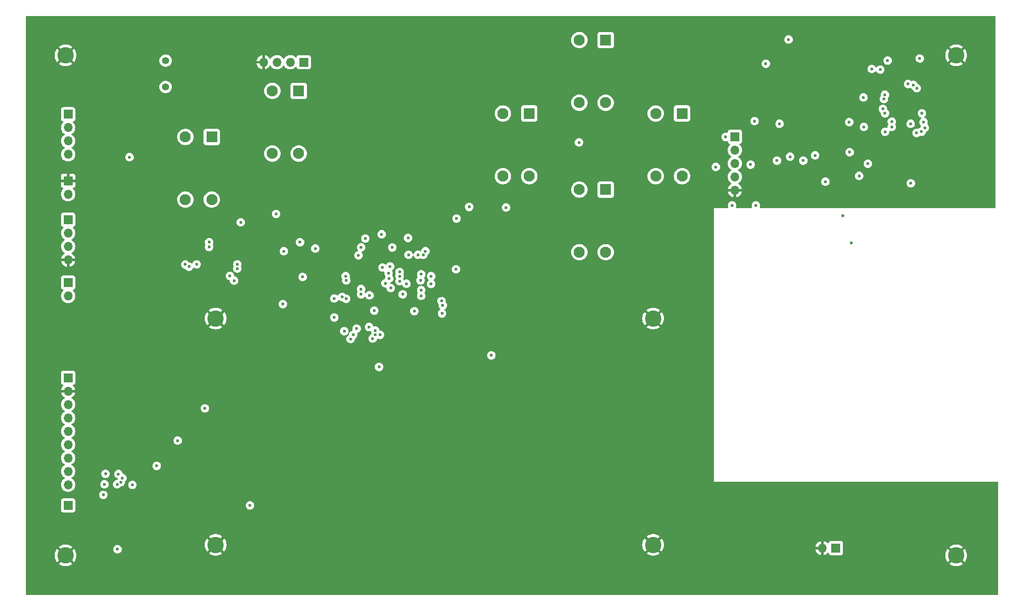
<source format=gbr>
%TF.GenerationSoftware,KiCad,Pcbnew,8.0.2*%
%TF.CreationDate,2025-01-20T18:22:28-05:00*%
%TF.ProjectId,Ecardz-Controller,45636172-647a-42d4-936f-6e74726f6c6c,rev?*%
%TF.SameCoordinates,Original*%
%TF.FileFunction,Copper,L2,Inr*%
%TF.FilePolarity,Positive*%
%FSLAX46Y46*%
G04 Gerber Fmt 4.6, Leading zero omitted, Abs format (unit mm)*
G04 Created by KiCad (PCBNEW 8.0.2) date 2025-01-20 18:22:28*
%MOMM*%
%LPD*%
G01*
G04 APERTURE LIST*
%TA.AperFunction,ComponentPad*%
%ADD10C,3.100000*%
%TD*%
%TA.AperFunction,ComponentPad*%
%ADD11R,2.100000X2.100000*%
%TD*%
%TA.AperFunction,ComponentPad*%
%ADD12C,2.100000*%
%TD*%
%TA.AperFunction,ComponentPad*%
%ADD13R,1.700000X1.700000*%
%TD*%
%TA.AperFunction,ComponentPad*%
%ADD14O,1.700000X1.700000*%
%TD*%
%TA.AperFunction,ComponentPad*%
%ADD15C,1.350000*%
%TD*%
%TA.AperFunction,ViaPad*%
%ADD16C,0.600000*%
%TD*%
G04 APERTURE END LIST*
D10*
%TO.N,GND*%
%TO.C,H5*%
X88500000Y-193000000D03*
%TD*%
%TO.N,GND*%
%TO.C,H2*%
X60000000Y-100000000D03*
%TD*%
D11*
%TO.N,unconnected-(S5-Pad1)*%
%TO.C,S5*%
X177000000Y-111050000D03*
D12*
%TO.N,/INTERFACE/BUTTON5*%
X177000000Y-122950000D03*
%TO.N,+3V3*%
X172000000Y-111050000D03*
%TO.N,unconnected-(S5-Pad4)*%
X172000000Y-122950000D03*
%TD*%
D13*
%TO.N,+3V3*%
%TO.C,J10*%
X206175000Y-193600000D03*
D14*
%TO.N,GND*%
X203635000Y-193600000D03*
%TD*%
D10*
%TO.N,GND*%
%TO.C,H6*%
X60000000Y-195000000D03*
%TD*%
%TO.N,GND*%
%TO.C,H8*%
X229000000Y-195000000D03*
%TD*%
%TO.N,GND*%
%TO.C,H7*%
X171500000Y-193000000D03*
%TD*%
D11*
%TO.N,unconnected-(S6-Pad1)*%
%TO.C,S6*%
X162500000Y-125500000D03*
D12*
%TO.N,/INTERFACE/BUTTON6*%
X162500000Y-137400000D03*
%TO.N,+3V3*%
X157500000Y-125500000D03*
%TO.N,unconnected-(S6-Pad4)*%
X157500000Y-137400000D03*
%TD*%
D10*
%TO.N,GND*%
%TO.C,H1*%
X88500000Y-150000000D03*
%TD*%
D15*
%TO.N,Net-(Q2-C)*%
%TO.C,LS1*%
X79000000Y-101000000D03*
%TO.N,+3V3*%
X79000000Y-106000000D03*
%TD*%
D11*
%TO.N,unconnected-(S3-Pad1)*%
%TO.C,S3*%
X162500000Y-97100000D03*
D12*
%TO.N,/INTERFACE/BUTTON3*%
X162500000Y-109000000D03*
%TO.N,+3V3*%
X157500000Y-97100000D03*
%TO.N,unconnected-(S3-Pad4)*%
X157500000Y-109000000D03*
%TD*%
D11*
%TO.N,unconnected-(S1-Pad1)*%
%TO.C,S1*%
X104250000Y-106750000D03*
D12*
%TO.N,/INTERFACE/BUTTON1*%
X104250000Y-118650000D03*
%TO.N,+3V3*%
X99250000Y-106750000D03*
%TO.N,unconnected-(S1-Pad4)*%
X99250000Y-118650000D03*
%TD*%
D10*
%TO.N,GND*%
%TO.C,H3*%
X171500000Y-150000000D03*
%TD*%
D11*
%TO.N,unconnected-(S2-Pad1)*%
%TO.C,S2*%
X87750000Y-115500000D03*
D12*
%TO.N,/INTERFACE/BUTTON2*%
X87750000Y-127400000D03*
%TO.N,+3V3*%
X82750000Y-115500000D03*
%TO.N,unconnected-(S2-Pad4)*%
X82750000Y-127400000D03*
%TD*%
D13*
%TO.N,+3V3*%
%TO.C,J3*%
X187000000Y-115460000D03*
D14*
%TO.N,/MCU/NFC_B_SDA*%
X187000000Y-118000000D03*
%TO.N,/MCU/NFC_B_SCL*%
X187000000Y-120540000D03*
%TO.N,/MCU/NFC_B_BUSY*%
X187000000Y-123080000D03*
%TO.N,GND*%
X187000000Y-125620000D03*
%TD*%
D10*
%TO.N,GND*%
%TO.C,H4*%
X229000000Y-100000000D03*
%TD*%
D11*
%TO.N,unconnected-(S4-Pad1)*%
%TO.C,S4*%
X148000000Y-111050000D03*
D12*
%TO.N,/INTERFACE/BUTTON4*%
X148000000Y-122950000D03*
%TO.N,+3V3*%
X143000000Y-111050000D03*
%TO.N,unconnected-(S4-Pad4)*%
X143000000Y-122950000D03*
%TD*%
D13*
%TO.N,/POWER/5V_USBC*%
%TO.C,J8*%
X60500000Y-131220000D03*
D14*
%TO.N,/USBC_TO_UART/USBC_D+*%
X60500000Y-133760000D03*
%TO.N,/USBC_TO_UART/USBC_D-*%
X60500000Y-136300000D03*
%TO.N,GND*%
X60500000Y-138840000D03*
%TD*%
D13*
%TO.N,/MCU/LED_DEBUG_B*%
%TO.C,J2*%
X105200000Y-101300000D03*
D14*
%TO.N,/MCU/LED_NFC_WORKING*%
X102660000Y-101300000D03*
%TO.N,/MCU/LED_NFC_DONE*%
X100120000Y-101300000D03*
%TO.N,GND*%
X97580000Y-101300000D03*
%TD*%
D13*
%TO.N,+3V3*%
%TO.C,J4*%
X60500000Y-161250000D03*
D14*
%TO.N,GND*%
X60500000Y-163790000D03*
%TO.N,/MCU/SPI_LCD_CS*%
X60500000Y-166330000D03*
%TO.N,unconnected-(J4-Pin_4-Pad4)*%
X60500000Y-168870000D03*
%TO.N,/MCU/SPI_LCD_DC*%
X60500000Y-171410000D03*
%TO.N,/MCU/SPI_LCD_MOSI*%
X60500000Y-173950000D03*
%TO.N,/MCU/SPI_LCD_SCK*%
X60500000Y-176490000D03*
%TO.N,+3V3*%
X60500000Y-179030000D03*
%TO.N,/MCU/SPI_LCD_MISO*%
X60500000Y-181570000D03*
%TD*%
D13*
%TO.N,/MCU/USBC_UART_TX*%
%TO.C,J11*%
X60500000Y-143160000D03*
D14*
%TO.N,/MCU/USBC_UART_RX*%
X60500000Y-145700000D03*
%TD*%
D13*
%TO.N,/INTERFACE/LCD_PWM_BRIGHT*%
%TO.C,J5*%
X60500000Y-185500000D03*
%TD*%
%TO.N,GND*%
%TO.C,J7*%
X60500000Y-123825000D03*
D14*
%TO.N,/POWER/AUX_POWER*%
X60500000Y-126365000D03*
%TD*%
D13*
%TO.N,Net-(J9-Pin_1)*%
%TO.C,J9*%
X60500000Y-111200000D03*
D14*
%TO.N,/MCU/PWR_INDICATOR*%
X60500000Y-113740000D03*
%TO.N,/INTERFACE/BUTTON7*%
X60500000Y-116280000D03*
%TO.N,+3V3*%
X60500000Y-118820000D03*
%TD*%
D16*
%TO.N,GND*%
X211250000Y-106500000D03*
X104309339Y-141081891D03*
X76900000Y-175900000D03*
X204000000Y-116500000D03*
X148500000Y-126600000D03*
X216000000Y-117500000D03*
X104750000Y-144750000D03*
X227000000Y-112750000D03*
X226500000Y-117500000D03*
X199400000Y-108100000D03*
X71087500Y-116500000D03*
X96430287Y-146057523D03*
X76800000Y-170800000D03*
X221750000Y-101500000D03*
X78000000Y-135000000D03*
X229750000Y-114000000D03*
X76850000Y-185050000D03*
X61650000Y-153450000D03*
X85250000Y-131000000D03*
X92212500Y-173950000D03*
X169100000Y-125719512D03*
X211500000Y-124500000D03*
X211250000Y-105000000D03*
X211000000Y-103500000D03*
X76700000Y-186860902D03*
X90250000Y-138000000D03*
X66900000Y-119541678D03*
X86100000Y-133800000D03*
X218800000Y-118700000D03*
X145200000Y-127200000D03*
X98700000Y-133800000D03*
X83500000Y-111600000D03*
X224500000Y-102500000D03*
X212900000Y-113600000D03*
X217730000Y-190135188D03*
X67500000Y-182500000D03*
X180000000Y-125750000D03*
X124863987Y-144420439D03*
X76800000Y-182100000D03*
X220250000Y-118700000D03*
X227000000Y-110250000D03*
X223025000Y-109500000D03*
X131400000Y-141200000D03*
X131300000Y-144200000D03*
X86500000Y-138600000D03*
X219240000Y-190100000D03*
X102200000Y-124500000D03*
X186000000Y-192400000D03*
X215500000Y-99500000D03*
X190500000Y-96450000D03*
X227000000Y-114250000D03*
X112000000Y-138000000D03*
X162200000Y-142000000D03*
X230000000Y-105000000D03*
X227000000Y-116000000D03*
X101250000Y-133500000D03*
X219100000Y-113200000D03*
X165500000Y-112000000D03*
X226586590Y-105505954D03*
X225250000Y-104500000D03*
X227250000Y-111250000D03*
X218000000Y-98000000D03*
X65750000Y-149500000D03*
X215624265Y-112624265D03*
X76250000Y-131000000D03*
X203500000Y-105000000D03*
X106250000Y-120500000D03*
X190250000Y-122000000D03*
X93000000Y-126800000D03*
X76900000Y-183600000D03*
X206800000Y-95400000D03*
X221750000Y-118750000D03*
X77000000Y-174620000D03*
X185250000Y-125620000D03*
X76800000Y-179000000D03*
X186000000Y-185100000D03*
X131300000Y-145700000D03*
X103050000Y-140900000D03*
X218650000Y-99750000D03*
X217295000Y-104887500D03*
X232500000Y-107000000D03*
X76700000Y-188300000D03*
X87000000Y-144000000D03*
X186000000Y-200000000D03*
X105000000Y-138500000D03*
X76700000Y-190100000D03*
X103000000Y-138600000D03*
X81100000Y-138700000D03*
X192500000Y-113000000D03*
X208000000Y-109000000D03*
X203400000Y-123200000D03*
X131400000Y-142700000D03*
X201000000Y-116000000D03*
X71000000Y-149500000D03*
X217250000Y-118750000D03*
X165500000Y-140500000D03*
X223250000Y-118750000D03*
X220250000Y-101750000D03*
X195100000Y-96800000D03*
X81500000Y-133750000D03*
X232500000Y-113500000D03*
X71325000Y-111000000D03*
X211420226Y-109500000D03*
X224750000Y-118750000D03*
X161200000Y-115000000D03*
X77112630Y-172972269D03*
X194250000Y-118000000D03*
%TO.N,+3V3*%
X104500000Y-135500000D03*
X120000000Y-134000000D03*
X129365403Y-143421348D03*
X131457994Y-149030299D03*
X67400000Y-181500000D03*
X131600000Y-147500000D03*
X129389991Y-141957014D03*
X127500000Y-145700000D03*
X124700000Y-143400000D03*
X197200000Y-97000000D03*
X186500000Y-128500000D03*
X95000000Y-185500000D03*
X111000000Y-146200000D03*
X92600000Y-140500000D03*
X77300000Y-178000000D03*
X111000000Y-149800000D03*
X125000000Y-134700000D03*
X185250000Y-115500000D03*
X72700000Y-181600000D03*
X127500000Y-144600000D03*
%TO.N,/POWER/VIN_PROT*%
X93250000Y-131725000D03*
%TO.N,Net-(U2-VOS)*%
X101250000Y-147250000D03*
%TO.N,/POWER/5V_USBC*%
X84880000Y-139700000D03*
X92600000Y-139700000D03*
%TO.N,Net-(C42-PORT1)*%
X200000000Y-120000000D03*
X210600000Y-122900000D03*
%TO.N,/NFC/ANTENNA/ANTENNA_COIL*%
X207500000Y-130500000D03*
X209100000Y-135600000D03*
%TO.N,/NFC/ANTENNA/AAT_A*%
X215500000Y-111000000D03*
X204200000Y-124000000D03*
X212250000Y-120600000D03*
%TO.N,/NFC/ANTENNA/AAT_B*%
X190000000Y-120750000D03*
X215116724Y-110175432D03*
%TO.N,Net-(C45-Pad2)*%
X208800000Y-118400000D03*
X195000000Y-120000000D03*
%TO.N,Net-(C46-Pad1)*%
X202250000Y-119000000D03*
X197500000Y-119250000D03*
%TO.N,/NFC/ANTENNA/RFI1*%
X190750000Y-112500000D03*
X215291422Y-108298926D03*
%TO.N,/NFC/ANTENNA/RFI2*%
X215500000Y-107500000D03*
X195500000Y-113000000D03*
%TO.N,/MCU/LED_DEBUG_B*%
X123400000Y-142900000D03*
%TO.N,/MCU/LED_DISPLAY_B*%
X114600000Y-153100000D03*
X113167215Y-141957192D03*
X140800000Y-157000000D03*
%TO.N,/MCU/LED_DISPLAY_R*%
X113274265Y-142750000D03*
X114100000Y-153900000D03*
X119500000Y-159200000D03*
%TO.N,/MCU/USBC_UART_RX*%
X92000000Y-142800000D03*
%TO.N,/MCU/USBC_UART_TX*%
X91200000Y-141900000D03*
%TO.N,Net-(IC1-TAD1)*%
X214600000Y-102700000D03*
%TO.N,Net-(IC1-TAD2)*%
X222100000Y-100600000D03*
%TO.N,/NFC/ANTENNA/RFO2*%
X216800000Y-112600000D03*
X215539611Y-114539611D03*
%TO.N,/MCU/SD_MOSI*%
X126200000Y-148600000D03*
X134100000Y-140628859D03*
%TO.N,/MCU/SD_MISO*%
X192900000Y-101600000D03*
X134200000Y-131000000D03*
%TO.N,/INTERFACE/CS#*%
X70800000Y-180304923D03*
X121700000Y-144200000D03*
%TO.N,/INTERFACE/RES#*%
X70050000Y-179550000D03*
X69865000Y-193835000D03*
X121436397Y-142387868D03*
%TO.N,/INTERFACE/VPP*%
X67200000Y-183500000D03*
%TO.N,/INTERFACE/D{slash}C#*%
X120700000Y-143300000D03*
X67600000Y-179500000D03*
%TO.N,/INTERFACE/SCL*%
X70500000Y-181100000D03*
X121300000Y-141374264D03*
%TO.N,/INTERFACE/SDA*%
X69800000Y-181500000D03*
X121599998Y-140100000D03*
%TO.N,/INTERFACE/BUSY*%
X86450000Y-167050000D03*
X81300000Y-173200000D03*
X115251473Y-151900000D03*
X120142493Y-140300001D03*
%TO.N,/MCU/NFC_B_SCL*%
X126877970Y-137877970D03*
%TO.N,/MCU/NFC_B_SDA*%
X127900000Y-137900000D03*
%TO.N,/INTERFACE/BUZZER*%
X118600000Y-148500000D03*
X117700000Y-145600000D03*
%TO.N,Net-(U2-FB)*%
X105000000Y-142100000D03*
%TO.N,/POWER/POWER_GOOD*%
X101430538Y-137216564D03*
%TO.N,Net-(U4-SUSPEND)*%
X82749694Y-139736115D03*
%TO.N,Net-(U4-~{SUSPEND})*%
X83434313Y-140150000D03*
%TO.N,/MCU/SD_CARD_DETECT*%
X183400000Y-121200000D03*
X128300000Y-137207178D03*
%TO.N,/USBC_TO_UART/USBC_D+*%
X87250000Y-135500000D03*
%TO.N,/USBC_TO_UART/USBC_D-*%
X87250000Y-136400000D03*
%TO.N,/MCU/SPI_LCD_MISO*%
X119700000Y-153100000D03*
%TO.N,/MCU/SPI_LCD_MOSI*%
X118800000Y-153100000D03*
%TO.N,/MCU/SPI_LCD_SCK*%
X118299265Y-153799265D03*
%TO.N,VDD_NFC*%
X191000000Y-128500000D03*
X223043750Y-113750000D03*
X222500000Y-111000000D03*
X221500000Y-114750000D03*
X211500000Y-113600000D03*
X216000000Y-101000000D03*
X222828898Y-112655369D03*
X211420226Y-108000000D03*
X220400000Y-124300000D03*
X208712500Y-112687500D03*
X221525000Y-106250000D03*
X220375000Y-113000000D03*
%TO.N,/MCU/LED_NFC_DONE*%
X127502970Y-141597030D03*
X123404787Y-141143742D03*
%TO.N,/MCU/LED_NFC_WORKING*%
X127374684Y-142749869D03*
X123404788Y-141943742D03*
%TO.N,/MCU/PWR_INDICATOR*%
X107398529Y-136701471D03*
%TO.N,Net-(IC1-VDD_DR)*%
X216800000Y-113600000D03*
X222443750Y-114500000D03*
%TO.N,/MCU/NFC_A_BUSY*%
X122000000Y-136500000D03*
X213000000Y-102600000D03*
%TO.N,/MCU/NFC_A_SCL*%
X219886027Y-105446185D03*
X131350000Y-146650000D03*
%TO.N,/MCU/NFC_A_SDA*%
X220900000Y-105625000D03*
X124000000Y-145400000D03*
%TO.N,/MCU/SPI_LCD_CS*%
X118775737Y-152275734D03*
%TO.N,/MCU/SPI_LCD_DC*%
X117600000Y-151600000D03*
%TO.N,/MCU/BUTTON_2*%
X115599265Y-138000735D03*
X99967892Y-130132108D03*
%TO.N,/MCU/BUTTON_3*%
X157450000Y-116550000D03*
X125100000Y-137900000D03*
%TO.N,/MCU/BUTTON_4*%
X116100000Y-144400000D03*
X116100000Y-136475735D03*
%TO.N,/MCU/BUTTON_5*%
X143600000Y-128900000D03*
X136600000Y-128800000D03*
X116100000Y-145400000D03*
X116900003Y-134800000D03*
%TO.N,/MCU/BUTTON_6*%
X112500000Y-145900000D03*
X112900001Y-152400000D03*
%TO.N,/MCU/BUTTON_7*%
X72150000Y-119350000D03*
X113252502Y-146248345D03*
%TD*%
%TA.AperFunction,Conductor*%
%TO.N,GND*%
G36*
X183000000Y-120505927D02*
G01*
X182897737Y-120570184D01*
X182770184Y-120697737D01*
X182674211Y-120850476D01*
X182614631Y-121020745D01*
X182614630Y-121020750D01*
X182594435Y-121199996D01*
X182594435Y-121200003D01*
X182614630Y-121379249D01*
X182614631Y-121379254D01*
X182674211Y-121549523D01*
X182683448Y-121564223D01*
X182770184Y-121702262D01*
X182897738Y-121829816D01*
X183000000Y-121894071D01*
X183000000Y-202500000D01*
X52624000Y-202500000D01*
X52556961Y-202480315D01*
X52511206Y-202427511D01*
X52500000Y-202376000D01*
X52500000Y-195000000D01*
X57945210Y-195000000D01*
X57964347Y-195279794D01*
X57964348Y-195279796D01*
X58021403Y-195554364D01*
X58021408Y-195554381D01*
X58115319Y-195818622D01*
X58115320Y-195818624D01*
X58244348Y-196067637D01*
X58244352Y-196067643D01*
X58382745Y-196263701D01*
X58884728Y-195761717D01*
X58970278Y-195879466D01*
X59120534Y-196029722D01*
X59238281Y-196115270D01*
X58737741Y-196615811D01*
X58815035Y-196678696D01*
X58815049Y-196678706D01*
X59054664Y-196824419D01*
X59054668Y-196824421D01*
X59311888Y-196936146D01*
X59581935Y-197011810D01*
X59581941Y-197011811D01*
X59859775Y-197050000D01*
X60140225Y-197050000D01*
X60418058Y-197011811D01*
X60418064Y-197011810D01*
X60688111Y-196936146D01*
X60945331Y-196824421D01*
X60945335Y-196824419D01*
X61184950Y-196678706D01*
X61184964Y-196678696D01*
X61262258Y-196615811D01*
X60761717Y-196115270D01*
X60879466Y-196029722D01*
X61029722Y-195879466D01*
X61115270Y-195761717D01*
X61617253Y-196263700D01*
X61755651Y-196067636D01*
X61884679Y-195818624D01*
X61884680Y-195818622D01*
X61978591Y-195554381D01*
X61978596Y-195554364D01*
X62035651Y-195279796D01*
X62035652Y-195279794D01*
X62054789Y-195000000D01*
X62035652Y-194720205D01*
X62035651Y-194720203D01*
X61978596Y-194445635D01*
X61978591Y-194445618D01*
X61884680Y-194181377D01*
X61884679Y-194181375D01*
X61755651Y-193932362D01*
X61755647Y-193932356D01*
X61686923Y-193834996D01*
X69059435Y-193834996D01*
X69059435Y-193835003D01*
X69079630Y-194014249D01*
X69079631Y-194014254D01*
X69139211Y-194184523D01*
X69207024Y-194292446D01*
X69235184Y-194337262D01*
X69362738Y-194464816D01*
X69515478Y-194560789D01*
X69672722Y-194615811D01*
X69685745Y-194620368D01*
X69685750Y-194620369D01*
X69864996Y-194640565D01*
X69865000Y-194640565D01*
X69865004Y-194640565D01*
X70044249Y-194620369D01*
X70044252Y-194620368D01*
X70044255Y-194620368D01*
X70214522Y-194560789D01*
X70367262Y-194464816D01*
X70494816Y-194337262D01*
X70590789Y-194184522D01*
X70650368Y-194014255D01*
X70655323Y-193970278D01*
X70670565Y-193835003D01*
X70670565Y-193834996D01*
X70650369Y-193655750D01*
X70650368Y-193655745D01*
X70590788Y-193485476D01*
X70494815Y-193332737D01*
X70367262Y-193205184D01*
X70214523Y-193109211D01*
X70044254Y-193049631D01*
X70044249Y-193049630D01*
X69865004Y-193029435D01*
X69864996Y-193029435D01*
X69685750Y-193049630D01*
X69685745Y-193049631D01*
X69515476Y-193109211D01*
X69362737Y-193205184D01*
X69235184Y-193332737D01*
X69139211Y-193485476D01*
X69079631Y-193655745D01*
X69079630Y-193655750D01*
X69059435Y-193834996D01*
X61686923Y-193834996D01*
X61617253Y-193736297D01*
X61115269Y-194238280D01*
X61029722Y-194120534D01*
X60879466Y-193970278D01*
X60761717Y-193884729D01*
X61262258Y-193384188D01*
X61184965Y-193321303D01*
X61184950Y-193321293D01*
X60945335Y-193175580D01*
X60945331Y-193175578D01*
X60688111Y-193063853D01*
X60460218Y-193000000D01*
X86445210Y-193000000D01*
X86464347Y-193279794D01*
X86464348Y-193279796D01*
X86521403Y-193554364D01*
X86521408Y-193554381D01*
X86615319Y-193818622D01*
X86615320Y-193818624D01*
X86744348Y-194067637D01*
X86744352Y-194067643D01*
X86882745Y-194263701D01*
X87384728Y-193761717D01*
X87470278Y-193879466D01*
X87620534Y-194029722D01*
X87738281Y-194115270D01*
X87237741Y-194615811D01*
X87315035Y-194678696D01*
X87315049Y-194678706D01*
X87554664Y-194824419D01*
X87554668Y-194824421D01*
X87811888Y-194936146D01*
X88081935Y-195011810D01*
X88081941Y-195011811D01*
X88359775Y-195050000D01*
X88640225Y-195050000D01*
X88918058Y-195011811D01*
X88918064Y-195011810D01*
X89188111Y-194936146D01*
X89445331Y-194824421D01*
X89445335Y-194824419D01*
X89684950Y-194678706D01*
X89684964Y-194678696D01*
X89762258Y-194615811D01*
X89261717Y-194115270D01*
X89379466Y-194029722D01*
X89529722Y-193879466D01*
X89615270Y-193761717D01*
X90117253Y-194263700D01*
X90255651Y-194067636D01*
X90384679Y-193818624D01*
X90384680Y-193818622D01*
X90478591Y-193554381D01*
X90478596Y-193554364D01*
X90535651Y-193279796D01*
X90535652Y-193279794D01*
X90554789Y-193000000D01*
X169445210Y-193000000D01*
X169464347Y-193279794D01*
X169464348Y-193279796D01*
X169521403Y-193554364D01*
X169521408Y-193554381D01*
X169615319Y-193818622D01*
X169615320Y-193818624D01*
X169744348Y-194067637D01*
X169744352Y-194067643D01*
X169882745Y-194263701D01*
X170384728Y-193761717D01*
X170470278Y-193879466D01*
X170620534Y-194029722D01*
X170738281Y-194115270D01*
X170237741Y-194615811D01*
X170315035Y-194678696D01*
X170315049Y-194678706D01*
X170554664Y-194824419D01*
X170554668Y-194824421D01*
X170811888Y-194936146D01*
X171081935Y-195011810D01*
X171081941Y-195011811D01*
X171359775Y-195050000D01*
X171640225Y-195050000D01*
X171918058Y-195011811D01*
X171918064Y-195011810D01*
X172188111Y-194936146D01*
X172445331Y-194824421D01*
X172445335Y-194824419D01*
X172684950Y-194678706D01*
X172684964Y-194678696D01*
X172762258Y-194615811D01*
X172261717Y-194115270D01*
X172379466Y-194029722D01*
X172529722Y-193879466D01*
X172615270Y-193761717D01*
X173117253Y-194263700D01*
X173255651Y-194067636D01*
X173384679Y-193818624D01*
X173384680Y-193818622D01*
X173478591Y-193554381D01*
X173478596Y-193554364D01*
X173535651Y-193279796D01*
X173535652Y-193279794D01*
X173554789Y-193000000D01*
X173535652Y-192720205D01*
X173535651Y-192720203D01*
X173478596Y-192445635D01*
X173478591Y-192445618D01*
X173384680Y-192181377D01*
X173384679Y-192181375D01*
X173255651Y-191932362D01*
X173255647Y-191932356D01*
X173117253Y-191736297D01*
X172615269Y-192238280D01*
X172529722Y-192120534D01*
X172379466Y-191970278D01*
X172261717Y-191884729D01*
X172762258Y-191384188D01*
X172684965Y-191321303D01*
X172684950Y-191321293D01*
X172445335Y-191175580D01*
X172445331Y-191175578D01*
X172188111Y-191063853D01*
X171918064Y-190988189D01*
X171918058Y-190988188D01*
X171640225Y-190950000D01*
X171359775Y-190950000D01*
X171081941Y-190988188D01*
X171081935Y-190988189D01*
X170811888Y-191063853D01*
X170554668Y-191175578D01*
X170554664Y-191175580D01*
X170315046Y-191321295D01*
X170237740Y-191384188D01*
X170738281Y-191884729D01*
X170620534Y-191970278D01*
X170470278Y-192120534D01*
X170384729Y-192238281D01*
X169882746Y-191736298D01*
X169744345Y-191932368D01*
X169615320Y-192181375D01*
X169615319Y-192181377D01*
X169521408Y-192445618D01*
X169521403Y-192445635D01*
X169464348Y-192720203D01*
X169464347Y-192720205D01*
X169445210Y-193000000D01*
X90554789Y-193000000D01*
X90535652Y-192720205D01*
X90535651Y-192720203D01*
X90478596Y-192445635D01*
X90478591Y-192445618D01*
X90384680Y-192181377D01*
X90384679Y-192181375D01*
X90255651Y-191932362D01*
X90255647Y-191932356D01*
X90117253Y-191736297D01*
X89615269Y-192238280D01*
X89529722Y-192120534D01*
X89379466Y-191970278D01*
X89261717Y-191884729D01*
X89762258Y-191384188D01*
X89684965Y-191321303D01*
X89684950Y-191321293D01*
X89445335Y-191175580D01*
X89445331Y-191175578D01*
X89188111Y-191063853D01*
X88918064Y-190988189D01*
X88918058Y-190988188D01*
X88640225Y-190950000D01*
X88359775Y-190950000D01*
X88081941Y-190988188D01*
X88081935Y-190988189D01*
X87811888Y-191063853D01*
X87554668Y-191175578D01*
X87554664Y-191175580D01*
X87315046Y-191321295D01*
X87237740Y-191384188D01*
X87738281Y-191884729D01*
X87620534Y-191970278D01*
X87470278Y-192120534D01*
X87384729Y-192238281D01*
X86882746Y-191736298D01*
X86744345Y-191932368D01*
X86615320Y-192181375D01*
X86615319Y-192181377D01*
X86521408Y-192445618D01*
X86521403Y-192445635D01*
X86464348Y-192720203D01*
X86464347Y-192720205D01*
X86445210Y-193000000D01*
X60460218Y-193000000D01*
X60418064Y-192988189D01*
X60418058Y-192988188D01*
X60140225Y-192950000D01*
X59859775Y-192950000D01*
X59581941Y-192988188D01*
X59581935Y-192988189D01*
X59311888Y-193063853D01*
X59054668Y-193175578D01*
X59054664Y-193175580D01*
X58815046Y-193321295D01*
X58737740Y-193384188D01*
X59238281Y-193884729D01*
X59120534Y-193970278D01*
X58970278Y-194120534D01*
X58884729Y-194238281D01*
X58382745Y-193736298D01*
X58244345Y-193932368D01*
X58115320Y-194181375D01*
X58115319Y-194181377D01*
X58021408Y-194445618D01*
X58021403Y-194445635D01*
X57964348Y-194720203D01*
X57964347Y-194720205D01*
X57945210Y-195000000D01*
X52500000Y-195000000D01*
X52500000Y-184602135D01*
X59149500Y-184602135D01*
X59149500Y-186397870D01*
X59149501Y-186397876D01*
X59155908Y-186457483D01*
X59206202Y-186592328D01*
X59206206Y-186592335D01*
X59292452Y-186707544D01*
X59292455Y-186707547D01*
X59407664Y-186793793D01*
X59407671Y-186793797D01*
X59542517Y-186844091D01*
X59542516Y-186844091D01*
X59549444Y-186844835D01*
X59602127Y-186850500D01*
X61397872Y-186850499D01*
X61457483Y-186844091D01*
X61592331Y-186793796D01*
X61707546Y-186707546D01*
X61793796Y-186592331D01*
X61844091Y-186457483D01*
X61850500Y-186397873D01*
X61850499Y-185499996D01*
X94194435Y-185499996D01*
X94194435Y-185500003D01*
X94214630Y-185679249D01*
X94214631Y-185679254D01*
X94274211Y-185849523D01*
X94370184Y-186002262D01*
X94497738Y-186129816D01*
X94650478Y-186225789D01*
X94820745Y-186285368D01*
X94820750Y-186285369D01*
X94999996Y-186305565D01*
X95000000Y-186305565D01*
X95000004Y-186305565D01*
X95179249Y-186285369D01*
X95179252Y-186285368D01*
X95179255Y-186285368D01*
X95349522Y-186225789D01*
X95502262Y-186129816D01*
X95629816Y-186002262D01*
X95725789Y-185849522D01*
X95785368Y-185679255D01*
X95805565Y-185500000D01*
X95785368Y-185320745D01*
X95725789Y-185150478D01*
X95629816Y-184997738D01*
X95502262Y-184870184D01*
X95349523Y-184774211D01*
X95179254Y-184714631D01*
X95179249Y-184714630D01*
X95000004Y-184694435D01*
X94999996Y-184694435D01*
X94820750Y-184714630D01*
X94820745Y-184714631D01*
X94650476Y-184774211D01*
X94497737Y-184870184D01*
X94370184Y-184997737D01*
X94274211Y-185150476D01*
X94214631Y-185320745D01*
X94214630Y-185320750D01*
X94194435Y-185499996D01*
X61850499Y-185499996D01*
X61850499Y-184602128D01*
X61844091Y-184542517D01*
X61793796Y-184407669D01*
X61793795Y-184407668D01*
X61793793Y-184407664D01*
X61707547Y-184292455D01*
X61707544Y-184292452D01*
X61592335Y-184206206D01*
X61592328Y-184206202D01*
X61457482Y-184155908D01*
X61457483Y-184155908D01*
X61397883Y-184149501D01*
X61397881Y-184149500D01*
X61397873Y-184149500D01*
X61397864Y-184149500D01*
X59602129Y-184149500D01*
X59602123Y-184149501D01*
X59542516Y-184155908D01*
X59407671Y-184206202D01*
X59407664Y-184206206D01*
X59292455Y-184292452D01*
X59292452Y-184292455D01*
X59206206Y-184407664D01*
X59206202Y-184407671D01*
X59155908Y-184542517D01*
X59149501Y-184602116D01*
X59149501Y-184602123D01*
X59149500Y-184602135D01*
X52500000Y-184602135D01*
X52500000Y-183499996D01*
X66394435Y-183499996D01*
X66394435Y-183500003D01*
X66414630Y-183679249D01*
X66414631Y-183679254D01*
X66474211Y-183849523D01*
X66570184Y-184002262D01*
X66697738Y-184129816D01*
X66739263Y-184155908D01*
X66819308Y-184206204D01*
X66850478Y-184225789D01*
X67020745Y-184285368D01*
X67020750Y-184285369D01*
X67199996Y-184305565D01*
X67200000Y-184305565D01*
X67200004Y-184305565D01*
X67379249Y-184285369D01*
X67379252Y-184285368D01*
X67379255Y-184285368D01*
X67549522Y-184225789D01*
X67702262Y-184129816D01*
X67829816Y-184002262D01*
X67925789Y-183849522D01*
X67985368Y-183679255D01*
X68005565Y-183500000D01*
X67985368Y-183320745D01*
X67925789Y-183150478D01*
X67829816Y-182997738D01*
X67702262Y-182870184D01*
X67549523Y-182774211D01*
X67379254Y-182714631D01*
X67379249Y-182714630D01*
X67200004Y-182694435D01*
X67199996Y-182694435D01*
X67020750Y-182714630D01*
X67020745Y-182714631D01*
X66850476Y-182774211D01*
X66697737Y-182870184D01*
X66570184Y-182997737D01*
X66474211Y-183150476D01*
X66414631Y-183320745D01*
X66414630Y-183320750D01*
X66394435Y-183499996D01*
X52500000Y-183499996D01*
X52500000Y-166329999D01*
X59144341Y-166329999D01*
X59144341Y-166330000D01*
X59164936Y-166565403D01*
X59164938Y-166565413D01*
X59226094Y-166793655D01*
X59226096Y-166793659D01*
X59226097Y-166793663D01*
X59325965Y-167007830D01*
X59325967Y-167007834D01*
X59461501Y-167201395D01*
X59461506Y-167201402D01*
X59628597Y-167368493D01*
X59628603Y-167368498D01*
X59814158Y-167498425D01*
X59857783Y-167553002D01*
X59864977Y-167622500D01*
X59833454Y-167684855D01*
X59814158Y-167701575D01*
X59628597Y-167831505D01*
X59461505Y-167998597D01*
X59325965Y-168192169D01*
X59325964Y-168192171D01*
X59226098Y-168406335D01*
X59226094Y-168406344D01*
X59164938Y-168634586D01*
X59164936Y-168634596D01*
X59144341Y-168869999D01*
X59144341Y-168870000D01*
X59164936Y-169105403D01*
X59164938Y-169105413D01*
X59226094Y-169333655D01*
X59226096Y-169333659D01*
X59226097Y-169333663D01*
X59325965Y-169547830D01*
X59325967Y-169547834D01*
X59461501Y-169741395D01*
X59461506Y-169741402D01*
X59628597Y-169908493D01*
X59628603Y-169908498D01*
X59814158Y-170038425D01*
X59857783Y-170093002D01*
X59864977Y-170162500D01*
X59833454Y-170224855D01*
X59814158Y-170241575D01*
X59628597Y-170371505D01*
X59461505Y-170538597D01*
X59325965Y-170732169D01*
X59325964Y-170732171D01*
X59226098Y-170946335D01*
X59226094Y-170946344D01*
X59164938Y-171174586D01*
X59164936Y-171174596D01*
X59144341Y-171409999D01*
X59144341Y-171410000D01*
X59164936Y-171645403D01*
X59164938Y-171645413D01*
X59226094Y-171873655D01*
X59226096Y-171873659D01*
X59226097Y-171873663D01*
X59325965Y-172087830D01*
X59325967Y-172087834D01*
X59461501Y-172281395D01*
X59461506Y-172281402D01*
X59628597Y-172448493D01*
X59628603Y-172448498D01*
X59814158Y-172578425D01*
X59857783Y-172633002D01*
X59864977Y-172702500D01*
X59833454Y-172764855D01*
X59814158Y-172781575D01*
X59628597Y-172911505D01*
X59461505Y-173078597D01*
X59325965Y-173272169D01*
X59325964Y-173272171D01*
X59226098Y-173486335D01*
X59226094Y-173486344D01*
X59164938Y-173714586D01*
X59164936Y-173714596D01*
X59144341Y-173949999D01*
X59144341Y-173950000D01*
X59164936Y-174185403D01*
X59164938Y-174185413D01*
X59226094Y-174413655D01*
X59226096Y-174413659D01*
X59226097Y-174413663D01*
X59325965Y-174627830D01*
X59325967Y-174627834D01*
X59461501Y-174821395D01*
X59461506Y-174821402D01*
X59628597Y-174988493D01*
X59628603Y-174988498D01*
X59814158Y-175118425D01*
X59857783Y-175173002D01*
X59864977Y-175242500D01*
X59833454Y-175304855D01*
X59814158Y-175321575D01*
X59628597Y-175451505D01*
X59461505Y-175618597D01*
X59325965Y-175812169D01*
X59325964Y-175812171D01*
X59226098Y-176026335D01*
X59226094Y-176026344D01*
X59164938Y-176254586D01*
X59164936Y-176254596D01*
X59144341Y-176489999D01*
X59144341Y-176490000D01*
X59164936Y-176725403D01*
X59164938Y-176725413D01*
X59226094Y-176953655D01*
X59226096Y-176953659D01*
X59226097Y-176953663D01*
X59325965Y-177167830D01*
X59325967Y-177167834D01*
X59461501Y-177361395D01*
X59461506Y-177361402D01*
X59628597Y-177528493D01*
X59628603Y-177528498D01*
X59814158Y-177658425D01*
X59857783Y-177713002D01*
X59864977Y-177782500D01*
X59833454Y-177844855D01*
X59814158Y-177861575D01*
X59628597Y-177991505D01*
X59461505Y-178158597D01*
X59325965Y-178352169D01*
X59325964Y-178352171D01*
X59226098Y-178566335D01*
X59226094Y-178566344D01*
X59164938Y-178794586D01*
X59164936Y-178794596D01*
X59144341Y-179029999D01*
X59144341Y-179030000D01*
X59164936Y-179265403D01*
X59164938Y-179265413D01*
X59226094Y-179493655D01*
X59226096Y-179493659D01*
X59226097Y-179493663D01*
X59265953Y-179579134D01*
X59325965Y-179707830D01*
X59325967Y-179707834D01*
X59392366Y-179802661D01*
X59460189Y-179899522D01*
X59461501Y-179901395D01*
X59461506Y-179901402D01*
X59628597Y-180068493D01*
X59628603Y-180068498D01*
X59814158Y-180198425D01*
X59857783Y-180253002D01*
X59864977Y-180322500D01*
X59833454Y-180384855D01*
X59814158Y-180401575D01*
X59628597Y-180531505D01*
X59461505Y-180698597D01*
X59325965Y-180892169D01*
X59325964Y-180892171D01*
X59226098Y-181106335D01*
X59226094Y-181106344D01*
X59164938Y-181334586D01*
X59164936Y-181334596D01*
X59144341Y-181569999D01*
X59144341Y-181570000D01*
X59164936Y-181805403D01*
X59164938Y-181805413D01*
X59226094Y-182033655D01*
X59226096Y-182033659D01*
X59226097Y-182033663D01*
X59270934Y-182129815D01*
X59325965Y-182247830D01*
X59325967Y-182247834D01*
X59422270Y-182385368D01*
X59461505Y-182441401D01*
X59628599Y-182608495D01*
X59725384Y-182676265D01*
X59822165Y-182744032D01*
X59822167Y-182744033D01*
X59822170Y-182744035D01*
X60036337Y-182843903D01*
X60264592Y-182905063D01*
X60452918Y-182921539D01*
X60499999Y-182925659D01*
X60500000Y-182925659D01*
X60500001Y-182925659D01*
X60539234Y-182922226D01*
X60735408Y-182905063D01*
X60963663Y-182843903D01*
X61177830Y-182744035D01*
X61371401Y-182608495D01*
X61538495Y-182441401D01*
X61674035Y-182247830D01*
X61773903Y-182033663D01*
X61835063Y-181805408D01*
X61855659Y-181570000D01*
X61849534Y-181499996D01*
X66594435Y-181499996D01*
X66594435Y-181500003D01*
X66614630Y-181679249D01*
X66614631Y-181679254D01*
X66674211Y-181849523D01*
X66737045Y-181949522D01*
X66770184Y-182002262D01*
X66897738Y-182129816D01*
X67050478Y-182225789D01*
X67220745Y-182285368D01*
X67220750Y-182285369D01*
X67399996Y-182305565D01*
X67400000Y-182305565D01*
X67400004Y-182305565D01*
X67579249Y-182285369D01*
X67579252Y-182285368D01*
X67579255Y-182285368D01*
X67749522Y-182225789D01*
X67902262Y-182129816D01*
X68029816Y-182002262D01*
X68125789Y-181849522D01*
X68185368Y-181679255D01*
X68194043Y-181602262D01*
X68205565Y-181500003D01*
X68205565Y-181499996D01*
X68994435Y-181499996D01*
X68994435Y-181500003D01*
X69014630Y-181679249D01*
X69014631Y-181679254D01*
X69074211Y-181849523D01*
X69137045Y-181949522D01*
X69170184Y-182002262D01*
X69297738Y-182129816D01*
X69450478Y-182225789D01*
X69620745Y-182285368D01*
X69620750Y-182285369D01*
X69799996Y-182305565D01*
X69800000Y-182305565D01*
X69800004Y-182305565D01*
X69979249Y-182285369D01*
X69979252Y-182285368D01*
X69979255Y-182285368D01*
X70149522Y-182225789D01*
X70302262Y-182129816D01*
X70429816Y-182002262D01*
X70458085Y-181957270D01*
X70510418Y-181910980D01*
X70549196Y-181900022D01*
X70679249Y-181885369D01*
X70679252Y-181885368D01*
X70679255Y-181885368D01*
X70849522Y-181825789D01*
X71002262Y-181729816D01*
X71129816Y-181602262D01*
X71131240Y-181599996D01*
X71894435Y-181599996D01*
X71894435Y-181600003D01*
X71914630Y-181779249D01*
X71914631Y-181779254D01*
X71974211Y-181949523D01*
X72027075Y-182033655D01*
X72070184Y-182102262D01*
X72197738Y-182229816D01*
X72350478Y-182325789D01*
X72520745Y-182385368D01*
X72520750Y-182385369D01*
X72699996Y-182405565D01*
X72700000Y-182405565D01*
X72700004Y-182405565D01*
X72879249Y-182385369D01*
X72879252Y-182385368D01*
X72879255Y-182385368D01*
X73049522Y-182325789D01*
X73202262Y-182229816D01*
X73329816Y-182102262D01*
X73425789Y-181949522D01*
X73485368Y-181779255D01*
X73485369Y-181779249D01*
X73505565Y-181600003D01*
X73505565Y-181599996D01*
X73485369Y-181420750D01*
X73485368Y-181420745D01*
X73450376Y-181320745D01*
X73425789Y-181250478D01*
X73329816Y-181097738D01*
X73202262Y-180970184D01*
X73145852Y-180934739D01*
X73049523Y-180874211D01*
X72879254Y-180814631D01*
X72879249Y-180814630D01*
X72700004Y-180794435D01*
X72699996Y-180794435D01*
X72520750Y-180814630D01*
X72520745Y-180814631D01*
X72350476Y-180874211D01*
X72197737Y-180970184D01*
X72070184Y-181097737D01*
X71974211Y-181250476D01*
X71914631Y-181420745D01*
X71914630Y-181420750D01*
X71894435Y-181599996D01*
X71131240Y-181599996D01*
X71225789Y-181449522D01*
X71285368Y-181279255D01*
X71285369Y-181279249D01*
X71305565Y-181100003D01*
X71305565Y-181099998D01*
X71303025Y-181077465D01*
X71295181Y-181007844D01*
X71307235Y-180939025D01*
X71330720Y-180906281D01*
X71366817Y-180870184D01*
X71429816Y-180807185D01*
X71525789Y-180654445D01*
X71585368Y-180484178D01*
X71587958Y-180461195D01*
X71605565Y-180304926D01*
X71605565Y-180304919D01*
X71585369Y-180125673D01*
X71585368Y-180125668D01*
X71525788Y-179955399D01*
X71429815Y-179802660D01*
X71302262Y-179675107D01*
X71149521Y-179579133D01*
X70979249Y-179519553D01*
X70948762Y-179516118D01*
X70884348Y-179489050D01*
X70844795Y-179431454D01*
X70839429Y-179406788D01*
X70835368Y-179370745D01*
X70775789Y-179200478D01*
X70679816Y-179047738D01*
X70552262Y-178920184D01*
X70472688Y-178870184D01*
X70399523Y-178824211D01*
X70229254Y-178764631D01*
X70229249Y-178764630D01*
X70050004Y-178744435D01*
X70049996Y-178744435D01*
X69870750Y-178764630D01*
X69870745Y-178764631D01*
X69700476Y-178824211D01*
X69547737Y-178920184D01*
X69420184Y-179047737D01*
X69324211Y-179200476D01*
X69264631Y-179370745D01*
X69264630Y-179370750D01*
X69244435Y-179549996D01*
X69244435Y-179550003D01*
X69264630Y-179729249D01*
X69264631Y-179729254D01*
X69324211Y-179899523D01*
X69359322Y-179955401D01*
X69420184Y-180052262D01*
X69547738Y-180179816D01*
X69700478Y-180275789D01*
X69870745Y-180335368D01*
X69877318Y-180337668D01*
X69876373Y-180340367D01*
X69926132Y-180368192D01*
X69958998Y-180429848D01*
X69953313Y-180499486D01*
X69925255Y-180542667D01*
X69870180Y-180597742D01*
X69841912Y-180642730D01*
X69789577Y-180689021D01*
X69750803Y-180699977D01*
X69620749Y-180714630D01*
X69620745Y-180714631D01*
X69450476Y-180774211D01*
X69297737Y-180870184D01*
X69170184Y-180997737D01*
X69074211Y-181150476D01*
X69014631Y-181320745D01*
X69014630Y-181320750D01*
X68994435Y-181499996D01*
X68205565Y-181499996D01*
X68185369Y-181320750D01*
X68185368Y-181320745D01*
X68170848Y-181279249D01*
X68125789Y-181150478D01*
X68029816Y-180997738D01*
X67902262Y-180870184D01*
X67813852Y-180814632D01*
X67749523Y-180774211D01*
X67579254Y-180714631D01*
X67579249Y-180714630D01*
X67400004Y-180694435D01*
X67399996Y-180694435D01*
X67220750Y-180714630D01*
X67220745Y-180714631D01*
X67050476Y-180774211D01*
X66897737Y-180870184D01*
X66770184Y-180997737D01*
X66674211Y-181150476D01*
X66614631Y-181320745D01*
X66614630Y-181320750D01*
X66594435Y-181499996D01*
X61849534Y-181499996D01*
X61835063Y-181334592D01*
X61773903Y-181106337D01*
X61674035Y-180892171D01*
X61661460Y-180874211D01*
X61538494Y-180698597D01*
X61371402Y-180531506D01*
X61371396Y-180531501D01*
X61185842Y-180401575D01*
X61142217Y-180346998D01*
X61135023Y-180277500D01*
X61166546Y-180215145D01*
X61185842Y-180198425D01*
X61212420Y-180179815D01*
X61371401Y-180068495D01*
X61538495Y-179901401D01*
X61674035Y-179707830D01*
X61770950Y-179499996D01*
X66794435Y-179499996D01*
X66794435Y-179500003D01*
X66814630Y-179679249D01*
X66814631Y-179679254D01*
X66874211Y-179849523D01*
X66906809Y-179901402D01*
X66970184Y-180002262D01*
X67097738Y-180129816D01*
X67250478Y-180225789D01*
X67393367Y-180275788D01*
X67420745Y-180285368D01*
X67420750Y-180285369D01*
X67599996Y-180305565D01*
X67600000Y-180305565D01*
X67600004Y-180305565D01*
X67779249Y-180285369D01*
X67779252Y-180285368D01*
X67779255Y-180285368D01*
X67949522Y-180225789D01*
X68102262Y-180129816D01*
X68229816Y-180002262D01*
X68325789Y-179849522D01*
X68385368Y-179679255D01*
X68385369Y-179679249D01*
X68405565Y-179500003D01*
X68405565Y-179499996D01*
X68385369Y-179320750D01*
X68385368Y-179320745D01*
X68325788Y-179150476D01*
X68261232Y-179047737D01*
X68229816Y-178997738D01*
X68102262Y-178870184D01*
X67949523Y-178774211D01*
X67779254Y-178714631D01*
X67779249Y-178714630D01*
X67600004Y-178694435D01*
X67599996Y-178694435D01*
X67420750Y-178714630D01*
X67420745Y-178714631D01*
X67250476Y-178774211D01*
X67097737Y-178870184D01*
X66970184Y-178997737D01*
X66874211Y-179150476D01*
X66814631Y-179320745D01*
X66814630Y-179320750D01*
X66794435Y-179499996D01*
X61770950Y-179499996D01*
X61773903Y-179493663D01*
X61835063Y-179265408D01*
X61855659Y-179030000D01*
X61835063Y-178794592D01*
X61773903Y-178566337D01*
X61674035Y-178352171D01*
X61672181Y-178349522D01*
X61538494Y-178158597D01*
X61379892Y-177999996D01*
X76494435Y-177999996D01*
X76494435Y-178000003D01*
X76514630Y-178179249D01*
X76514631Y-178179254D01*
X76574211Y-178349523D01*
X76575874Y-178352169D01*
X76670184Y-178502262D01*
X76797738Y-178629816D01*
X76888080Y-178686582D01*
X76932721Y-178714632D01*
X76950478Y-178725789D01*
X77061479Y-178764630D01*
X77120745Y-178785368D01*
X77120750Y-178785369D01*
X77299996Y-178805565D01*
X77300000Y-178805565D01*
X77300004Y-178805565D01*
X77479249Y-178785369D01*
X77479252Y-178785368D01*
X77479255Y-178785368D01*
X77649522Y-178725789D01*
X77802262Y-178629816D01*
X77929816Y-178502262D01*
X78025789Y-178349522D01*
X78085368Y-178179255D01*
X78085369Y-178179249D01*
X78105565Y-178000003D01*
X78105565Y-177999996D01*
X78085369Y-177820750D01*
X78085368Y-177820745D01*
X78030533Y-177664035D01*
X78025789Y-177650478D01*
X77929816Y-177497738D01*
X77802262Y-177370184D01*
X77788274Y-177361395D01*
X77649523Y-177274211D01*
X77479254Y-177214631D01*
X77479249Y-177214630D01*
X77300004Y-177194435D01*
X77299996Y-177194435D01*
X77120750Y-177214630D01*
X77120745Y-177214631D01*
X76950476Y-177274211D01*
X76797737Y-177370184D01*
X76670184Y-177497737D01*
X76574211Y-177650476D01*
X76514631Y-177820745D01*
X76514630Y-177820750D01*
X76494435Y-177999996D01*
X61379892Y-177999996D01*
X61371402Y-177991506D01*
X61371396Y-177991501D01*
X61185842Y-177861575D01*
X61142217Y-177806998D01*
X61135023Y-177737500D01*
X61166546Y-177675145D01*
X61185842Y-177658425D01*
X61208026Y-177642891D01*
X61371401Y-177528495D01*
X61538495Y-177361401D01*
X61674035Y-177167830D01*
X61773903Y-176953663D01*
X61835063Y-176725408D01*
X61855659Y-176490000D01*
X61835063Y-176254592D01*
X61773903Y-176026337D01*
X61674035Y-175812171D01*
X61538495Y-175618599D01*
X61538494Y-175618597D01*
X61371402Y-175451506D01*
X61371396Y-175451501D01*
X61185842Y-175321575D01*
X61142217Y-175266998D01*
X61135023Y-175197500D01*
X61166546Y-175135145D01*
X61185842Y-175118425D01*
X61208026Y-175102891D01*
X61371401Y-174988495D01*
X61538495Y-174821401D01*
X61674035Y-174627830D01*
X61773903Y-174413663D01*
X61835063Y-174185408D01*
X61855659Y-173950000D01*
X61835063Y-173714592D01*
X61773903Y-173486337D01*
X61674035Y-173272171D01*
X61623498Y-173199996D01*
X80494435Y-173199996D01*
X80494435Y-173200003D01*
X80514630Y-173379249D01*
X80514631Y-173379254D01*
X80574211Y-173549523D01*
X80670184Y-173702262D01*
X80797738Y-173829816D01*
X80950478Y-173925789D01*
X81120745Y-173985368D01*
X81120750Y-173985369D01*
X81299996Y-174005565D01*
X81300000Y-174005565D01*
X81300004Y-174005565D01*
X81479249Y-173985369D01*
X81479252Y-173985368D01*
X81479255Y-173985368D01*
X81649522Y-173925789D01*
X81802262Y-173829816D01*
X81929816Y-173702262D01*
X82025789Y-173549522D01*
X82085368Y-173379255D01*
X82085369Y-173379249D01*
X82105565Y-173200003D01*
X82105565Y-173199996D01*
X82085369Y-173020750D01*
X82085368Y-173020745D01*
X82025789Y-172850478D01*
X81929816Y-172697738D01*
X81802262Y-172570184D01*
X81649523Y-172474211D01*
X81479254Y-172414631D01*
X81479249Y-172414630D01*
X81300004Y-172394435D01*
X81299996Y-172394435D01*
X81120750Y-172414630D01*
X81120745Y-172414631D01*
X80950476Y-172474211D01*
X80797737Y-172570184D01*
X80670184Y-172697737D01*
X80574211Y-172850476D01*
X80514631Y-173020745D01*
X80514630Y-173020750D01*
X80494435Y-173199996D01*
X61623498Y-173199996D01*
X61538495Y-173078599D01*
X61538494Y-173078597D01*
X61371402Y-172911506D01*
X61371396Y-172911501D01*
X61185842Y-172781575D01*
X61142217Y-172726998D01*
X61135023Y-172657500D01*
X61166546Y-172595145D01*
X61185842Y-172578425D01*
X61208026Y-172562891D01*
X61371401Y-172448495D01*
X61538495Y-172281401D01*
X61674035Y-172087830D01*
X61773903Y-171873663D01*
X61835063Y-171645408D01*
X61855659Y-171410000D01*
X61835063Y-171174592D01*
X61773903Y-170946337D01*
X61674035Y-170732171D01*
X61538495Y-170538599D01*
X61538494Y-170538597D01*
X61371402Y-170371506D01*
X61371396Y-170371501D01*
X61185842Y-170241575D01*
X61142217Y-170186998D01*
X61135023Y-170117500D01*
X61166546Y-170055145D01*
X61185842Y-170038425D01*
X61208026Y-170022891D01*
X61371401Y-169908495D01*
X61538495Y-169741401D01*
X61674035Y-169547830D01*
X61773903Y-169333663D01*
X61835063Y-169105408D01*
X61855659Y-168870000D01*
X61835063Y-168634592D01*
X61773903Y-168406337D01*
X61674035Y-168192171D01*
X61538495Y-167998599D01*
X61538494Y-167998597D01*
X61371402Y-167831506D01*
X61371396Y-167831501D01*
X61185842Y-167701575D01*
X61142217Y-167646998D01*
X61135023Y-167577500D01*
X61166546Y-167515145D01*
X61185842Y-167498425D01*
X61327088Y-167399523D01*
X61371401Y-167368495D01*
X61538495Y-167201401D01*
X61644510Y-167049996D01*
X85644435Y-167049996D01*
X85644435Y-167050003D01*
X85664630Y-167229249D01*
X85664631Y-167229254D01*
X85724211Y-167399523D01*
X85786356Y-167498425D01*
X85820184Y-167552262D01*
X85947738Y-167679816D01*
X86100478Y-167775789D01*
X86259694Y-167831501D01*
X86270745Y-167835368D01*
X86270750Y-167835369D01*
X86449996Y-167855565D01*
X86450000Y-167855565D01*
X86450004Y-167855565D01*
X86629249Y-167835369D01*
X86629252Y-167835368D01*
X86629255Y-167835368D01*
X86799522Y-167775789D01*
X86952262Y-167679816D01*
X87079816Y-167552262D01*
X87175789Y-167399522D01*
X87235368Y-167229255D01*
X87235369Y-167229249D01*
X87255565Y-167050003D01*
X87255565Y-167049996D01*
X87235369Y-166870750D01*
X87235368Y-166870745D01*
X87175788Y-166700476D01*
X87090919Y-166565408D01*
X87079816Y-166547738D01*
X86952262Y-166420184D01*
X86799523Y-166324211D01*
X86629254Y-166264631D01*
X86629249Y-166264630D01*
X86450004Y-166244435D01*
X86449996Y-166244435D01*
X86270750Y-166264630D01*
X86270745Y-166264631D01*
X86100476Y-166324211D01*
X85947737Y-166420184D01*
X85820184Y-166547737D01*
X85724211Y-166700476D01*
X85664631Y-166870745D01*
X85664630Y-166870750D01*
X85644435Y-167049996D01*
X61644510Y-167049996D01*
X61674035Y-167007830D01*
X61773903Y-166793663D01*
X61835063Y-166565408D01*
X61855659Y-166330000D01*
X61835063Y-166094592D01*
X61773903Y-165866337D01*
X61674035Y-165652171D01*
X61538495Y-165458599D01*
X61538494Y-165458597D01*
X61371402Y-165291506D01*
X61371401Y-165291505D01*
X61185405Y-165161269D01*
X61141781Y-165106692D01*
X61134588Y-165037193D01*
X61166110Y-164974839D01*
X61185405Y-164958119D01*
X61371082Y-164828105D01*
X61538105Y-164661082D01*
X61673600Y-164467578D01*
X61773429Y-164253492D01*
X61773432Y-164253486D01*
X61830636Y-164040000D01*
X60933012Y-164040000D01*
X60965925Y-163982993D01*
X61000000Y-163855826D01*
X61000000Y-163724174D01*
X60965925Y-163597007D01*
X60933012Y-163540000D01*
X61830636Y-163540000D01*
X61830635Y-163539999D01*
X61773432Y-163326513D01*
X61773429Y-163326507D01*
X61673600Y-163112422D01*
X61673599Y-163112420D01*
X61538113Y-162918926D01*
X61538108Y-162918920D01*
X61416053Y-162796865D01*
X61382568Y-162735542D01*
X61387552Y-162665850D01*
X61429424Y-162609917D01*
X61460400Y-162593002D01*
X61592331Y-162543796D01*
X61707546Y-162457546D01*
X61793796Y-162342331D01*
X61844091Y-162207483D01*
X61850500Y-162147873D01*
X61850499Y-160352128D01*
X61844091Y-160292517D01*
X61793796Y-160157669D01*
X61793795Y-160157668D01*
X61793793Y-160157664D01*
X61707547Y-160042455D01*
X61707544Y-160042452D01*
X61592335Y-159956206D01*
X61592328Y-159956202D01*
X61457482Y-159905908D01*
X61457483Y-159905908D01*
X61397883Y-159899501D01*
X61397881Y-159899500D01*
X61397873Y-159899500D01*
X61397864Y-159899500D01*
X59602129Y-159899500D01*
X59602123Y-159899501D01*
X59542516Y-159905908D01*
X59407671Y-159956202D01*
X59407664Y-159956206D01*
X59292455Y-160042452D01*
X59292452Y-160042455D01*
X59206206Y-160157664D01*
X59206202Y-160157671D01*
X59155908Y-160292517D01*
X59149501Y-160352116D01*
X59149501Y-160352123D01*
X59149500Y-160352135D01*
X59149500Y-162147870D01*
X59149501Y-162147876D01*
X59155908Y-162207483D01*
X59206202Y-162342328D01*
X59206206Y-162342335D01*
X59292452Y-162457544D01*
X59292455Y-162457547D01*
X59407664Y-162543793D01*
X59407671Y-162543797D01*
X59407674Y-162543798D01*
X59539598Y-162593002D01*
X59595531Y-162634873D01*
X59619949Y-162700337D01*
X59605098Y-162768610D01*
X59583947Y-162796865D01*
X59461886Y-162918926D01*
X59326400Y-163112420D01*
X59326399Y-163112422D01*
X59226570Y-163326507D01*
X59226567Y-163326513D01*
X59169364Y-163539999D01*
X59169364Y-163540000D01*
X60066988Y-163540000D01*
X60034075Y-163597007D01*
X60000000Y-163724174D01*
X60000000Y-163855826D01*
X60034075Y-163982993D01*
X60066988Y-164040000D01*
X59169364Y-164040000D01*
X59226567Y-164253486D01*
X59226570Y-164253492D01*
X59326399Y-164467578D01*
X59461894Y-164661082D01*
X59628917Y-164828105D01*
X59814595Y-164958119D01*
X59858219Y-165012696D01*
X59865412Y-165082195D01*
X59833890Y-165144549D01*
X59814595Y-165161269D01*
X59628594Y-165291508D01*
X59461505Y-165458597D01*
X59325965Y-165652169D01*
X59325964Y-165652171D01*
X59226098Y-165866335D01*
X59226094Y-165866344D01*
X59164938Y-166094586D01*
X59164936Y-166094596D01*
X59144341Y-166329999D01*
X52500000Y-166329999D01*
X52500000Y-159199996D01*
X118694435Y-159199996D01*
X118694435Y-159200003D01*
X118714630Y-159379249D01*
X118714631Y-159379254D01*
X118774211Y-159549523D01*
X118870184Y-159702262D01*
X118997738Y-159829816D01*
X119088080Y-159886582D01*
X119118837Y-159905908D01*
X119150478Y-159925789D01*
X119237399Y-159956204D01*
X119320745Y-159985368D01*
X119320750Y-159985369D01*
X119499996Y-160005565D01*
X119500000Y-160005565D01*
X119500004Y-160005565D01*
X119679249Y-159985369D01*
X119679252Y-159985368D01*
X119679255Y-159985368D01*
X119849522Y-159925789D01*
X120002262Y-159829816D01*
X120129816Y-159702262D01*
X120225789Y-159549522D01*
X120285368Y-159379255D01*
X120305565Y-159200000D01*
X120285368Y-159020745D01*
X120225789Y-158850478D01*
X120129816Y-158697738D01*
X120002262Y-158570184D01*
X119849523Y-158474211D01*
X119679254Y-158414631D01*
X119679249Y-158414630D01*
X119500004Y-158394435D01*
X119499996Y-158394435D01*
X119320750Y-158414630D01*
X119320745Y-158414631D01*
X119150476Y-158474211D01*
X118997737Y-158570184D01*
X118870184Y-158697737D01*
X118774211Y-158850476D01*
X118714631Y-159020745D01*
X118714630Y-159020750D01*
X118694435Y-159199996D01*
X52500000Y-159199996D01*
X52500000Y-156999996D01*
X139994435Y-156999996D01*
X139994435Y-157000003D01*
X140014630Y-157179249D01*
X140014631Y-157179254D01*
X140074211Y-157349523D01*
X140170184Y-157502262D01*
X140297738Y-157629816D01*
X140450478Y-157725789D01*
X140620745Y-157785368D01*
X140620750Y-157785369D01*
X140799996Y-157805565D01*
X140800000Y-157805565D01*
X140800004Y-157805565D01*
X140979249Y-157785369D01*
X140979252Y-157785368D01*
X140979255Y-157785368D01*
X141149522Y-157725789D01*
X141302262Y-157629816D01*
X141429816Y-157502262D01*
X141525789Y-157349522D01*
X141585368Y-157179255D01*
X141605565Y-157000000D01*
X141585368Y-156820745D01*
X141525789Y-156650478D01*
X141429816Y-156497738D01*
X141302262Y-156370184D01*
X141149523Y-156274211D01*
X140979254Y-156214631D01*
X140979249Y-156214630D01*
X140800004Y-156194435D01*
X140799996Y-156194435D01*
X140620750Y-156214630D01*
X140620745Y-156214631D01*
X140450476Y-156274211D01*
X140297737Y-156370184D01*
X140170184Y-156497737D01*
X140074211Y-156650476D01*
X140014631Y-156820745D01*
X140014630Y-156820750D01*
X139994435Y-156999996D01*
X52500000Y-156999996D01*
X52500000Y-153899996D01*
X113294435Y-153899996D01*
X113294435Y-153900003D01*
X113314630Y-154079249D01*
X113314631Y-154079254D01*
X113374211Y-154249523D01*
X113406888Y-154301527D01*
X113470184Y-154402262D01*
X113597738Y-154529816D01*
X113750478Y-154625789D01*
X113920745Y-154685368D01*
X113920750Y-154685369D01*
X114099996Y-154705565D01*
X114100000Y-154705565D01*
X114100004Y-154705565D01*
X114279249Y-154685369D01*
X114279252Y-154685368D01*
X114279255Y-154685368D01*
X114449522Y-154625789D01*
X114602262Y-154529816D01*
X114729816Y-154402262D01*
X114825789Y-154249522D01*
X114885368Y-154079255D01*
X114904528Y-153909197D01*
X114931594Y-153844785D01*
X114961770Y-153818092D01*
X115102262Y-153729816D01*
X115229816Y-153602262D01*
X115325789Y-153449522D01*
X115385368Y-153279255D01*
X115393671Y-153205565D01*
X115405565Y-153100003D01*
X115405565Y-153099996D01*
X115385369Y-152920750D01*
X115385368Y-152920745D01*
X115357893Y-152842226D01*
X115354332Y-152772447D01*
X115389061Y-152711819D01*
X115433978Y-152684230D01*
X115600995Y-152625789D01*
X115753735Y-152529816D01*
X115881289Y-152402262D01*
X115977262Y-152249522D01*
X116036841Y-152079255D01*
X116036842Y-152079249D01*
X116057038Y-151900003D01*
X116057038Y-151899996D01*
X116036842Y-151720750D01*
X116036841Y-151720745D01*
X115999710Y-151614630D01*
X115994589Y-151599996D01*
X116794435Y-151599996D01*
X116794435Y-151600003D01*
X116814630Y-151779249D01*
X116814631Y-151779254D01*
X116874211Y-151949523D01*
X116937646Y-152050478D01*
X116970184Y-152102262D01*
X117097738Y-152229816D01*
X117169250Y-152274750D01*
X117232721Y-152314632D01*
X117250478Y-152325789D01*
X117360748Y-152364374D01*
X117420745Y-152385368D01*
X117420750Y-152385369D01*
X117599996Y-152405565D01*
X117600000Y-152405565D01*
X117600004Y-152405565D01*
X117779249Y-152385369D01*
X117779251Y-152385368D01*
X117779255Y-152385368D01*
X117829070Y-152367936D01*
X117898847Y-152364374D01*
X117959475Y-152399102D01*
X117986396Y-152449002D01*
X117988070Y-152448417D01*
X117990368Y-152454986D01*
X117990369Y-152454989D01*
X118033851Y-152579254D01*
X118049948Y-152625256D01*
X118061906Y-152644288D01*
X118080905Y-152711525D01*
X118073953Y-152751212D01*
X118014630Y-152920750D01*
X118007741Y-152981894D01*
X117980674Y-153046308D01*
X117950494Y-153073003D01*
X117797004Y-153169447D01*
X117669449Y-153297002D01*
X117573476Y-153449741D01*
X117513896Y-153620010D01*
X117513895Y-153620015D01*
X117493700Y-153799261D01*
X117493700Y-153799268D01*
X117513895Y-153978514D01*
X117513896Y-153978519D01*
X117573476Y-154148788D01*
X117669449Y-154301527D01*
X117797003Y-154429081D01*
X117949743Y-154525054D01*
X118120010Y-154584633D01*
X118120015Y-154584634D01*
X118299261Y-154604830D01*
X118299265Y-154604830D01*
X118299269Y-154604830D01*
X118478514Y-154584634D01*
X118478517Y-154584633D01*
X118478520Y-154584633D01*
X118648787Y-154525054D01*
X118801527Y-154429081D01*
X118929081Y-154301527D01*
X119025054Y-154148787D01*
X119084633Y-153978520D01*
X119091522Y-153917368D01*
X119118587Y-153852959D01*
X119148771Y-153826260D01*
X119149518Y-153825790D01*
X119149522Y-153825789D01*
X119184028Y-153804106D01*
X119251265Y-153785107D01*
X119315971Y-153804107D01*
X119338222Y-153818088D01*
X119350478Y-153825789D01*
X119520745Y-153885368D01*
X119520750Y-153885369D01*
X119699996Y-153905565D01*
X119700000Y-153905565D01*
X119700004Y-153905565D01*
X119879249Y-153885369D01*
X119879252Y-153885368D01*
X119879255Y-153885368D01*
X120049522Y-153825789D01*
X120202262Y-153729816D01*
X120329816Y-153602262D01*
X120425789Y-153449522D01*
X120485368Y-153279255D01*
X120493671Y-153205565D01*
X120505565Y-153100003D01*
X120505565Y-153099996D01*
X120485369Y-152920750D01*
X120485368Y-152920745D01*
X120485366Y-152920740D01*
X120425789Y-152750478D01*
X120425188Y-152749522D01*
X120359065Y-152644288D01*
X120329816Y-152597738D01*
X120202262Y-152470184D01*
X120099422Y-152405565D01*
X120049523Y-152374211D01*
X119879254Y-152314631D01*
X119879249Y-152314630D01*
X119700004Y-152294435D01*
X119694222Y-152294435D01*
X119627183Y-152274750D01*
X119581428Y-152221946D01*
X119571002Y-152184318D01*
X119561106Y-152096483D01*
X119561105Y-152096479D01*
X119501526Y-151926212D01*
X119485053Y-151899996D01*
X119437565Y-151824419D01*
X119405553Y-151773472D01*
X119277999Y-151645918D01*
X119228206Y-151614631D01*
X119125260Y-151549945D01*
X118954991Y-151490365D01*
X118954986Y-151490364D01*
X118775741Y-151470169D01*
X118775733Y-151470169D01*
X118596487Y-151490364D01*
X118596482Y-151490365D01*
X118546667Y-151507797D01*
X118476888Y-151511358D01*
X118416260Y-151476629D01*
X118389345Y-151426730D01*
X118387668Y-151427318D01*
X118385368Y-151420745D01*
X118325789Y-151250478D01*
X118229816Y-151097738D01*
X118102262Y-150970184D01*
X117949523Y-150874211D01*
X117779254Y-150814631D01*
X117779249Y-150814630D01*
X117600004Y-150794435D01*
X117599996Y-150794435D01*
X117420750Y-150814630D01*
X117420745Y-150814631D01*
X117250476Y-150874211D01*
X117097737Y-150970184D01*
X116970184Y-151097737D01*
X116874211Y-151250476D01*
X116814631Y-151420745D01*
X116814630Y-151420750D01*
X116794435Y-151599996D01*
X115994589Y-151599996D01*
X115977262Y-151550478D01*
X115881289Y-151397738D01*
X115753735Y-151270184D01*
X115743416Y-151263700D01*
X115600996Y-151174211D01*
X115430727Y-151114631D01*
X115430722Y-151114630D01*
X115251477Y-151094435D01*
X115251469Y-151094435D01*
X115072223Y-151114630D01*
X115072218Y-151114631D01*
X114901949Y-151174211D01*
X114749210Y-151270184D01*
X114621657Y-151397737D01*
X114525684Y-151550476D01*
X114466104Y-151720745D01*
X114466103Y-151720750D01*
X114445908Y-151899996D01*
X114445908Y-151900003D01*
X114466103Y-152079249D01*
X114466106Y-152079262D01*
X114493579Y-152157773D01*
X114497141Y-152227552D01*
X114462413Y-152288179D01*
X114417493Y-152315770D01*
X114250476Y-152374211D01*
X114097737Y-152470184D01*
X113970184Y-152597737D01*
X113970179Y-152597743D01*
X113898348Y-152712062D01*
X113846014Y-152758353D01*
X113791719Y-152766725D01*
X113825259Y-152817762D01*
X113825972Y-152887628D01*
X113823688Y-152894860D01*
X113814632Y-152920740D01*
X113814630Y-152920750D01*
X113795471Y-153090800D01*
X113768405Y-153155214D01*
X113738223Y-153181911D01*
X113597737Y-153270184D01*
X113470184Y-153397737D01*
X113374211Y-153550476D01*
X113314631Y-153720745D01*
X113314630Y-153720750D01*
X113294435Y-153899996D01*
X52500000Y-153899996D01*
X52500000Y-152399996D01*
X112094436Y-152399996D01*
X112094436Y-152400003D01*
X112114631Y-152579249D01*
X112114632Y-152579254D01*
X112174212Y-152749523D01*
X112198350Y-152787938D01*
X112270185Y-152902262D01*
X112397739Y-153029816D01*
X112550479Y-153125789D01*
X112720746Y-153185368D01*
X112720751Y-153185369D01*
X112899997Y-153205565D01*
X112900001Y-153205565D01*
X112900005Y-153205565D01*
X113079250Y-153185369D01*
X113079253Y-153185368D01*
X113079256Y-153185368D01*
X113249523Y-153125789D01*
X113402263Y-153029816D01*
X113529817Y-152902262D01*
X113601652Y-152787936D01*
X113653985Y-152741646D01*
X113708279Y-152733273D01*
X113674740Y-152682236D01*
X113674028Y-152612370D01*
X113676314Y-152605135D01*
X113685367Y-152579262D01*
X113685370Y-152579249D01*
X113705566Y-152400003D01*
X113705566Y-152399996D01*
X113685370Y-152220750D01*
X113685369Y-152220745D01*
X113635862Y-152079262D01*
X113625790Y-152050478D01*
X113529817Y-151897738D01*
X113402263Y-151770184D01*
X113249524Y-151674211D01*
X113079255Y-151614631D01*
X113079250Y-151614630D01*
X112900005Y-151594435D01*
X112899997Y-151594435D01*
X112720751Y-151614630D01*
X112720746Y-151614631D01*
X112550477Y-151674211D01*
X112397738Y-151770184D01*
X112270185Y-151897737D01*
X112174212Y-152050476D01*
X112114632Y-152220745D01*
X112114631Y-152220750D01*
X112094436Y-152399996D01*
X52500000Y-152399996D01*
X52500000Y-150000000D01*
X86445210Y-150000000D01*
X86464347Y-150279794D01*
X86464348Y-150279796D01*
X86521403Y-150554364D01*
X86521408Y-150554381D01*
X86615319Y-150818622D01*
X86615320Y-150818624D01*
X86744348Y-151067637D01*
X86744352Y-151067643D01*
X86882745Y-151263701D01*
X87384728Y-150761717D01*
X87470278Y-150879466D01*
X87620534Y-151029722D01*
X87738281Y-151115270D01*
X87237741Y-151615811D01*
X87315035Y-151678696D01*
X87315049Y-151678706D01*
X87554664Y-151824419D01*
X87554668Y-151824421D01*
X87811888Y-151936146D01*
X88081935Y-152011810D01*
X88081941Y-152011811D01*
X88359775Y-152050000D01*
X88640225Y-152050000D01*
X88918058Y-152011811D01*
X88918064Y-152011810D01*
X89188111Y-151936146D01*
X89445331Y-151824421D01*
X89445335Y-151824419D01*
X89684950Y-151678706D01*
X89684964Y-151678696D01*
X89762258Y-151615811D01*
X89261717Y-151115270D01*
X89379466Y-151029722D01*
X89529722Y-150879466D01*
X89615270Y-150761717D01*
X90117253Y-151263700D01*
X90255651Y-151067636D01*
X90384679Y-150818624D01*
X90384680Y-150818622D01*
X90478591Y-150554381D01*
X90478596Y-150554364D01*
X90535651Y-150279796D01*
X90535652Y-150279794D01*
X90554789Y-150000000D01*
X90541109Y-149799996D01*
X110194435Y-149799996D01*
X110194435Y-149800003D01*
X110214630Y-149979249D01*
X110214631Y-149979254D01*
X110274211Y-150149523D01*
X110356066Y-150279794D01*
X110370184Y-150302262D01*
X110497738Y-150429816D01*
X110650478Y-150525789D01*
X110820745Y-150585368D01*
X110820750Y-150585369D01*
X110999996Y-150605565D01*
X111000000Y-150605565D01*
X111000004Y-150605565D01*
X111179249Y-150585369D01*
X111179252Y-150585368D01*
X111179255Y-150585368D01*
X111349522Y-150525789D01*
X111502262Y-150429816D01*
X111629816Y-150302262D01*
X111725789Y-150149522D01*
X111778109Y-150000000D01*
X169445210Y-150000000D01*
X169464347Y-150279794D01*
X169464348Y-150279796D01*
X169521403Y-150554364D01*
X169521408Y-150554381D01*
X169615319Y-150818622D01*
X169615320Y-150818624D01*
X169744348Y-151067637D01*
X169744352Y-151067643D01*
X169882745Y-151263701D01*
X170384728Y-150761717D01*
X170470278Y-150879466D01*
X170620534Y-151029722D01*
X170738281Y-151115270D01*
X170237741Y-151615811D01*
X170315035Y-151678696D01*
X170315049Y-151678706D01*
X170554664Y-151824419D01*
X170554668Y-151824421D01*
X170811888Y-151936146D01*
X171081935Y-152011810D01*
X171081941Y-152011811D01*
X171359775Y-152050000D01*
X171640225Y-152050000D01*
X171918058Y-152011811D01*
X171918064Y-152011810D01*
X172188111Y-151936146D01*
X172445331Y-151824421D01*
X172445335Y-151824419D01*
X172684950Y-151678706D01*
X172684964Y-151678696D01*
X172762258Y-151615811D01*
X172261717Y-151115270D01*
X172379466Y-151029722D01*
X172529722Y-150879466D01*
X172615270Y-150761717D01*
X173117253Y-151263700D01*
X173255651Y-151067636D01*
X173384679Y-150818624D01*
X173384680Y-150818622D01*
X173478591Y-150554381D01*
X173478596Y-150554364D01*
X173535651Y-150279796D01*
X173535652Y-150279794D01*
X173554789Y-150000000D01*
X173535652Y-149720205D01*
X173535651Y-149720203D01*
X173478596Y-149445635D01*
X173478591Y-149445618D01*
X173384680Y-149181377D01*
X173384679Y-149181375D01*
X173255651Y-148932362D01*
X173255647Y-148932356D01*
X173117253Y-148736297D01*
X172615269Y-149238280D01*
X172529722Y-149120534D01*
X172379466Y-148970278D01*
X172261717Y-148884729D01*
X172762258Y-148384188D01*
X172684965Y-148321303D01*
X172684950Y-148321293D01*
X172445335Y-148175580D01*
X172445331Y-148175578D01*
X172188111Y-148063853D01*
X171918064Y-147988189D01*
X171918058Y-147988188D01*
X171640225Y-147950000D01*
X171359775Y-147950000D01*
X171081941Y-147988188D01*
X171081935Y-147988189D01*
X170811888Y-148063853D01*
X170554668Y-148175578D01*
X170554664Y-148175580D01*
X170315046Y-148321295D01*
X170237740Y-148384188D01*
X170738281Y-148884729D01*
X170620534Y-148970278D01*
X170470278Y-149120534D01*
X170384729Y-149238281D01*
X169882746Y-148736298D01*
X169744345Y-148932368D01*
X169615320Y-149181375D01*
X169615319Y-149181377D01*
X169521408Y-149445618D01*
X169521403Y-149445635D01*
X169464348Y-149720203D01*
X169464347Y-149720205D01*
X169445210Y-150000000D01*
X111778109Y-150000000D01*
X111785368Y-149979255D01*
X111805565Y-149800000D01*
X111800617Y-149756088D01*
X111785369Y-149620750D01*
X111785368Y-149620745D01*
X111725788Y-149450476D01*
X111681392Y-149379821D01*
X111629816Y-149297738D01*
X111502262Y-149170184D01*
X111438017Y-149129816D01*
X111349523Y-149074211D01*
X111179254Y-149014631D01*
X111179249Y-149014630D01*
X111000004Y-148994435D01*
X110999996Y-148994435D01*
X110820750Y-149014630D01*
X110820745Y-149014631D01*
X110650476Y-149074211D01*
X110497737Y-149170184D01*
X110370184Y-149297737D01*
X110274211Y-149450476D01*
X110214631Y-149620745D01*
X110214630Y-149620750D01*
X110194435Y-149799996D01*
X90541109Y-149799996D01*
X90535652Y-149720205D01*
X90535651Y-149720203D01*
X90478596Y-149445635D01*
X90478591Y-149445618D01*
X90384680Y-149181377D01*
X90384679Y-149181375D01*
X90255651Y-148932362D01*
X90255647Y-148932356D01*
X90117253Y-148736297D01*
X89615269Y-149238280D01*
X89529722Y-149120534D01*
X89379466Y-148970278D01*
X89261717Y-148884729D01*
X89646450Y-148499996D01*
X117794435Y-148499996D01*
X117794435Y-148500003D01*
X117814630Y-148679249D01*
X117814631Y-148679254D01*
X117874211Y-148849523D01*
X117937045Y-148949522D01*
X117970184Y-149002262D01*
X118097738Y-149129816D01*
X118161983Y-149170184D01*
X118224638Y-149209553D01*
X118250478Y-149225789D01*
X118261984Y-149229815D01*
X118420745Y-149285368D01*
X118420750Y-149285369D01*
X118599996Y-149305565D01*
X118600000Y-149305565D01*
X118600004Y-149305565D01*
X118779249Y-149285369D01*
X118779252Y-149285368D01*
X118779255Y-149285368D01*
X118949522Y-149225789D01*
X119102262Y-149129816D01*
X119229816Y-149002262D01*
X119325789Y-148849522D01*
X119385368Y-148679255D01*
X119385369Y-148679249D01*
X119394299Y-148599996D01*
X125394435Y-148599996D01*
X125394435Y-148600003D01*
X125414630Y-148779249D01*
X125414631Y-148779254D01*
X125474211Y-148949523D01*
X125524968Y-149030302D01*
X125570184Y-149102262D01*
X125697738Y-149229816D01*
X125786148Y-149285368D01*
X125805833Y-149297737D01*
X125850478Y-149325789D01*
X126020745Y-149385368D01*
X126020750Y-149385369D01*
X126199996Y-149405565D01*
X126200000Y-149405565D01*
X126200004Y-149405565D01*
X126379249Y-149385369D01*
X126379252Y-149385368D01*
X126379255Y-149385368D01*
X126549522Y-149325789D01*
X126702262Y-149229816D01*
X126829816Y-149102262D01*
X126925789Y-148949522D01*
X126985368Y-148779255D01*
X126985369Y-148779249D01*
X127005565Y-148600003D01*
X127005565Y-148599996D01*
X126985369Y-148420750D01*
X126985368Y-148420745D01*
X126956303Y-148337683D01*
X126925789Y-148250478D01*
X126920887Y-148242677D01*
X126862955Y-148150478D01*
X126829816Y-148097738D01*
X126702262Y-147970184D01*
X126549523Y-147874211D01*
X126379254Y-147814631D01*
X126379249Y-147814630D01*
X126200004Y-147794435D01*
X126199996Y-147794435D01*
X126020750Y-147814630D01*
X126020745Y-147814631D01*
X125850476Y-147874211D01*
X125697737Y-147970184D01*
X125570184Y-148097737D01*
X125474211Y-148250476D01*
X125414631Y-148420745D01*
X125414630Y-148420750D01*
X125394435Y-148599996D01*
X119394299Y-148599996D01*
X119405565Y-148500003D01*
X119405565Y-148499996D01*
X119385369Y-148320750D01*
X119385368Y-148320745D01*
X119372989Y-148285368D01*
X119325789Y-148150478D01*
X119229816Y-147997738D01*
X119102262Y-147870184D01*
X119013852Y-147814632D01*
X118949523Y-147774211D01*
X118779254Y-147714631D01*
X118779249Y-147714630D01*
X118600004Y-147694435D01*
X118599996Y-147694435D01*
X118420750Y-147714630D01*
X118420745Y-147714631D01*
X118250476Y-147774211D01*
X118097737Y-147870184D01*
X117970184Y-147997737D01*
X117874211Y-148150476D01*
X117814631Y-148320745D01*
X117814630Y-148320750D01*
X117794435Y-148499996D01*
X89646450Y-148499996D01*
X89762258Y-148384188D01*
X89684965Y-148321303D01*
X89684950Y-148321293D01*
X89445335Y-148175580D01*
X89445331Y-148175578D01*
X89188111Y-148063853D01*
X88918064Y-147988189D01*
X88918058Y-147988188D01*
X88640225Y-147950000D01*
X88359775Y-147950000D01*
X88081941Y-147988188D01*
X88081935Y-147988189D01*
X87811888Y-148063853D01*
X87554668Y-148175578D01*
X87554664Y-148175580D01*
X87315046Y-148321295D01*
X87237740Y-148384188D01*
X87738281Y-148884729D01*
X87620534Y-148970278D01*
X87470278Y-149120534D01*
X87384729Y-149238281D01*
X86882746Y-148736298D01*
X86744345Y-148932368D01*
X86615320Y-149181375D01*
X86615319Y-149181377D01*
X86521408Y-149445618D01*
X86521403Y-149445635D01*
X86464348Y-149720203D01*
X86464347Y-149720205D01*
X86445210Y-150000000D01*
X52500000Y-150000000D01*
X52500000Y-147249996D01*
X100444435Y-147249996D01*
X100444435Y-147250003D01*
X100464630Y-147429249D01*
X100464631Y-147429254D01*
X100524211Y-147599523D01*
X100583849Y-147694435D01*
X100620184Y-147752262D01*
X100747738Y-147879816D01*
X100838080Y-147936582D01*
X100891557Y-147970184D01*
X100900478Y-147975789D01*
X101070745Y-148035368D01*
X101070750Y-148035369D01*
X101249996Y-148055565D01*
X101250000Y-148055565D01*
X101250004Y-148055565D01*
X101429249Y-148035369D01*
X101429252Y-148035368D01*
X101429255Y-148035368D01*
X101599522Y-147975789D01*
X101752262Y-147879816D01*
X101879816Y-147752262D01*
X101975789Y-147599522D01*
X102035368Y-147429255D01*
X102035369Y-147429249D01*
X102055565Y-147250003D01*
X102055565Y-147249996D01*
X102035369Y-147070750D01*
X102035368Y-147070745D01*
X102022410Y-147033713D01*
X101975789Y-146900478D01*
X101965497Y-146884099D01*
X101881620Y-146750609D01*
X101879816Y-146747738D01*
X101752262Y-146620184D01*
X101599523Y-146524211D01*
X101429254Y-146464631D01*
X101429249Y-146464630D01*
X101250004Y-146444435D01*
X101249996Y-146444435D01*
X101070750Y-146464630D01*
X101070745Y-146464631D01*
X100900476Y-146524211D01*
X100747737Y-146620184D01*
X100620184Y-146747737D01*
X100524211Y-146900476D01*
X100464631Y-147070745D01*
X100464630Y-147070750D01*
X100444435Y-147249996D01*
X52500000Y-147249996D01*
X52500000Y-145699999D01*
X59144341Y-145699999D01*
X59144341Y-145700000D01*
X59164936Y-145935403D01*
X59164938Y-145935413D01*
X59226094Y-146163655D01*
X59226096Y-146163659D01*
X59226097Y-146163663D01*
X59282353Y-146284304D01*
X59325965Y-146377830D01*
X59325967Y-146377834D01*
X59415406Y-146505565D01*
X59461505Y-146571401D01*
X59628599Y-146738495D01*
X59645280Y-146750175D01*
X59822165Y-146874032D01*
X59822167Y-146874033D01*
X59822170Y-146874035D01*
X60036337Y-146973903D01*
X60264592Y-147035063D01*
X60452918Y-147051539D01*
X60499999Y-147055659D01*
X60500000Y-147055659D01*
X60500001Y-147055659D01*
X60539234Y-147052226D01*
X60735408Y-147035063D01*
X60963663Y-146973903D01*
X61177830Y-146874035D01*
X61371401Y-146738495D01*
X61538495Y-146571401D01*
X61674035Y-146377830D01*
X61756961Y-146199996D01*
X110194435Y-146199996D01*
X110194435Y-146200003D01*
X110214630Y-146379249D01*
X110214631Y-146379254D01*
X110274211Y-146549523D01*
X110337347Y-146650003D01*
X110370184Y-146702262D01*
X110497738Y-146829816D01*
X110568112Y-146874035D01*
X110610192Y-146900476D01*
X110650478Y-146925789D01*
X110787974Y-146973901D01*
X110820745Y-146985368D01*
X110820750Y-146985369D01*
X110999996Y-147005565D01*
X111000000Y-147005565D01*
X111000004Y-147005565D01*
X111179249Y-146985369D01*
X111179252Y-146985368D01*
X111179255Y-146985368D01*
X111349522Y-146925789D01*
X111502262Y-146829816D01*
X111629816Y-146702262D01*
X111725789Y-146549522D01*
X111736210Y-146519738D01*
X111776929Y-146462964D01*
X111841881Y-146437214D01*
X111910443Y-146450669D01*
X111940933Y-146473011D01*
X111997738Y-146529816D01*
X112063911Y-146571395D01*
X112141557Y-146620184D01*
X112150478Y-146625789D01*
X112219678Y-146650003D01*
X112320745Y-146685368D01*
X112320750Y-146685369D01*
X112499997Y-146705565D01*
X112500000Y-146705565D01*
X112511509Y-146704268D01*
X112580331Y-146716321D01*
X112617318Y-146746126D01*
X112617762Y-146745683D01*
X112621888Y-146749809D01*
X112622342Y-146750175D01*
X112622684Y-146750604D01*
X112622686Y-146750607D01*
X112750240Y-146878161D01*
X112840582Y-146934927D01*
X112902615Y-146973905D01*
X112902980Y-146974134D01*
X112975535Y-146999522D01*
X113073247Y-147033713D01*
X113073252Y-147033714D01*
X113252498Y-147053910D01*
X113252502Y-147053910D01*
X113252506Y-147053910D01*
X113431751Y-147033714D01*
X113431754Y-147033713D01*
X113431757Y-147033713D01*
X113602024Y-146974134D01*
X113754764Y-146878161D01*
X113882318Y-146750607D01*
X113945536Y-146649996D01*
X130544435Y-146649996D01*
X130544435Y-146650003D01*
X130564630Y-146829249D01*
X130564631Y-146829254D01*
X130624211Y-146999523D01*
X130720184Y-147152262D01*
X130779929Y-147212007D01*
X130813414Y-147273330D01*
X130813282Y-147313585D01*
X130815411Y-147313825D01*
X130794435Y-147499996D01*
X130794435Y-147500003D01*
X130814630Y-147679249D01*
X130814631Y-147679254D01*
X130874211Y-147849523D01*
X130970184Y-148002262D01*
X131099214Y-148131292D01*
X131132699Y-148192615D01*
X131127715Y-148262307D01*
X131085843Y-148318240D01*
X131077506Y-148323966D01*
X130955733Y-148400481D01*
X130828178Y-148528036D01*
X130732205Y-148680775D01*
X130672625Y-148851044D01*
X130672624Y-148851049D01*
X130652429Y-149030295D01*
X130652429Y-149030302D01*
X130672624Y-149209548D01*
X130672625Y-149209553D01*
X130732205Y-149379822D01*
X130796270Y-149481780D01*
X130828178Y-149532561D01*
X130955732Y-149660115D01*
X131108472Y-149756088D01*
X131233974Y-149800003D01*
X131278739Y-149815667D01*
X131278744Y-149815668D01*
X131457990Y-149835864D01*
X131457994Y-149835864D01*
X131457998Y-149835864D01*
X131637243Y-149815668D01*
X131637246Y-149815667D01*
X131637249Y-149815667D01*
X131807516Y-149756088D01*
X131960256Y-149660115D01*
X132087810Y-149532561D01*
X132183783Y-149379821D01*
X132243362Y-149209554D01*
X132247798Y-149170184D01*
X132263559Y-149030302D01*
X132263559Y-149030295D01*
X132243363Y-148851049D01*
X132243362Y-148851044D01*
X132218242Y-148779255D01*
X132183783Y-148680777D01*
X132087810Y-148528037D01*
X131960256Y-148400483D01*
X131958779Y-148399006D01*
X131925294Y-148337683D01*
X131930278Y-148267991D01*
X131972150Y-148212058D01*
X131980475Y-148206339D01*
X132102262Y-148129816D01*
X132229816Y-148002262D01*
X132325789Y-147849522D01*
X132385368Y-147679255D01*
X132405565Y-147500000D01*
X132397593Y-147429249D01*
X132385369Y-147320750D01*
X132385368Y-147320745D01*
X132325788Y-147150476D01*
X132286582Y-147088080D01*
X132229816Y-146997738D01*
X132170070Y-146937992D01*
X132136585Y-146876669D01*
X132136826Y-146836428D01*
X132134589Y-146836176D01*
X132155565Y-146650003D01*
X132155565Y-146649996D01*
X132135369Y-146470750D01*
X132135368Y-146470745D01*
X132120271Y-146427600D01*
X132075789Y-146300478D01*
X131979816Y-146147738D01*
X131852262Y-146020184D01*
X131699523Y-145924211D01*
X131529254Y-145864631D01*
X131529249Y-145864630D01*
X131350004Y-145844435D01*
X131349996Y-145844435D01*
X131170750Y-145864630D01*
X131170745Y-145864631D01*
X131000476Y-145924211D01*
X130847737Y-146020184D01*
X130720184Y-146147737D01*
X130624211Y-146300476D01*
X130564631Y-146470745D01*
X130564630Y-146470750D01*
X130544435Y-146649996D01*
X113945536Y-146649996D01*
X113978291Y-146597867D01*
X114037870Y-146427600D01*
X114040725Y-146402262D01*
X114058067Y-146248348D01*
X114058067Y-146248341D01*
X114037871Y-146069095D01*
X114037870Y-146069090D01*
X114020757Y-146020184D01*
X113978291Y-145898823D01*
X113882318Y-145746083D01*
X113754764Y-145618529D01*
X113725269Y-145599996D01*
X113602025Y-145522556D01*
X113431756Y-145462976D01*
X113431751Y-145462975D01*
X113252506Y-145442780D01*
X113252500Y-145442780D01*
X113240984Y-145444077D01*
X113172162Y-145432019D01*
X113135184Y-145402217D01*
X113134740Y-145402662D01*
X113130606Y-145398528D01*
X113130158Y-145398167D01*
X113129815Y-145397737D01*
X113002262Y-145270184D01*
X112849523Y-145174211D01*
X112679254Y-145114631D01*
X112679249Y-145114630D01*
X112500004Y-145094435D01*
X112499996Y-145094435D01*
X112320750Y-145114630D01*
X112320745Y-145114631D01*
X112150476Y-145174211D01*
X111997737Y-145270184D01*
X111870184Y-145397737D01*
X111774209Y-145550480D01*
X111763788Y-145580262D01*
X111723067Y-145637038D01*
X111658114Y-145662785D01*
X111589552Y-145649329D01*
X111559066Y-145626988D01*
X111502262Y-145570184D01*
X111349523Y-145474211D01*
X111179254Y-145414631D01*
X111179249Y-145414630D01*
X111000004Y-145394435D01*
X110999996Y-145394435D01*
X110820750Y-145414630D01*
X110820745Y-145414631D01*
X110650476Y-145474211D01*
X110497737Y-145570184D01*
X110370184Y-145697737D01*
X110274211Y-145850476D01*
X110214631Y-146020745D01*
X110214630Y-146020750D01*
X110194435Y-146199996D01*
X61756961Y-146199996D01*
X61773903Y-146163663D01*
X61835063Y-145935408D01*
X61855659Y-145700000D01*
X61835063Y-145464592D01*
X61777692Y-145250478D01*
X61773905Y-145236344D01*
X61773904Y-145236343D01*
X61773903Y-145236337D01*
X61674035Y-145022171D01*
X61662407Y-145005565D01*
X61538496Y-144828600D01*
X61480080Y-144770184D01*
X61416567Y-144706671D01*
X61383084Y-144645351D01*
X61388068Y-144575659D01*
X61429939Y-144519725D01*
X61460915Y-144502810D01*
X61592331Y-144453796D01*
X61664198Y-144399996D01*
X115294435Y-144399996D01*
X115294435Y-144400003D01*
X115314630Y-144579249D01*
X115314633Y-144579262D01*
X115374209Y-144749520D01*
X115427309Y-144834029D01*
X115446309Y-144901266D01*
X115427309Y-144965971D01*
X115374209Y-145050479D01*
X115314633Y-145220737D01*
X115314630Y-145220750D01*
X115294435Y-145399996D01*
X115294435Y-145400003D01*
X115314630Y-145579249D01*
X115314631Y-145579254D01*
X115374211Y-145749523D01*
X115437646Y-145850478D01*
X115470184Y-145902262D01*
X115597738Y-146029816D01*
X115750478Y-146125789D01*
X115813202Y-146147737D01*
X115920745Y-146185368D01*
X115920750Y-146185369D01*
X116099996Y-146205565D01*
X116100000Y-146205565D01*
X116100004Y-146205565D01*
X116279249Y-146185369D01*
X116279252Y-146185368D01*
X116279255Y-146185368D01*
X116449522Y-146125789D01*
X116602262Y-146029816D01*
X116729816Y-145902262D01*
X116739178Y-145887361D01*
X116791510Y-145841071D01*
X116860564Y-145830421D01*
X116924413Y-145858795D01*
X116961214Y-145912379D01*
X116974210Y-145949521D01*
X117024662Y-146029815D01*
X117070184Y-146102262D01*
X117197738Y-146229816D01*
X117284455Y-146284304D01*
X117310192Y-146300476D01*
X117350478Y-146325789D01*
X117361984Y-146329815D01*
X117520745Y-146385368D01*
X117520750Y-146385369D01*
X117699996Y-146405565D01*
X117700000Y-146405565D01*
X117700004Y-146405565D01*
X117879249Y-146385369D01*
X117879252Y-146385368D01*
X117879255Y-146385368D01*
X118049522Y-146325789D01*
X118202262Y-146229816D01*
X118329816Y-146102262D01*
X118425789Y-145949522D01*
X118485368Y-145779255D01*
X118489106Y-145746082D01*
X118505565Y-145600003D01*
X118505565Y-145599996D01*
X118485369Y-145420750D01*
X118485368Y-145420745D01*
X118478108Y-145399996D01*
X123194435Y-145399996D01*
X123194435Y-145400003D01*
X123214630Y-145579249D01*
X123214631Y-145579254D01*
X123274211Y-145749523D01*
X123337646Y-145850478D01*
X123370184Y-145902262D01*
X123497738Y-146029816D01*
X123650478Y-146125789D01*
X123713202Y-146147737D01*
X123820745Y-146185368D01*
X123820750Y-146185369D01*
X123999996Y-146205565D01*
X124000000Y-146205565D01*
X124000004Y-146205565D01*
X124179249Y-146185369D01*
X124179252Y-146185368D01*
X124179255Y-146185368D01*
X124349522Y-146125789D01*
X124502262Y-146029816D01*
X124629816Y-145902262D01*
X124725789Y-145749522D01*
X124785368Y-145579255D01*
X124788610Y-145550480D01*
X124805565Y-145400003D01*
X124805565Y-145399996D01*
X124785369Y-145220750D01*
X124785368Y-145220745D01*
X124783698Y-145215972D01*
X124725789Y-145050478D01*
X124629816Y-144897738D01*
X124502262Y-144770184D01*
X124469379Y-144749522D01*
X124349523Y-144674211D01*
X124179254Y-144614631D01*
X124179249Y-144614630D01*
X124049362Y-144599996D01*
X126694435Y-144599996D01*
X126694435Y-144600003D01*
X126714630Y-144779249D01*
X126714631Y-144779254D01*
X126774211Y-144949523D01*
X126858727Y-145084028D01*
X126877727Y-145151264D01*
X126858727Y-145215972D01*
X126774211Y-145350476D01*
X126714631Y-145520745D01*
X126714630Y-145520750D01*
X126694435Y-145699996D01*
X126694435Y-145700003D01*
X126714630Y-145879249D01*
X126714631Y-145879254D01*
X126774211Y-146049523D01*
X126845931Y-146163664D01*
X126870184Y-146202262D01*
X126997738Y-146329816D01*
X127150478Y-146425789D01*
X127221581Y-146450669D01*
X127320745Y-146485368D01*
X127320750Y-146485369D01*
X127499996Y-146505565D01*
X127500000Y-146505565D01*
X127500004Y-146505565D01*
X127679249Y-146485369D01*
X127679252Y-146485368D01*
X127679255Y-146485368D01*
X127849522Y-146425789D01*
X128002262Y-146329816D01*
X128129816Y-146202262D01*
X128225789Y-146049522D01*
X128285368Y-145879255D01*
X128287016Y-145864630D01*
X128305565Y-145700003D01*
X128305565Y-145699996D01*
X128285369Y-145520750D01*
X128285368Y-145520745D01*
X128225788Y-145350475D01*
X128175337Y-145270184D01*
X128141272Y-145215970D01*
X128122272Y-145148736D01*
X128141273Y-145084028D01*
X128215452Y-144965973D01*
X128225788Y-144949524D01*
X128225789Y-144949522D01*
X128285368Y-144779255D01*
X128288718Y-144749522D01*
X128305565Y-144600003D01*
X128305565Y-144599996D01*
X128285369Y-144420750D01*
X128285368Y-144420745D01*
X128266752Y-144367544D01*
X128225789Y-144250478D01*
X128207106Y-144220745D01*
X128160855Y-144147136D01*
X128129816Y-144097738D01*
X128002262Y-143970184D01*
X127938017Y-143929816D01*
X127849523Y-143874211D01*
X127679254Y-143814631D01*
X127679249Y-143814630D01*
X127500004Y-143794435D01*
X127499996Y-143794435D01*
X127320750Y-143814630D01*
X127320745Y-143814631D01*
X127150476Y-143874211D01*
X126997737Y-143970184D01*
X126870184Y-144097737D01*
X126774211Y-144250476D01*
X126714631Y-144420745D01*
X126714630Y-144420750D01*
X126694435Y-144599996D01*
X124049362Y-144599996D01*
X124000004Y-144594435D01*
X123999996Y-144594435D01*
X123820750Y-144614630D01*
X123820745Y-144614631D01*
X123650476Y-144674211D01*
X123497737Y-144770184D01*
X123370184Y-144897737D01*
X123274211Y-145050476D01*
X123214631Y-145220745D01*
X123214630Y-145220750D01*
X123194435Y-145399996D01*
X118478108Y-145399996D01*
X118477468Y-145398167D01*
X118425789Y-145250478D01*
X118416902Y-145236335D01*
X118368266Y-145158931D01*
X118329816Y-145097738D01*
X118202262Y-144970184D01*
X118131608Y-144925789D01*
X118049523Y-144874211D01*
X117879254Y-144814631D01*
X117879249Y-144814630D01*
X117700004Y-144794435D01*
X117699996Y-144794435D01*
X117520750Y-144814630D01*
X117520745Y-144814631D01*
X117350476Y-144874211D01*
X117197737Y-144970184D01*
X117070185Y-145097736D01*
X117060819Y-145112642D01*
X117008482Y-145158931D01*
X116939429Y-145169577D01*
X116875581Y-145141200D01*
X116838785Y-145087618D01*
X116825790Y-145050479D01*
X116772691Y-144965973D01*
X116753690Y-144898736D01*
X116772691Y-144834027D01*
X116825788Y-144749524D01*
X116825789Y-144749522D01*
X116885368Y-144579255D01*
X116889264Y-144544681D01*
X116905565Y-144400003D01*
X116905565Y-144399996D01*
X116885369Y-144220750D01*
X116885368Y-144220745D01*
X116845065Y-144105565D01*
X116825789Y-144050478D01*
X116807106Y-144020745D01*
X116746072Y-143923610D01*
X116729816Y-143897738D01*
X116602262Y-143770184D01*
X116499422Y-143705565D01*
X116449523Y-143674211D01*
X116279254Y-143614631D01*
X116279249Y-143614630D01*
X116100004Y-143594435D01*
X116099996Y-143594435D01*
X115920750Y-143614630D01*
X115920745Y-143614631D01*
X115750476Y-143674211D01*
X115597737Y-143770184D01*
X115470184Y-143897737D01*
X115374211Y-144050476D01*
X115314631Y-144220745D01*
X115314630Y-144220750D01*
X115294435Y-144399996D01*
X61664198Y-144399996D01*
X61707546Y-144367546D01*
X61793796Y-144252331D01*
X61844091Y-144117483D01*
X61850500Y-144057873D01*
X61850499Y-142262128D01*
X61844091Y-142202517D01*
X61837544Y-142184964D01*
X61793797Y-142067671D01*
X61793793Y-142067664D01*
X61707547Y-141952455D01*
X61707544Y-141952452D01*
X61637472Y-141899996D01*
X90394435Y-141899996D01*
X90394435Y-141900003D01*
X90414630Y-142079249D01*
X90414631Y-142079254D01*
X90474211Y-142249523D01*
X90563368Y-142391414D01*
X90570184Y-142402262D01*
X90697738Y-142529816D01*
X90730625Y-142550480D01*
X90842450Y-142620745D01*
X90850478Y-142625789D01*
X90970130Y-142667657D01*
X91020745Y-142685368D01*
X91020749Y-142685369D01*
X91085320Y-142692644D01*
X91149734Y-142719710D01*
X91189289Y-142777304D01*
X91194657Y-142801980D01*
X91214630Y-142979250D01*
X91214631Y-142979254D01*
X91274211Y-143149523D01*
X91338767Y-143252262D01*
X91370184Y-143302262D01*
X91497738Y-143429816D01*
X91570695Y-143475658D01*
X91647159Y-143523704D01*
X91650478Y-143525789D01*
X91735199Y-143555434D01*
X91820745Y-143585368D01*
X91820750Y-143585369D01*
X91999996Y-143605565D01*
X92000000Y-143605565D01*
X92000004Y-143605565D01*
X92179249Y-143585369D01*
X92179252Y-143585368D01*
X92179255Y-143585368D01*
X92349522Y-143525789D01*
X92502262Y-143429816D01*
X92629816Y-143302262D01*
X92725789Y-143149522D01*
X92785368Y-142979255D01*
X92785369Y-142979249D01*
X92805565Y-142800003D01*
X92805565Y-142799996D01*
X92785369Y-142620750D01*
X92785368Y-142620745D01*
X92780692Y-142607383D01*
X92725789Y-142450478D01*
X92725188Y-142449522D01*
X92643198Y-142319036D01*
X92629816Y-142297738D01*
X92502262Y-142170184D01*
X92448570Y-142136447D01*
X92390559Y-142099996D01*
X104194435Y-142099996D01*
X104194435Y-142100003D01*
X104214630Y-142279249D01*
X104214631Y-142279254D01*
X104274211Y-142449523D01*
X104350381Y-142570746D01*
X104370184Y-142602262D01*
X104497738Y-142729816D01*
X104561983Y-142770184D01*
X104605833Y-142797737D01*
X104650478Y-142825789D01*
X104820745Y-142885368D01*
X104820750Y-142885369D01*
X104999996Y-142905565D01*
X105000000Y-142905565D01*
X105000004Y-142905565D01*
X105179249Y-142885369D01*
X105179252Y-142885368D01*
X105179255Y-142885368D01*
X105349522Y-142825789D01*
X105502262Y-142729816D01*
X105629816Y-142602262D01*
X105725789Y-142449522D01*
X105785368Y-142279255D01*
X105787298Y-142262127D01*
X105805565Y-142100003D01*
X105805565Y-142099996D01*
X105789475Y-141957188D01*
X112361650Y-141957188D01*
X112361650Y-141957195D01*
X112381845Y-142136441D01*
X112381848Y-142136454D01*
X112441424Y-142306710D01*
X112441426Y-142306714D01*
X112499487Y-142399119D01*
X112518487Y-142466356D01*
X112511535Y-142506043D01*
X112488897Y-142570742D01*
X112488896Y-142570746D01*
X112468700Y-142749996D01*
X112468700Y-142750003D01*
X112488895Y-142929249D01*
X112488896Y-142929254D01*
X112548476Y-143099523D01*
X112642727Y-143249522D01*
X112644449Y-143252262D01*
X112772003Y-143379816D01*
X112862345Y-143436582D01*
X112924534Y-143475658D01*
X112924743Y-143475789D01*
X113079143Y-143529816D01*
X113095010Y-143535368D01*
X113095015Y-143535369D01*
X113274261Y-143555565D01*
X113274265Y-143555565D01*
X113274269Y-143555565D01*
X113453514Y-143535369D01*
X113453517Y-143535368D01*
X113453520Y-143535368D01*
X113623787Y-143475789D01*
X113776527Y-143379816D01*
X113904081Y-143252262D01*
X114000054Y-143099522D01*
X114059633Y-142929255D01*
X114059648Y-142929123D01*
X114079830Y-142750003D01*
X114079830Y-142749996D01*
X114059634Y-142570750D01*
X114059633Y-142570745D01*
X114039455Y-142513080D01*
X114000054Y-142400478D01*
X113999972Y-142400347D01*
X113941991Y-142308071D01*
X113922991Y-142240834D01*
X113929944Y-142201144D01*
X113936813Y-142181514D01*
X113952583Y-142136447D01*
X113963636Y-142038346D01*
X113972780Y-141957195D01*
X113972780Y-141957188D01*
X113952584Y-141777942D01*
X113952583Y-141777937D01*
X113893003Y-141607668D01*
X113843330Y-141528615D01*
X113797031Y-141454930D01*
X113669477Y-141327376D01*
X113649195Y-141314632D01*
X113516738Y-141231403D01*
X113346469Y-141171823D01*
X113346464Y-141171822D01*
X113167219Y-141151627D01*
X113167211Y-141151627D01*
X112987965Y-141171822D01*
X112987960Y-141171823D01*
X112817691Y-141231403D01*
X112664952Y-141327376D01*
X112537399Y-141454929D01*
X112441426Y-141607668D01*
X112381846Y-141777937D01*
X112381845Y-141777942D01*
X112361650Y-141957188D01*
X105789475Y-141957188D01*
X105785369Y-141920750D01*
X105785368Y-141920745D01*
X105766283Y-141866204D01*
X105725789Y-141750478D01*
X105707106Y-141720745D01*
X105686582Y-141688080D01*
X105629816Y-141597738D01*
X105502262Y-141470184D01*
X105349523Y-141374211D01*
X105179254Y-141314631D01*
X105179249Y-141314630D01*
X105000004Y-141294435D01*
X104999996Y-141294435D01*
X104820750Y-141314630D01*
X104820745Y-141314631D01*
X104650476Y-141374211D01*
X104497737Y-141470184D01*
X104370184Y-141597737D01*
X104274211Y-141750476D01*
X104214631Y-141920745D01*
X104214630Y-141920750D01*
X104194435Y-142099996D01*
X92390559Y-142099996D01*
X92349523Y-142074211D01*
X92179254Y-142014631D01*
X92179250Y-142014630D01*
X92114678Y-142007355D01*
X92050264Y-141980288D01*
X92010709Y-141922693D01*
X92005342Y-141898018D01*
X91985369Y-141720750D01*
X91985368Y-141720745D01*
X91945801Y-141607670D01*
X91925789Y-141550478D01*
X91921556Y-141543742D01*
X91865752Y-141454930D01*
X91829816Y-141397738D01*
X91702262Y-141270184D01*
X91683944Y-141258674D01*
X91549523Y-141174211D01*
X91379254Y-141114631D01*
X91379249Y-141114630D01*
X91200004Y-141094435D01*
X91199996Y-141094435D01*
X91020750Y-141114630D01*
X91020745Y-141114631D01*
X90850476Y-141174211D01*
X90697737Y-141270184D01*
X90570184Y-141397737D01*
X90474211Y-141550476D01*
X90414631Y-141720745D01*
X90414630Y-141720750D01*
X90394435Y-141899996D01*
X61637472Y-141899996D01*
X61592335Y-141866206D01*
X61592328Y-141866202D01*
X61457482Y-141815908D01*
X61457483Y-141815908D01*
X61397883Y-141809501D01*
X61397881Y-141809500D01*
X61397873Y-141809500D01*
X61397864Y-141809500D01*
X59602129Y-141809500D01*
X59602123Y-141809501D01*
X59542516Y-141815908D01*
X59407671Y-141866202D01*
X59407664Y-141866206D01*
X59292455Y-141952452D01*
X59292452Y-141952455D01*
X59206206Y-142067664D01*
X59206202Y-142067671D01*
X59155908Y-142202517D01*
X59151789Y-142240834D01*
X59149501Y-142262123D01*
X59149500Y-142262135D01*
X59149500Y-144057870D01*
X59149501Y-144057876D01*
X59155908Y-144117483D01*
X59206202Y-144252328D01*
X59206206Y-144252335D01*
X59292452Y-144367544D01*
X59292455Y-144367547D01*
X59407664Y-144453793D01*
X59407671Y-144453797D01*
X59539081Y-144502810D01*
X59595015Y-144544681D01*
X59619432Y-144610145D01*
X59604580Y-144678418D01*
X59583430Y-144706673D01*
X59461503Y-144828600D01*
X59325965Y-145022169D01*
X59325964Y-145022171D01*
X59226098Y-145236335D01*
X59226094Y-145236344D01*
X59164938Y-145464586D01*
X59164936Y-145464596D01*
X59144341Y-145699999D01*
X52500000Y-145699999D01*
X52500000Y-133759999D01*
X59144341Y-133759999D01*
X59144341Y-133760000D01*
X59164936Y-133995403D01*
X59164938Y-133995413D01*
X59226094Y-134223655D01*
X59226096Y-134223659D01*
X59226097Y-134223663D01*
X59260639Y-134297738D01*
X59325965Y-134437830D01*
X59325967Y-134437834D01*
X59384026Y-134520750D01*
X59460394Y-134629815D01*
X59461501Y-134631395D01*
X59461506Y-134631402D01*
X59628597Y-134798493D01*
X59628603Y-134798498D01*
X59814158Y-134928425D01*
X59857783Y-134983002D01*
X59864977Y-135052500D01*
X59833454Y-135114855D01*
X59814158Y-135131575D01*
X59628597Y-135261505D01*
X59461505Y-135428597D01*
X59325965Y-135622169D01*
X59325964Y-135622171D01*
X59226098Y-135836335D01*
X59226094Y-135836344D01*
X59164938Y-136064586D01*
X59164936Y-136064596D01*
X59144341Y-136299999D01*
X59144341Y-136300000D01*
X59164936Y-136535403D01*
X59164938Y-136535413D01*
X59226094Y-136763655D01*
X59226096Y-136763659D01*
X59226097Y-136763663D01*
X59269926Y-136857654D01*
X59325965Y-136977830D01*
X59325967Y-136977834D01*
X59461501Y-137171395D01*
X59461506Y-137171402D01*
X59628597Y-137338493D01*
X59628603Y-137338498D01*
X59710465Y-137395818D01*
X59755368Y-137427260D01*
X59814594Y-137468730D01*
X59858219Y-137523307D01*
X59865413Y-137592805D01*
X59833890Y-137655160D01*
X59814595Y-137671880D01*
X59628922Y-137801890D01*
X59628920Y-137801891D01*
X59461891Y-137968920D01*
X59461886Y-137968926D01*
X59326400Y-138162420D01*
X59326399Y-138162422D01*
X59226570Y-138376507D01*
X59226567Y-138376513D01*
X59169364Y-138589999D01*
X59169364Y-138590000D01*
X60066988Y-138590000D01*
X60034075Y-138647007D01*
X60000000Y-138774174D01*
X60000000Y-138905826D01*
X60034075Y-139032993D01*
X60066988Y-139090000D01*
X59169364Y-139090000D01*
X59226567Y-139303486D01*
X59226570Y-139303492D01*
X59326399Y-139517578D01*
X59461894Y-139711082D01*
X59628917Y-139878105D01*
X59822421Y-140013600D01*
X60036507Y-140113429D01*
X60036516Y-140113433D01*
X60250000Y-140170634D01*
X60250000Y-139273012D01*
X60307007Y-139305925D01*
X60434174Y-139340000D01*
X60565826Y-139340000D01*
X60692993Y-139305925D01*
X60750000Y-139273012D01*
X60750000Y-140170633D01*
X60963483Y-140113433D01*
X60963492Y-140113429D01*
X61177578Y-140013600D01*
X61371082Y-139878105D01*
X61513076Y-139736111D01*
X81944129Y-139736111D01*
X81944129Y-139736118D01*
X81964324Y-139915364D01*
X81964325Y-139915369D01*
X82023905Y-140085638D01*
X82077312Y-140170634D01*
X82119878Y-140238377D01*
X82247432Y-140365931D01*
X82337774Y-140422697D01*
X82380604Y-140449609D01*
X82400172Y-140461904D01*
X82570439Y-140521483D01*
X82674556Y-140533213D01*
X82738967Y-140560278D01*
X82765665Y-140590461D01*
X82804497Y-140652262D01*
X82932051Y-140779816D01*
X83084791Y-140875789D01*
X83239191Y-140929816D01*
X83255058Y-140935368D01*
X83255063Y-140935369D01*
X83434309Y-140955565D01*
X83434313Y-140955565D01*
X83434317Y-140955565D01*
X83613562Y-140935369D01*
X83613565Y-140935368D01*
X83613568Y-140935368D01*
X83783835Y-140875789D01*
X83936575Y-140779816D01*
X84064129Y-140652262D01*
X84160102Y-140499522D01*
X84196652Y-140395065D01*
X84237374Y-140338291D01*
X84302326Y-140312543D01*
X84370888Y-140325999D01*
X84379658Y-140331022D01*
X84530478Y-140425789D01*
X84633689Y-140461904D01*
X84700745Y-140485368D01*
X84700750Y-140485369D01*
X84879996Y-140505565D01*
X84880000Y-140505565D01*
X84880004Y-140505565D01*
X85059249Y-140485369D01*
X85059252Y-140485368D01*
X85059255Y-140485368D01*
X85229522Y-140425789D01*
X85382262Y-140329816D01*
X85509816Y-140202262D01*
X85605789Y-140049522D01*
X85665368Y-139879255D01*
X85669398Y-139843489D01*
X85685565Y-139700003D01*
X85685565Y-139699996D01*
X91794435Y-139699996D01*
X91794435Y-139700003D01*
X91814630Y-139879249D01*
X91814633Y-139879262D01*
X91876510Y-140056094D01*
X91874364Y-140056844D01*
X91883962Y-140115144D01*
X91875609Y-140143590D01*
X91876510Y-140143906D01*
X91814633Y-140320737D01*
X91814630Y-140320750D01*
X91794435Y-140499996D01*
X91794435Y-140500003D01*
X91814630Y-140679249D01*
X91814631Y-140679254D01*
X91874211Y-140849523D01*
X91955179Y-140978382D01*
X91970184Y-141002262D01*
X92097738Y-141129816D01*
X92250478Y-141225789D01*
X92344458Y-141258674D01*
X92420745Y-141285368D01*
X92420750Y-141285369D01*
X92599996Y-141305565D01*
X92600000Y-141305565D01*
X92600004Y-141305565D01*
X92779249Y-141285369D01*
X92779252Y-141285368D01*
X92779255Y-141285368D01*
X92949522Y-141225789D01*
X93102262Y-141129816D01*
X93229816Y-141002262D01*
X93325789Y-140849522D01*
X93385368Y-140679255D01*
X93385369Y-140679249D01*
X93405565Y-140500003D01*
X93405565Y-140499996D01*
X93385369Y-140320750D01*
X93385366Y-140320737D01*
X93378109Y-140299997D01*
X119336928Y-140299997D01*
X119336928Y-140300004D01*
X119357123Y-140479250D01*
X119357124Y-140479255D01*
X119416704Y-140649524D01*
X119469239Y-140733132D01*
X119512677Y-140802263D01*
X119640231Y-140929817D01*
X119792971Y-141025790D01*
X119925666Y-141072222D01*
X119963238Y-141085369D01*
X119963243Y-141085370D01*
X120142489Y-141105566D01*
X120142493Y-141105566D01*
X120142497Y-141105566D01*
X120321742Y-141085370D01*
X120321744Y-141085369D01*
X120321748Y-141085369D01*
X120349134Y-141075785D01*
X120418912Y-141072222D01*
X120479541Y-141106949D01*
X120511770Y-141168941D01*
X120513312Y-141206709D01*
X120494435Y-141374259D01*
X120494435Y-141374267D01*
X120514630Y-141553513D01*
X120514631Y-141553518D01*
X120574211Y-141723787D01*
X120670184Y-141876526D01*
X120687853Y-141894195D01*
X120721338Y-141955518D01*
X120716354Y-142025210D01*
X120711896Y-142035670D01*
X120710606Y-142038347D01*
X120651030Y-142208605D01*
X120651027Y-142208618D01*
X120630832Y-142387864D01*
X120630832Y-142391414D01*
X120630183Y-142393624D01*
X120630052Y-142394787D01*
X120629848Y-142394764D01*
X120611147Y-142458453D01*
X120558343Y-142504208D01*
X120527468Y-142512764D01*
X120527541Y-142513080D01*
X120520753Y-142514629D01*
X120350478Y-142574210D01*
X120197737Y-142670184D01*
X120070184Y-142797737D01*
X119974211Y-142950476D01*
X119914631Y-143120745D01*
X119914630Y-143120750D01*
X119894435Y-143299996D01*
X119894435Y-143300003D01*
X119914630Y-143479249D01*
X119914631Y-143479254D01*
X119974211Y-143649523D01*
X120004507Y-143697738D01*
X120070184Y-143802262D01*
X120197738Y-143929816D01*
X120261983Y-143970184D01*
X120342450Y-144020745D01*
X120350478Y-144025789D01*
X120491495Y-144075133D01*
X120520745Y-144085368D01*
X120520750Y-144085369D01*
X120699996Y-144105565D01*
X120700000Y-144105565D01*
X120700003Y-144105565D01*
X120758269Y-144099000D01*
X120827091Y-144111054D01*
X120878471Y-144158404D01*
X120895373Y-144208336D01*
X120914630Y-144379250D01*
X120914631Y-144379254D01*
X120974211Y-144549523D01*
X121052558Y-144674211D01*
X121070184Y-144702262D01*
X121197738Y-144829816D01*
X121204440Y-144834027D01*
X121305833Y-144897737D01*
X121350478Y-144925789D01*
X121477352Y-144970184D01*
X121520745Y-144985368D01*
X121520750Y-144985369D01*
X121699996Y-145005565D01*
X121700000Y-145005565D01*
X121700004Y-145005565D01*
X121879249Y-144985369D01*
X121879252Y-144985368D01*
X121879255Y-144985368D01*
X122049522Y-144925789D01*
X122202262Y-144829816D01*
X122329816Y-144702262D01*
X122425789Y-144549522D01*
X122485368Y-144379255D01*
X122486687Y-144367547D01*
X122505565Y-144200003D01*
X122505565Y-144199996D01*
X122485369Y-144020750D01*
X122485368Y-144020745D01*
X122467676Y-143970184D01*
X122425789Y-143850478D01*
X122403265Y-143814632D01*
X122386582Y-143788080D01*
X122329816Y-143697738D01*
X122202262Y-143570184D01*
X122178788Y-143555434D01*
X122049523Y-143474211D01*
X121879254Y-143414631D01*
X121879249Y-143414630D01*
X121697885Y-143394196D01*
X121633471Y-143367130D01*
X121593915Y-143309535D01*
X121591778Y-143239698D01*
X121627736Y-143179791D01*
X121670814Y-143153934D01*
X121765648Y-143120750D01*
X121785919Y-143113657D01*
X121938659Y-143017684D01*
X122056347Y-142899996D01*
X122594435Y-142899996D01*
X122594435Y-142900003D01*
X122614630Y-143079249D01*
X122614631Y-143079254D01*
X122674211Y-143249523D01*
X122748109Y-143367130D01*
X122770184Y-143402262D01*
X122897738Y-143529816D01*
X122961983Y-143570184D01*
X123035608Y-143616446D01*
X123050478Y-143625789D01*
X123118306Y-143649523D01*
X123220745Y-143685368D01*
X123220750Y-143685369D01*
X123399996Y-143705565D01*
X123400000Y-143705565D01*
X123400004Y-143705565D01*
X123579249Y-143685369D01*
X123579252Y-143685368D01*
X123579255Y-143685368D01*
X123749522Y-143625789D01*
X123766559Y-143615083D01*
X123833794Y-143596081D01*
X123900630Y-143616446D01*
X123945846Y-143669712D01*
X123949575Y-143679120D01*
X123974209Y-143749519D01*
X123974211Y-143749522D01*
X124070184Y-143902262D01*
X124197738Y-144029816D01*
X124269860Y-144075133D01*
X124307843Y-144099000D01*
X124350478Y-144125789D01*
X124520745Y-144185368D01*
X124520750Y-144185369D01*
X124699996Y-144205565D01*
X124700000Y-144205565D01*
X124700004Y-144205565D01*
X124879249Y-144185369D01*
X124879252Y-144185368D01*
X124879255Y-144185368D01*
X125049522Y-144125789D01*
X125202262Y-144029816D01*
X125329816Y-143902262D01*
X125425789Y-143749522D01*
X125485368Y-143579255D01*
X125486390Y-143570184D01*
X125505565Y-143400003D01*
X125505565Y-143399996D01*
X125485369Y-143220750D01*
X125485368Y-143220745D01*
X125447896Y-143113657D01*
X125425789Y-143050478D01*
X125329816Y-142897738D01*
X125202262Y-142770184D01*
X125170144Y-142750003D01*
X125169924Y-142749865D01*
X126569119Y-142749865D01*
X126569119Y-142749872D01*
X126589314Y-142929118D01*
X126589315Y-142929123D01*
X126648895Y-143099392D01*
X126703989Y-143187073D01*
X126744868Y-143252131D01*
X126872422Y-143379685D01*
X127025162Y-143475658D01*
X127035442Y-143479255D01*
X127195429Y-143535237D01*
X127195434Y-143535238D01*
X127374680Y-143555434D01*
X127374684Y-143555434D01*
X127374688Y-143555434D01*
X127553933Y-143535238D01*
X127553936Y-143535237D01*
X127553939Y-143535237D01*
X127724206Y-143475658D01*
X127810646Y-143421344D01*
X128559838Y-143421344D01*
X128559838Y-143421351D01*
X128580033Y-143600597D01*
X128580034Y-143600602D01*
X128639614Y-143770871D01*
X128722173Y-143902262D01*
X128735587Y-143923610D01*
X128863141Y-144051164D01*
X129015881Y-144147137D01*
X129125139Y-144185368D01*
X129186148Y-144206716D01*
X129186153Y-144206717D01*
X129365399Y-144226913D01*
X129365403Y-144226913D01*
X129365407Y-144226913D01*
X129544652Y-144206717D01*
X129544655Y-144206716D01*
X129544658Y-144206716D01*
X129714925Y-144147137D01*
X129867665Y-144051164D01*
X129995219Y-143923610D01*
X130091192Y-143770870D01*
X130150771Y-143600603D01*
X130151466Y-143594435D01*
X130170968Y-143421351D01*
X130170968Y-143421344D01*
X130150772Y-143242098D01*
X130150771Y-143242093D01*
X130131519Y-143187073D01*
X130091192Y-143071826D01*
X129995219Y-142919086D01*
X129867665Y-142791532D01*
X129862741Y-142786608D01*
X129864614Y-142784734D01*
X129831430Y-142737469D01*
X129828571Y-142667657D01*
X129863910Y-142607383D01*
X129882905Y-142592703D01*
X129892253Y-142586830D01*
X130019807Y-142459276D01*
X130115780Y-142306536D01*
X130175359Y-142136269D01*
X130175360Y-142136263D01*
X130195556Y-141957017D01*
X130195556Y-141957010D01*
X130175360Y-141777764D01*
X130175359Y-141777759D01*
X130161069Y-141736921D01*
X130115780Y-141607492D01*
X130081866Y-141553519D01*
X130044006Y-141493264D01*
X130019807Y-141454752D01*
X129892253Y-141327198D01*
X129872251Y-141314630D01*
X129739514Y-141231225D01*
X129569245Y-141171645D01*
X129569240Y-141171644D01*
X129389995Y-141151449D01*
X129389987Y-141151449D01*
X129210741Y-141171644D01*
X129210736Y-141171645D01*
X129040467Y-141231225D01*
X128887728Y-141327198D01*
X128760175Y-141454751D01*
X128664202Y-141607490D01*
X128604622Y-141777759D01*
X128604621Y-141777764D01*
X128584426Y-141957010D01*
X128584426Y-141957017D01*
X128604621Y-142136263D01*
X128604622Y-142136268D01*
X128664202Y-142306537D01*
X128760175Y-142459276D01*
X128892653Y-142591754D01*
X128890778Y-142593628D01*
X128923960Y-142640883D01*
X128926824Y-142710694D01*
X128891491Y-142770971D01*
X128872491Y-142785656D01*
X128863145Y-142791528D01*
X128863140Y-142791532D01*
X128735587Y-142919085D01*
X128639614Y-143071824D01*
X128580034Y-143242093D01*
X128580033Y-143242098D01*
X128559838Y-143421344D01*
X127810646Y-143421344D01*
X127876946Y-143379685D01*
X128004500Y-143252131D01*
X128100473Y-143099391D01*
X128160052Y-142929124D01*
X128161183Y-142919085D01*
X128180249Y-142749872D01*
X128180249Y-142749865D01*
X128160053Y-142570619D01*
X128160052Y-142570614D01*
X128158828Y-142567117D01*
X128100473Y-142400347D01*
X128099701Y-142399119D01*
X128049382Y-142319036D01*
X128030382Y-142251799D01*
X128050750Y-142184964D01*
X128066695Y-142165383D01*
X128095815Y-142136263D01*
X128132786Y-142099292D01*
X128228759Y-141946552D01*
X128288338Y-141776285D01*
X128289667Y-141764492D01*
X128308535Y-141597033D01*
X128308535Y-141597026D01*
X128288339Y-141417780D01*
X128288338Y-141417775D01*
X128287097Y-141414228D01*
X128228759Y-141247508D01*
X128215111Y-141225788D01*
X128182703Y-141174211D01*
X128132786Y-141094768D01*
X128005232Y-140967214D01*
X127954551Y-140935369D01*
X127852493Y-140871241D01*
X127682224Y-140811661D01*
X127682219Y-140811660D01*
X127502974Y-140791465D01*
X127502966Y-140791465D01*
X127323720Y-140811660D01*
X127323715Y-140811661D01*
X127153446Y-140871241D01*
X127000707Y-140967214D01*
X126873154Y-141094767D01*
X126777181Y-141247506D01*
X126717601Y-141417775D01*
X126717600Y-141417780D01*
X126697405Y-141597026D01*
X126697405Y-141597033D01*
X126717600Y-141776279D01*
X126717601Y-141776284D01*
X126777181Y-141946553D01*
X126828271Y-142027862D01*
X126847271Y-142095099D01*
X126826903Y-142161934D01*
X126810959Y-142181514D01*
X126744869Y-142247605D01*
X126744868Y-142247606D01*
X126648895Y-142400345D01*
X126589315Y-142570614D01*
X126589314Y-142570619D01*
X126569119Y-142749865D01*
X125169924Y-142749865D01*
X125049523Y-142674211D01*
X124879254Y-142614631D01*
X124879249Y-142614630D01*
X124700004Y-142594435D01*
X124699996Y-142594435D01*
X124520750Y-142614630D01*
X124520745Y-142614631D01*
X124350474Y-142674212D01*
X124333436Y-142684918D01*
X124266199Y-142703918D01*
X124199364Y-142683550D01*
X124154151Y-142630281D01*
X124150423Y-142620878D01*
X124125790Y-142550480D01*
X124088826Y-142491653D01*
X124069825Y-142424416D01*
X124088823Y-142359712D01*
X124130577Y-142293264D01*
X124190156Y-142122997D01*
X124190488Y-142120053D01*
X124210353Y-141943745D01*
X124210353Y-141943738D01*
X124190157Y-141764492D01*
X124190154Y-141764479D01*
X124128278Y-141587648D01*
X124130426Y-141586896D01*
X124120823Y-141528615D01*
X124129181Y-141500153D01*
X124128276Y-141499837D01*
X124172217Y-141374260D01*
X124190155Y-141322997D01*
X124196106Y-141270184D01*
X124210352Y-141143745D01*
X124210352Y-141143738D01*
X124190156Y-140964492D01*
X124190155Y-140964487D01*
X124136679Y-140811661D01*
X124130576Y-140794220D01*
X124121525Y-140779816D01*
X124091369Y-140731822D01*
X124034603Y-140641480D01*
X124021978Y-140628855D01*
X133294435Y-140628855D01*
X133294435Y-140628862D01*
X133314630Y-140808108D01*
X133314631Y-140808113D01*
X133374211Y-140978382D01*
X133447341Y-141094767D01*
X133470184Y-141131121D01*
X133597738Y-141258675D01*
X133654650Y-141294435D01*
X133706791Y-141327198D01*
X133750478Y-141354648D01*
X133873622Y-141397738D01*
X133920745Y-141414227D01*
X133920750Y-141414228D01*
X134099996Y-141434424D01*
X134100000Y-141434424D01*
X134100004Y-141434424D01*
X134279249Y-141414228D01*
X134279252Y-141414227D01*
X134279255Y-141414227D01*
X134449522Y-141354648D01*
X134602262Y-141258675D01*
X134729816Y-141131121D01*
X134825789Y-140978381D01*
X134885368Y-140808114D01*
X134885369Y-140808108D01*
X134905565Y-140628862D01*
X134905565Y-140628855D01*
X134885369Y-140449609D01*
X134885368Y-140449604D01*
X134866285Y-140395067D01*
X134825789Y-140279337D01*
X134825737Y-140279255D01*
X134786582Y-140216939D01*
X134729816Y-140126597D01*
X134602262Y-139999043D01*
X134477652Y-139920745D01*
X134449523Y-139903070D01*
X134279254Y-139843490D01*
X134279249Y-139843489D01*
X134100004Y-139823294D01*
X134099996Y-139823294D01*
X133920750Y-139843489D01*
X133920745Y-139843490D01*
X133750476Y-139903070D01*
X133597737Y-139999043D01*
X133470184Y-140126596D01*
X133374211Y-140279335D01*
X133314631Y-140449604D01*
X133314630Y-140449609D01*
X133294435Y-140628855D01*
X124021978Y-140628855D01*
X123907049Y-140513926D01*
X123861601Y-140485369D01*
X123754310Y-140417953D01*
X123584041Y-140358373D01*
X123584036Y-140358372D01*
X123404791Y-140338177D01*
X123404783Y-140338177D01*
X123225537Y-140358372D01*
X123225532Y-140358373D01*
X123055263Y-140417953D01*
X122902524Y-140513926D01*
X122774971Y-140641479D01*
X122678998Y-140794218D01*
X122619418Y-140964487D01*
X122619417Y-140964492D01*
X122599222Y-141143738D01*
X122599222Y-141143745D01*
X122619417Y-141322991D01*
X122619420Y-141323004D01*
X122681297Y-141499836D01*
X122679151Y-141500586D01*
X122688749Y-141558886D01*
X122680400Y-141587333D01*
X122681298Y-141587648D01*
X122619421Y-141764479D01*
X122619418Y-141764492D01*
X122599223Y-141943738D01*
X122599223Y-141943745D01*
X122619418Y-142122991D01*
X122619419Y-142122996D01*
X122678999Y-142293266D01*
X122715960Y-142352087D01*
X122734961Y-142419324D01*
X122715962Y-142484031D01*
X122674208Y-142550482D01*
X122614633Y-142720737D01*
X122614630Y-142720750D01*
X122594435Y-142899996D01*
X122056347Y-142899996D01*
X122066213Y-142890130D01*
X122162186Y-142737390D01*
X122221765Y-142567123D01*
X122223640Y-142550482D01*
X122241962Y-142387871D01*
X122241962Y-142387864D01*
X122221766Y-142208618D01*
X122221765Y-142208613D01*
X122191806Y-142122996D01*
X122162186Y-142038346D01*
X122155598Y-142027862D01*
X122111195Y-141957195D01*
X122066213Y-141885606D01*
X122048543Y-141867936D01*
X122015058Y-141806613D01*
X122020042Y-141736921D01*
X122024505Y-141726451D01*
X122025782Y-141723795D01*
X122025789Y-141723786D01*
X122066420Y-141607670D01*
X122085366Y-141553526D01*
X122085369Y-141553513D01*
X122105565Y-141374267D01*
X122105565Y-141374260D01*
X122085369Y-141195014D01*
X122085368Y-141195009D01*
X122077255Y-141171823D01*
X122025789Y-141024742D01*
X121996659Y-140978382D01*
X121980547Y-140952739D01*
X121961547Y-140885502D01*
X121981915Y-140818667D01*
X122019568Y-140781774D01*
X122102260Y-140729816D01*
X122229814Y-140602262D01*
X122325787Y-140449522D01*
X122385366Y-140279255D01*
X122394041Y-140202262D01*
X122405563Y-140100003D01*
X122405563Y-140099996D01*
X122385367Y-139920750D01*
X122385366Y-139920745D01*
X122325786Y-139750476D01*
X122286580Y-139688080D01*
X122229814Y-139597738D01*
X122102260Y-139470184D01*
X122077988Y-139454933D01*
X121949521Y-139374211D01*
X121779252Y-139314631D01*
X121779247Y-139314630D01*
X121600002Y-139294435D01*
X121599994Y-139294435D01*
X121420748Y-139314630D01*
X121420743Y-139314631D01*
X121250474Y-139374211D01*
X121097735Y-139470184D01*
X120970182Y-139597737D01*
X120899377Y-139710423D01*
X120847042Y-139756714D01*
X120777988Y-139767362D01*
X120714140Y-139738987D01*
X120706702Y-139732132D01*
X120644755Y-139670185D01*
X120492016Y-139574212D01*
X120321747Y-139514632D01*
X120321742Y-139514631D01*
X120142497Y-139494436D01*
X120142489Y-139494436D01*
X119963243Y-139514631D01*
X119963238Y-139514632D01*
X119792969Y-139574212D01*
X119640230Y-139670185D01*
X119512677Y-139797738D01*
X119416704Y-139950477D01*
X119357124Y-140120746D01*
X119357123Y-140120751D01*
X119336928Y-140299997D01*
X93378109Y-140299997D01*
X93323489Y-140143905D01*
X93325637Y-140143153D01*
X93316035Y-140084872D01*
X93324392Y-140056411D01*
X93323489Y-140056095D01*
X93385366Y-139879262D01*
X93385369Y-139879249D01*
X93405565Y-139700003D01*
X93405565Y-139699996D01*
X93385369Y-139520750D01*
X93385368Y-139520745D01*
X93338425Y-139386591D01*
X93325789Y-139350478D01*
X93323110Y-139346215D01*
X93252510Y-139233855D01*
X93229816Y-139197738D01*
X93102262Y-139070184D01*
X93006999Y-139010326D01*
X92949523Y-138974211D01*
X92779254Y-138914631D01*
X92779249Y-138914630D01*
X92600004Y-138894435D01*
X92599996Y-138894435D01*
X92420750Y-138914630D01*
X92420745Y-138914631D01*
X92250476Y-138974211D01*
X92097737Y-139070184D01*
X91970184Y-139197737D01*
X91874211Y-139350476D01*
X91814631Y-139520745D01*
X91814630Y-139520750D01*
X91794435Y-139699996D01*
X85685565Y-139699996D01*
X85665369Y-139520750D01*
X85665368Y-139520745D01*
X85618425Y-139386591D01*
X85605789Y-139350478D01*
X85603110Y-139346215D01*
X85532510Y-139233855D01*
X85509816Y-139197738D01*
X85382262Y-139070184D01*
X85286999Y-139010326D01*
X85229523Y-138974211D01*
X85059254Y-138914631D01*
X85059249Y-138914630D01*
X84880004Y-138894435D01*
X84879996Y-138894435D01*
X84700750Y-138914630D01*
X84700745Y-138914631D01*
X84530476Y-138974211D01*
X84377737Y-139070184D01*
X84250184Y-139197737D01*
X84154209Y-139350480D01*
X84117659Y-139454933D01*
X84076937Y-139511709D01*
X84011985Y-139537456D01*
X83943423Y-139523999D01*
X83934646Y-139518972D01*
X83932427Y-139517578D01*
X83919091Y-139509198D01*
X83783836Y-139424211D01*
X83613567Y-139364631D01*
X83613563Y-139364630D01*
X83509450Y-139352900D01*
X83445036Y-139325833D01*
X83418340Y-139295651D01*
X83379512Y-139233855D01*
X83251956Y-139106299D01*
X83099217Y-139010326D01*
X82928948Y-138950746D01*
X82928943Y-138950745D01*
X82749698Y-138930550D01*
X82749690Y-138930550D01*
X82570444Y-138950745D01*
X82570439Y-138950746D01*
X82400170Y-139010326D01*
X82247431Y-139106299D01*
X82119878Y-139233852D01*
X82023905Y-139386591D01*
X81964325Y-139556860D01*
X81964324Y-139556865D01*
X81944129Y-139736111D01*
X61513076Y-139736111D01*
X61538105Y-139711082D01*
X61673600Y-139517578D01*
X61773429Y-139303492D01*
X61773432Y-139303486D01*
X61830636Y-139090000D01*
X60933012Y-139090000D01*
X60965925Y-139032993D01*
X61000000Y-138905826D01*
X61000000Y-138774174D01*
X60965925Y-138647007D01*
X60933012Y-138590000D01*
X61830636Y-138590000D01*
X61830635Y-138589999D01*
X61773432Y-138376513D01*
X61773429Y-138376507D01*
X61673600Y-138162422D01*
X61673599Y-138162420D01*
X61538113Y-137968926D01*
X61538108Y-137968920D01*
X61371078Y-137801890D01*
X61185405Y-137671879D01*
X61141780Y-137617302D01*
X61134588Y-137547804D01*
X61166110Y-137485449D01*
X61185406Y-137468730D01*
X61371401Y-137338495D01*
X61493336Y-137216560D01*
X100624973Y-137216560D01*
X100624973Y-137216567D01*
X100645168Y-137395813D01*
X100645169Y-137395818D01*
X100704749Y-137566087D01*
X100770898Y-137671362D01*
X100800722Y-137718826D01*
X100928276Y-137846380D01*
X101081016Y-137942353D01*
X101247851Y-138000731D01*
X101251283Y-138001932D01*
X101251288Y-138001933D01*
X101430534Y-138022129D01*
X101430538Y-138022129D01*
X101430542Y-138022129D01*
X101609787Y-138001933D01*
X101609790Y-138001932D01*
X101609793Y-138001932D01*
X101613225Y-138000731D01*
X114793700Y-138000731D01*
X114793700Y-138000738D01*
X114813895Y-138179984D01*
X114813896Y-138179989D01*
X114873476Y-138350258D01*
X114906153Y-138402262D01*
X114969449Y-138502997D01*
X115097003Y-138630551D01*
X115249743Y-138726524D01*
X115385919Y-138774174D01*
X115420010Y-138786103D01*
X115420015Y-138786104D01*
X115599261Y-138806300D01*
X115599265Y-138806300D01*
X115599269Y-138806300D01*
X115778514Y-138786104D01*
X115778517Y-138786103D01*
X115778520Y-138786103D01*
X115948787Y-138726524D01*
X116101527Y-138630551D01*
X116229081Y-138502997D01*
X116325054Y-138350257D01*
X116384633Y-138179990D01*
X116384634Y-138179984D01*
X116404830Y-138000738D01*
X116404830Y-138000731D01*
X116393480Y-137899996D01*
X124294435Y-137899996D01*
X124294435Y-137900003D01*
X124314630Y-138079249D01*
X124314631Y-138079254D01*
X124374211Y-138249523D01*
X124452473Y-138374075D01*
X124470184Y-138402262D01*
X124597738Y-138529816D01*
X124750478Y-138625789D01*
X124811116Y-138647007D01*
X124920745Y-138685368D01*
X124920750Y-138685369D01*
X125099996Y-138705565D01*
X125100000Y-138705565D01*
X125100004Y-138705565D01*
X125279249Y-138685369D01*
X125279252Y-138685368D01*
X125279255Y-138685368D01*
X125449522Y-138625789D01*
X125602262Y-138529816D01*
X125729816Y-138402262D01*
X125825789Y-138249522D01*
X125875797Y-138106606D01*
X125916519Y-138049831D01*
X125981471Y-138024083D01*
X126050033Y-138037539D01*
X126100436Y-138085926D01*
X126109880Y-138106606D01*
X126152179Y-138227489D01*
X126152181Y-138227492D01*
X126248154Y-138380232D01*
X126375708Y-138507786D01*
X126450457Y-138554754D01*
X126506550Y-138590000D01*
X126528448Y-138603759D01*
X126652044Y-138647007D01*
X126698715Y-138663338D01*
X126698720Y-138663339D01*
X126877966Y-138683535D01*
X126877970Y-138683535D01*
X126877974Y-138683535D01*
X127057219Y-138663339D01*
X127057222Y-138663338D01*
X127057225Y-138663338D01*
X127227492Y-138603759D01*
X127305483Y-138554752D01*
X127372716Y-138535753D01*
X127437425Y-138554753D01*
X127493518Y-138589999D01*
X127550478Y-138625789D01*
X127611116Y-138647007D01*
X127720745Y-138685368D01*
X127720750Y-138685369D01*
X127899996Y-138705565D01*
X127900000Y-138705565D01*
X127900004Y-138705565D01*
X128079249Y-138685369D01*
X128079252Y-138685368D01*
X128079255Y-138685368D01*
X128249522Y-138625789D01*
X128402262Y-138529816D01*
X128529816Y-138402262D01*
X128625789Y-138249522D01*
X128685368Y-138079255D01*
X128687850Y-138057225D01*
X128699152Y-137956921D01*
X128726218Y-137892507D01*
X128756401Y-137865810D01*
X128802262Y-137836994D01*
X128929816Y-137709440D01*
X129025789Y-137556700D01*
X129080621Y-137400000D01*
X155944706Y-137400000D01*
X155963853Y-137643297D01*
X155963853Y-137643300D01*
X155963854Y-137643302D01*
X156017274Y-137865810D01*
X156020830Y-137880619D01*
X156114222Y-138106089D01*
X156241737Y-138314173D01*
X156241738Y-138314176D01*
X156241741Y-138314179D01*
X156400241Y-138499759D01*
X156522010Y-138603759D01*
X156585823Y-138658261D01*
X156585826Y-138658262D01*
X156793910Y-138785777D01*
X157019381Y-138879169D01*
X157019378Y-138879169D01*
X157019384Y-138879170D01*
X157019388Y-138879172D01*
X157256698Y-138936146D01*
X157500000Y-138955294D01*
X157743302Y-138936146D01*
X157980612Y-138879172D01*
X158206089Y-138785777D01*
X158414179Y-138658259D01*
X158599759Y-138499759D01*
X158758259Y-138314179D01*
X158885777Y-138106089D01*
X158979172Y-137880612D01*
X159036146Y-137643302D01*
X159055294Y-137400000D01*
X160944706Y-137400000D01*
X160963853Y-137643297D01*
X160963853Y-137643300D01*
X160963854Y-137643302D01*
X161017274Y-137865810D01*
X161020830Y-137880619D01*
X161114222Y-138106089D01*
X161241737Y-138314173D01*
X161241738Y-138314176D01*
X161241741Y-138314179D01*
X161400241Y-138499759D01*
X161522010Y-138603759D01*
X161585823Y-138658261D01*
X161585826Y-138658262D01*
X161793910Y-138785777D01*
X162019381Y-138879169D01*
X162019378Y-138879169D01*
X162019384Y-138879170D01*
X162019388Y-138879172D01*
X162256698Y-138936146D01*
X162500000Y-138955294D01*
X162743302Y-138936146D01*
X162980612Y-138879172D01*
X163206089Y-138785777D01*
X163414179Y-138658259D01*
X163599759Y-138499759D01*
X163758259Y-138314179D01*
X163885777Y-138106089D01*
X163979172Y-137880612D01*
X164036146Y-137643302D01*
X164055294Y-137400000D01*
X164036146Y-137156698D01*
X163979172Y-136919388D01*
X163979169Y-136919380D01*
X163885777Y-136693910D01*
X163758262Y-136485826D01*
X163758261Y-136485823D01*
X163711603Y-136431194D01*
X163599759Y-136300241D01*
X163424409Y-136150478D01*
X163414176Y-136141738D01*
X163414173Y-136141737D01*
X163206089Y-136014222D01*
X162980618Y-135920830D01*
X162980621Y-135920830D01*
X162874992Y-135895470D01*
X162743302Y-135863854D01*
X162743300Y-135863853D01*
X162743297Y-135863853D01*
X162500000Y-135844706D01*
X162256702Y-135863853D01*
X162019380Y-135920830D01*
X161793910Y-136014222D01*
X161585826Y-136141737D01*
X161585823Y-136141738D01*
X161400241Y-136300241D01*
X161241738Y-136485823D01*
X161241737Y-136485826D01*
X161114222Y-136693910D01*
X161020830Y-136919380D01*
X160963853Y-137156702D01*
X160944706Y-137400000D01*
X159055294Y-137400000D01*
X159036146Y-137156698D01*
X158979172Y-136919388D01*
X158979169Y-136919380D01*
X158885777Y-136693910D01*
X158758262Y-136485826D01*
X158758261Y-136485823D01*
X158711603Y-136431194D01*
X158599759Y-136300241D01*
X158424409Y-136150478D01*
X158414176Y-136141738D01*
X158414173Y-136141737D01*
X158206089Y-136014222D01*
X157980618Y-135920830D01*
X157980621Y-135920830D01*
X157874992Y-135895470D01*
X157743302Y-135863854D01*
X157743300Y-135863853D01*
X157743297Y-135863853D01*
X157500000Y-135844706D01*
X157256702Y-135863853D01*
X157019380Y-135920830D01*
X156793910Y-136014222D01*
X156585826Y-136141737D01*
X156585823Y-136141738D01*
X156400241Y-136300241D01*
X156241738Y-136485823D01*
X156241737Y-136485826D01*
X156114222Y-136693910D01*
X156020830Y-136919380D01*
X155963853Y-137156702D01*
X155944706Y-137400000D01*
X129080621Y-137400000D01*
X129085368Y-137386433D01*
X129085369Y-137386427D01*
X129105565Y-137207181D01*
X129105565Y-137207174D01*
X129085369Y-137027928D01*
X129085368Y-137027923D01*
X129041397Y-136902262D01*
X129025789Y-136857656D01*
X128929816Y-136704916D01*
X128802262Y-136577362D01*
X128714498Y-136522216D01*
X128649523Y-136481389D01*
X128479254Y-136421809D01*
X128479249Y-136421808D01*
X128300004Y-136401613D01*
X128299996Y-136401613D01*
X128120750Y-136421808D01*
X128120745Y-136421809D01*
X127950476Y-136481389D01*
X127797737Y-136577362D01*
X127670184Y-136704915D01*
X127574211Y-136857654D01*
X127514631Y-137027923D01*
X127514630Y-137027927D01*
X127504667Y-137116355D01*
X127477600Y-137180769D01*
X127420005Y-137220324D01*
X127350168Y-137222461D01*
X127315474Y-137207464D01*
X127315012Y-137207174D01*
X127289471Y-137191125D01*
X127227494Y-137152181D01*
X127057224Y-137092601D01*
X127057219Y-137092600D01*
X126877974Y-137072405D01*
X126877966Y-137072405D01*
X126698720Y-137092600D01*
X126698715Y-137092601D01*
X126528446Y-137152181D01*
X126375707Y-137248154D01*
X126248154Y-137375707D01*
X126152179Y-137528450D01*
X126102171Y-137671363D01*
X126061449Y-137728139D01*
X125996497Y-137753886D01*
X125927935Y-137740429D01*
X125877532Y-137692042D01*
X125868088Y-137671362D01*
X125858269Y-137643302D01*
X125825789Y-137550478D01*
X125729816Y-137397738D01*
X125602262Y-137270184D01*
X125599483Y-137268438D01*
X125449523Y-137174211D01*
X125279254Y-137114631D01*
X125279249Y-137114630D01*
X125100004Y-137094435D01*
X125099996Y-137094435D01*
X124920750Y-137114630D01*
X124920745Y-137114631D01*
X124750476Y-137174211D01*
X124597737Y-137270184D01*
X124470184Y-137397737D01*
X124374211Y-137550476D01*
X124314631Y-137720745D01*
X124314630Y-137720750D01*
X124294435Y-137899996D01*
X116393480Y-137899996D01*
X116384634Y-137821485D01*
X116384633Y-137821480D01*
X116325054Y-137651213D01*
X116229081Y-137498473D01*
X116202900Y-137472292D01*
X116169415Y-137410969D01*
X116174399Y-137341277D01*
X116216271Y-137285344D01*
X116272555Y-137263035D01*
X116272468Y-137262652D01*
X116274957Y-137262083D01*
X116276708Y-137261390D01*
X116276959Y-137261361D01*
X116279255Y-137261103D01*
X116449522Y-137201524D01*
X116602262Y-137105551D01*
X116729816Y-136977997D01*
X116825789Y-136825257D01*
X116885368Y-136654990D01*
X116893057Y-136586748D01*
X116902832Y-136499996D01*
X121194435Y-136499996D01*
X121194435Y-136500003D01*
X121214630Y-136679249D01*
X121214631Y-136679254D01*
X121274211Y-136849523D01*
X121354832Y-136977830D01*
X121370184Y-137002262D01*
X121497738Y-137129816D01*
X121540527Y-137156702D01*
X121645181Y-137222461D01*
X121650478Y-137225789D01*
X121756921Y-137263035D01*
X121820745Y-137285368D01*
X121820750Y-137285369D01*
X121999996Y-137305565D01*
X122000000Y-137305565D01*
X122000004Y-137305565D01*
X122179249Y-137285369D01*
X122179252Y-137285368D01*
X122179255Y-137285368D01*
X122349522Y-137225789D01*
X122502262Y-137129816D01*
X122629816Y-137002262D01*
X122725789Y-136849522D01*
X122785368Y-136679255D01*
X122795791Y-136586748D01*
X122805565Y-136500003D01*
X122805565Y-136499996D01*
X122785369Y-136320750D01*
X122785368Y-136320745D01*
X122725788Y-136150476D01*
X122640174Y-136014223D01*
X122629816Y-135997738D01*
X122502262Y-135870184D01*
X122448392Y-135836335D01*
X122349523Y-135774211D01*
X122179254Y-135714631D01*
X122179249Y-135714630D01*
X122000004Y-135694435D01*
X121999996Y-135694435D01*
X121820750Y-135714630D01*
X121820745Y-135714631D01*
X121650476Y-135774211D01*
X121497737Y-135870184D01*
X121370184Y-135997737D01*
X121274211Y-136150476D01*
X121214631Y-136320745D01*
X121214630Y-136320750D01*
X121194435Y-136499996D01*
X116902832Y-136499996D01*
X116905565Y-136475738D01*
X116905565Y-136475731D01*
X116885369Y-136296485D01*
X116885368Y-136296480D01*
X116851331Y-136199208D01*
X116825789Y-136126213D01*
X116729816Y-135973473D01*
X116602262Y-135845919D01*
X116600332Y-135844706D01*
X116449405Y-135749872D01*
X116449205Y-135749646D01*
X116443671Y-135747898D01*
X116279257Y-135690367D01*
X116279249Y-135690365D01*
X116100004Y-135670170D01*
X116099996Y-135670170D01*
X115920750Y-135690365D01*
X115920745Y-135690366D01*
X115750476Y-135749946D01*
X115597737Y-135845919D01*
X115470184Y-135973472D01*
X115374211Y-136126211D01*
X115314631Y-136296480D01*
X115314630Y-136296485D01*
X115294435Y-136475731D01*
X115294435Y-136475738D01*
X115314630Y-136654984D01*
X115314631Y-136654989D01*
X115374211Y-136825258D01*
X115470184Y-136977997D01*
X115496364Y-137004177D01*
X115529849Y-137065500D01*
X115524865Y-137135192D01*
X115482993Y-137191125D01*
X115426710Y-137213437D01*
X115426797Y-137213818D01*
X115424327Y-137214381D01*
X115422571Y-137215078D01*
X115420012Y-137215366D01*
X115420010Y-137215366D01*
X115249741Y-137274946D01*
X115097002Y-137370919D01*
X114969449Y-137498472D01*
X114873476Y-137651211D01*
X114813896Y-137821480D01*
X114813895Y-137821485D01*
X114793700Y-138000731D01*
X101613225Y-138000731D01*
X101780060Y-137942353D01*
X101932800Y-137846380D01*
X102060354Y-137718826D01*
X102156327Y-137566086D01*
X102215906Y-137395819D01*
X102216964Y-137386432D01*
X102236103Y-137216567D01*
X102236103Y-137216560D01*
X102215907Y-137037314D01*
X102215906Y-137037309D01*
X102204313Y-137004177D01*
X102156327Y-136867042D01*
X102150429Y-136857656D01*
X102091370Y-136763664D01*
X102060354Y-136714302D01*
X102047519Y-136701467D01*
X106592964Y-136701467D01*
X106592964Y-136701474D01*
X106613159Y-136880720D01*
X106613160Y-136880725D01*
X106672740Y-137050994D01*
X106767324Y-137201523D01*
X106768713Y-137203733D01*
X106896267Y-137331287D01*
X107049007Y-137427260D01*
X107177701Y-137472292D01*
X107219274Y-137486839D01*
X107219279Y-137486840D01*
X107398525Y-137507036D01*
X107398529Y-137507036D01*
X107398533Y-137507036D01*
X107577778Y-137486840D01*
X107577781Y-137486839D01*
X107577784Y-137486839D01*
X107748051Y-137427260D01*
X107900791Y-137331287D01*
X108028345Y-137203733D01*
X108124318Y-137050993D01*
X108183897Y-136880726D01*
X108185439Y-136867040D01*
X108204094Y-136701474D01*
X108204094Y-136701467D01*
X108183898Y-136522221D01*
X108183897Y-136522216D01*
X108171164Y-136485826D01*
X108124318Y-136351949D01*
X108089464Y-136296480D01*
X108045046Y-136225789D01*
X108028345Y-136199209D01*
X107900791Y-136071655D01*
X107812174Y-136015973D01*
X107748052Y-135975682D01*
X107577783Y-135916102D01*
X107577778Y-135916101D01*
X107398533Y-135895906D01*
X107398525Y-135895906D01*
X107219279Y-135916101D01*
X107219274Y-135916102D01*
X107049005Y-135975682D01*
X106896266Y-136071655D01*
X106768713Y-136199208D01*
X106672740Y-136351947D01*
X106613160Y-136522216D01*
X106613159Y-136522221D01*
X106592964Y-136701467D01*
X102047519Y-136701467D01*
X101932800Y-136586748D01*
X101920873Y-136579254D01*
X101780061Y-136490775D01*
X101609792Y-136431195D01*
X101609787Y-136431194D01*
X101430542Y-136410999D01*
X101430534Y-136410999D01*
X101251288Y-136431194D01*
X101251283Y-136431195D01*
X101081014Y-136490775D01*
X100928275Y-136586748D01*
X100800722Y-136714301D01*
X100704749Y-136867040D01*
X100645169Y-137037309D01*
X100645168Y-137037314D01*
X100624973Y-137216560D01*
X61493336Y-137216560D01*
X61538495Y-137171401D01*
X61674035Y-136977830D01*
X61773903Y-136763663D01*
X61835063Y-136535408D01*
X61855659Y-136300000D01*
X61855351Y-136296485D01*
X61841813Y-136141741D01*
X61835063Y-136064592D01*
X61777435Y-135849519D01*
X61773905Y-135836344D01*
X61773904Y-135836343D01*
X61773903Y-135836337D01*
X61674035Y-135622171D01*
X61662408Y-135605565D01*
X61588488Y-135499996D01*
X86444435Y-135499996D01*
X86444435Y-135500003D01*
X86464630Y-135679249D01*
X86464633Y-135679262D01*
X86524209Y-135849519D01*
X86545893Y-135884030D01*
X86564892Y-135951267D01*
X86545893Y-136015970D01*
X86524209Y-136050480D01*
X86464633Y-136220737D01*
X86464630Y-136220750D01*
X86444435Y-136399996D01*
X86444435Y-136400003D01*
X86464630Y-136579249D01*
X86464631Y-136579254D01*
X86524211Y-136749523D01*
X86598054Y-136867042D01*
X86620184Y-136902262D01*
X86747738Y-137029816D01*
X86759671Y-137037314D01*
X86882721Y-137114632D01*
X86900478Y-137125789D01*
X87038860Y-137174211D01*
X87070745Y-137185368D01*
X87070750Y-137185369D01*
X87249996Y-137205565D01*
X87250000Y-137205565D01*
X87250004Y-137205565D01*
X87429249Y-137185369D01*
X87429252Y-137185368D01*
X87429255Y-137185368D01*
X87599522Y-137125789D01*
X87752262Y-137029816D01*
X87879816Y-136902262D01*
X87975789Y-136749522D01*
X88035368Y-136579255D01*
X88035369Y-136579249D01*
X88055565Y-136400003D01*
X88055565Y-136399996D01*
X88035369Y-136220750D01*
X88035368Y-136220745D01*
X87975788Y-136050475D01*
X87954108Y-136015973D01*
X87935107Y-135948737D01*
X87954108Y-135884027D01*
X87975788Y-135849524D01*
X87975790Y-135849519D01*
X88035368Y-135679255D01*
X88043671Y-135605565D01*
X88055565Y-135500003D01*
X88055565Y-135499996D01*
X103694435Y-135499996D01*
X103694435Y-135500003D01*
X103714630Y-135679249D01*
X103714631Y-135679254D01*
X103774211Y-135849523D01*
X103852094Y-135973472D01*
X103870184Y-136002262D01*
X103997738Y-136129816D01*
X104088080Y-136186582D01*
X104142450Y-136220745D01*
X104150478Y-136225789D01*
X104320745Y-136285368D01*
X104320750Y-136285369D01*
X104499996Y-136305565D01*
X104500000Y-136305565D01*
X104500004Y-136305565D01*
X104679249Y-136285369D01*
X104679252Y-136285368D01*
X104679255Y-136285368D01*
X104849522Y-136225789D01*
X105002262Y-136129816D01*
X105129816Y-136002262D01*
X105225789Y-135849522D01*
X105285368Y-135679255D01*
X105293671Y-135605565D01*
X105305565Y-135500003D01*
X105305565Y-135499996D01*
X105285369Y-135320750D01*
X105285368Y-135320745D01*
X105225789Y-135150478D01*
X105225188Y-135149522D01*
X105162354Y-135049522D01*
X105129816Y-134997738D01*
X105002262Y-134870184D01*
X104890570Y-134800003D01*
X104890559Y-134799996D01*
X116094438Y-134799996D01*
X116094438Y-134800003D01*
X116114633Y-134979249D01*
X116114634Y-134979254D01*
X116174214Y-135149523D01*
X116244578Y-135261506D01*
X116270187Y-135302262D01*
X116397741Y-135429816D01*
X116486153Y-135485369D01*
X116550597Y-135525862D01*
X116550797Y-135526088D01*
X116556332Y-135527837D01*
X116720740Y-135585366D01*
X116720746Y-135585367D01*
X116720748Y-135585368D01*
X116720749Y-135585368D01*
X116720753Y-135585369D01*
X116899999Y-135605565D01*
X116900003Y-135605565D01*
X116900007Y-135605565D01*
X117079252Y-135585369D01*
X117079255Y-135585368D01*
X117079258Y-135585368D01*
X117249525Y-135525789D01*
X117402265Y-135429816D01*
X117529819Y-135302262D01*
X117625792Y-135149522D01*
X117685371Y-134979255D01*
X117685372Y-134979249D01*
X117705568Y-134800003D01*
X117705568Y-134799996D01*
X117685372Y-134620750D01*
X117685371Y-134620745D01*
X117625791Y-134450476D01*
X117562958Y-134350478D01*
X117529819Y-134297738D01*
X117402265Y-134170184D01*
X117249526Y-134074211D01*
X117079257Y-134014631D01*
X117079252Y-134014630D01*
X116949365Y-133999996D01*
X119194435Y-133999996D01*
X119194435Y-134000003D01*
X119214630Y-134179249D01*
X119214631Y-134179254D01*
X119274211Y-134349523D01*
X119337646Y-134450478D01*
X119370184Y-134502262D01*
X119497738Y-134629816D01*
X119588080Y-134686582D01*
X119632721Y-134714632D01*
X119650478Y-134725789D01*
X119788860Y-134774211D01*
X119820745Y-134785368D01*
X119820750Y-134785369D01*
X119999996Y-134805565D01*
X120000000Y-134805565D01*
X120000004Y-134805565D01*
X120179249Y-134785369D01*
X120179252Y-134785368D01*
X120179255Y-134785368D01*
X120349522Y-134725789D01*
X120390571Y-134699996D01*
X124194435Y-134699996D01*
X124194435Y-134700003D01*
X124214630Y-134879249D01*
X124214631Y-134879254D01*
X124274211Y-135049523D01*
X124337646Y-135150478D01*
X124370184Y-135202262D01*
X124497738Y-135329816D01*
X124650478Y-135425789D01*
X124658509Y-135428599D01*
X124820745Y-135485368D01*
X124820750Y-135485369D01*
X124999996Y-135505565D01*
X125000000Y-135505565D01*
X125000004Y-135505565D01*
X125179249Y-135485369D01*
X125179252Y-135485368D01*
X125179255Y-135485368D01*
X125349522Y-135425789D01*
X125502262Y-135329816D01*
X125629816Y-135202262D01*
X125725789Y-135049522D01*
X125785368Y-134879255D01*
X125793671Y-134805565D01*
X125805565Y-134700003D01*
X125805565Y-134699996D01*
X125785369Y-134520750D01*
X125785368Y-134520745D01*
X125725789Y-134350478D01*
X125725188Y-134349522D01*
X125646106Y-134223663D01*
X125629816Y-134197738D01*
X125502262Y-134070184D01*
X125413852Y-134014632D01*
X125349523Y-133974211D01*
X125179254Y-133914631D01*
X125179249Y-133914630D01*
X125000004Y-133894435D01*
X124999996Y-133894435D01*
X124820750Y-133914630D01*
X124820745Y-133914631D01*
X124650476Y-133974211D01*
X124497737Y-134070184D01*
X124370184Y-134197737D01*
X124274211Y-134350476D01*
X124214631Y-134520745D01*
X124214630Y-134520750D01*
X124194435Y-134699996D01*
X120390571Y-134699996D01*
X120502262Y-134629816D01*
X120629816Y-134502262D01*
X120725789Y-134349522D01*
X120785368Y-134179255D01*
X120797204Y-134074211D01*
X120805565Y-134000003D01*
X120805565Y-133999996D01*
X120785369Y-133820750D01*
X120785368Y-133820745D01*
X120725788Y-133650476D01*
X120646692Y-133524596D01*
X120629816Y-133497738D01*
X120502262Y-133370184D01*
X120349523Y-133274211D01*
X120179254Y-133214631D01*
X120179249Y-133214630D01*
X120000004Y-133194435D01*
X119999996Y-133194435D01*
X119820750Y-133214630D01*
X119820745Y-133214631D01*
X119650476Y-133274211D01*
X119497737Y-133370184D01*
X119370184Y-133497737D01*
X119274211Y-133650476D01*
X119214631Y-133820745D01*
X119214630Y-133820750D01*
X119194435Y-133999996D01*
X116949365Y-133999996D01*
X116900007Y-133994435D01*
X116899999Y-133994435D01*
X116720753Y-134014630D01*
X116720748Y-134014631D01*
X116550479Y-134074211D01*
X116397740Y-134170184D01*
X116270187Y-134297737D01*
X116174214Y-134450476D01*
X116114634Y-134620745D01*
X116114633Y-134620750D01*
X116094438Y-134799996D01*
X104890559Y-134799996D01*
X104849523Y-134774211D01*
X104679254Y-134714631D01*
X104679249Y-134714630D01*
X104500004Y-134694435D01*
X104499996Y-134694435D01*
X104320750Y-134714630D01*
X104320745Y-134714631D01*
X104150476Y-134774211D01*
X103997737Y-134870184D01*
X103870184Y-134997737D01*
X103774211Y-135150476D01*
X103714631Y-135320745D01*
X103714630Y-135320750D01*
X103694435Y-135499996D01*
X88055565Y-135499996D01*
X88035369Y-135320750D01*
X88035368Y-135320745D01*
X87975789Y-135150478D01*
X87975188Y-135149522D01*
X87912354Y-135049522D01*
X87879816Y-134997738D01*
X87752262Y-134870184D01*
X87640570Y-134800003D01*
X87599523Y-134774211D01*
X87429254Y-134714631D01*
X87429249Y-134714630D01*
X87250004Y-134694435D01*
X87249996Y-134694435D01*
X87070750Y-134714630D01*
X87070745Y-134714631D01*
X86900476Y-134774211D01*
X86747737Y-134870184D01*
X86620184Y-134997737D01*
X86524211Y-135150476D01*
X86464631Y-135320745D01*
X86464630Y-135320750D01*
X86444435Y-135499996D01*
X61588488Y-135499996D01*
X61538494Y-135428597D01*
X61371402Y-135261506D01*
X61371396Y-135261501D01*
X61185842Y-135131575D01*
X61142217Y-135076998D01*
X61135023Y-135007500D01*
X61166546Y-134945145D01*
X61185842Y-134928425D01*
X61256072Y-134879249D01*
X61371401Y-134798495D01*
X61538495Y-134631401D01*
X61674035Y-134437830D01*
X61773903Y-134223663D01*
X61835063Y-133995408D01*
X61855659Y-133760000D01*
X61835063Y-133524592D01*
X61773903Y-133296337D01*
X61674035Y-133082171D01*
X61538495Y-132888599D01*
X61416567Y-132766671D01*
X61383084Y-132705351D01*
X61388068Y-132635659D01*
X61429939Y-132579725D01*
X61460915Y-132562810D01*
X61592331Y-132513796D01*
X61707546Y-132427546D01*
X61793796Y-132312331D01*
X61844091Y-132177483D01*
X61850500Y-132117873D01*
X61850500Y-131724996D01*
X92444435Y-131724996D01*
X92444435Y-131725003D01*
X92464630Y-131904249D01*
X92464631Y-131904254D01*
X92524211Y-132074523D01*
X92588905Y-132177482D01*
X92620184Y-132227262D01*
X92747738Y-132354816D01*
X92838080Y-132411582D01*
X92863488Y-132427547D01*
X92900478Y-132450789D01*
X93070745Y-132510368D01*
X93070750Y-132510369D01*
X93249996Y-132530565D01*
X93250000Y-132530565D01*
X93250004Y-132530565D01*
X93429249Y-132510369D01*
X93429252Y-132510368D01*
X93429255Y-132510368D01*
X93599522Y-132450789D01*
X93752262Y-132354816D01*
X93879816Y-132227262D01*
X93975789Y-132074522D01*
X94035368Y-131904255D01*
X94048763Y-131785369D01*
X94055565Y-131725003D01*
X94055565Y-131724996D01*
X94035369Y-131545750D01*
X94035368Y-131545745D01*
X93975788Y-131375476D01*
X93879815Y-131222737D01*
X93752262Y-131095184D01*
X93600772Y-130999996D01*
X133394435Y-130999996D01*
X133394435Y-131000003D01*
X133414630Y-131179249D01*
X133414631Y-131179254D01*
X133474211Y-131349523D01*
X133490520Y-131375478D01*
X133570184Y-131502262D01*
X133697738Y-131629816D01*
X133850478Y-131725789D01*
X134020745Y-131785368D01*
X134020750Y-131785369D01*
X134199996Y-131805565D01*
X134200000Y-131805565D01*
X134200004Y-131805565D01*
X134379249Y-131785369D01*
X134379252Y-131785368D01*
X134379255Y-131785368D01*
X134549522Y-131725789D01*
X134702262Y-131629816D01*
X134829816Y-131502262D01*
X134925789Y-131349522D01*
X134985368Y-131179255D01*
X134985369Y-131179249D01*
X135005565Y-131000003D01*
X135005565Y-130999996D01*
X134985369Y-130820750D01*
X134985368Y-130820745D01*
X134925788Y-130650476D01*
X134829815Y-130497737D01*
X134702262Y-130370184D01*
X134549523Y-130274211D01*
X134379254Y-130214631D01*
X134379249Y-130214630D01*
X134200004Y-130194435D01*
X134199996Y-130194435D01*
X134020750Y-130214630D01*
X134020745Y-130214631D01*
X133850476Y-130274211D01*
X133697737Y-130370184D01*
X133570184Y-130497737D01*
X133474211Y-130650476D01*
X133414631Y-130820745D01*
X133414630Y-130820750D01*
X133394435Y-130999996D01*
X93600772Y-130999996D01*
X93599523Y-130999211D01*
X93429254Y-130939631D01*
X93429249Y-130939630D01*
X93250004Y-130919435D01*
X93249996Y-130919435D01*
X93070750Y-130939630D01*
X93070745Y-130939631D01*
X92900476Y-130999211D01*
X92747737Y-131095184D01*
X92620184Y-131222737D01*
X92524211Y-131375476D01*
X92464631Y-131545745D01*
X92464630Y-131545750D01*
X92444435Y-131724996D01*
X61850500Y-131724996D01*
X61850499Y-130322128D01*
X61844091Y-130262517D01*
X61826230Y-130214630D01*
X61795450Y-130132104D01*
X99162327Y-130132104D01*
X99162327Y-130132111D01*
X99182522Y-130311357D01*
X99182523Y-130311362D01*
X99242103Y-130481631D01*
X99252224Y-130497738D01*
X99338076Y-130634370D01*
X99465630Y-130761924D01*
X99618370Y-130857897D01*
X99788637Y-130917476D01*
X99788642Y-130917477D01*
X99967888Y-130937673D01*
X99967892Y-130937673D01*
X99967896Y-130937673D01*
X100147141Y-130917477D01*
X100147144Y-130917476D01*
X100147147Y-130917476D01*
X100317414Y-130857897D01*
X100470154Y-130761924D01*
X100597708Y-130634370D01*
X100693681Y-130481630D01*
X100753260Y-130311363D01*
X100764159Y-130214630D01*
X100773457Y-130132111D01*
X100773457Y-130132104D01*
X100753261Y-129952858D01*
X100753260Y-129952853D01*
X100724094Y-129869501D01*
X100693681Y-129782586D01*
X100597708Y-129629846D01*
X100470154Y-129502292D01*
X100317415Y-129406319D01*
X100147146Y-129346739D01*
X100147141Y-129346738D01*
X99967896Y-129326543D01*
X99967888Y-129326543D01*
X99788642Y-129346738D01*
X99788637Y-129346739D01*
X99618368Y-129406319D01*
X99465629Y-129502292D01*
X99338076Y-129629845D01*
X99242103Y-129782584D01*
X99182523Y-129952853D01*
X99182522Y-129952858D01*
X99162327Y-130132104D01*
X61795450Y-130132104D01*
X61793797Y-130127671D01*
X61793793Y-130127664D01*
X61707547Y-130012455D01*
X61707544Y-130012452D01*
X61592335Y-129926206D01*
X61592328Y-129926202D01*
X61457482Y-129875908D01*
X61457483Y-129875908D01*
X61397883Y-129869501D01*
X61397881Y-129869500D01*
X61397873Y-129869500D01*
X61397864Y-129869500D01*
X59602129Y-129869500D01*
X59602123Y-129869501D01*
X59542516Y-129875908D01*
X59407671Y-129926202D01*
X59407664Y-129926206D01*
X59292455Y-130012452D01*
X59292452Y-130012455D01*
X59206206Y-130127664D01*
X59206202Y-130127671D01*
X59155908Y-130262517D01*
X59150658Y-130311357D01*
X59149501Y-130322123D01*
X59149500Y-130322135D01*
X59149500Y-132117870D01*
X59149501Y-132117876D01*
X59155908Y-132177483D01*
X59206202Y-132312328D01*
X59206206Y-132312335D01*
X59292452Y-132427544D01*
X59292455Y-132427547D01*
X59407664Y-132513793D01*
X59407671Y-132513797D01*
X59539081Y-132562810D01*
X59595015Y-132604681D01*
X59619432Y-132670145D01*
X59604580Y-132738418D01*
X59583430Y-132766673D01*
X59461503Y-132888600D01*
X59325965Y-133082169D01*
X59325964Y-133082171D01*
X59226098Y-133296335D01*
X59226094Y-133296344D01*
X59164938Y-133524586D01*
X59164936Y-133524596D01*
X59144341Y-133759999D01*
X52500000Y-133759999D01*
X52500000Y-126364999D01*
X59144341Y-126364999D01*
X59144341Y-126365000D01*
X59164936Y-126600403D01*
X59164938Y-126600413D01*
X59226094Y-126828655D01*
X59226096Y-126828659D01*
X59226097Y-126828663D01*
X59322848Y-127036146D01*
X59325965Y-127042830D01*
X59325967Y-127042834D01*
X59334692Y-127055294D01*
X59461505Y-127236401D01*
X59628599Y-127403495D01*
X59725384Y-127471265D01*
X59822165Y-127539032D01*
X59822167Y-127539033D01*
X59822170Y-127539035D01*
X60036337Y-127638903D01*
X60264592Y-127700063D01*
X60452918Y-127716539D01*
X60499999Y-127720659D01*
X60500000Y-127720659D01*
X60500001Y-127720659D01*
X60539234Y-127717226D01*
X60735408Y-127700063D01*
X60963663Y-127638903D01*
X61177830Y-127539035D01*
X61371401Y-127403495D01*
X61374896Y-127400000D01*
X81194706Y-127400000D01*
X81213853Y-127643297D01*
X81213853Y-127643300D01*
X81213854Y-127643302D01*
X81227481Y-127700063D01*
X81270830Y-127880619D01*
X81364222Y-128106089D01*
X81491737Y-128314173D01*
X81491738Y-128314176D01*
X81491741Y-128314179D01*
X81650241Y-128499759D01*
X81791898Y-128620745D01*
X81835823Y-128658261D01*
X81835826Y-128658262D01*
X82043910Y-128785777D01*
X82269381Y-128879169D01*
X82269378Y-128879169D01*
X82269384Y-128879170D01*
X82269388Y-128879172D01*
X82506698Y-128936146D01*
X82750000Y-128955294D01*
X82993302Y-128936146D01*
X83230612Y-128879172D01*
X83456089Y-128785777D01*
X83664179Y-128658259D01*
X83849759Y-128499759D01*
X84008259Y-128314179D01*
X84135777Y-128106089D01*
X84229172Y-127880612D01*
X84286146Y-127643302D01*
X84305294Y-127400000D01*
X86194706Y-127400000D01*
X86213853Y-127643297D01*
X86213853Y-127643300D01*
X86213854Y-127643302D01*
X86227481Y-127700063D01*
X86270830Y-127880619D01*
X86364222Y-128106089D01*
X86491737Y-128314173D01*
X86491738Y-128314176D01*
X86491741Y-128314179D01*
X86650241Y-128499759D01*
X86791898Y-128620745D01*
X86835823Y-128658261D01*
X86835826Y-128658262D01*
X87043910Y-128785777D01*
X87269381Y-128879169D01*
X87269378Y-128879169D01*
X87269384Y-128879170D01*
X87269388Y-128879172D01*
X87506698Y-128936146D01*
X87750000Y-128955294D01*
X87993302Y-128936146D01*
X88230612Y-128879172D01*
X88421761Y-128799996D01*
X135794435Y-128799996D01*
X135794435Y-128800003D01*
X135814630Y-128979249D01*
X135814631Y-128979254D01*
X135874211Y-129149523D01*
X135937045Y-129249522D01*
X135970184Y-129302262D01*
X136097738Y-129429816D01*
X136250478Y-129525789D01*
X136261984Y-129529815D01*
X136420745Y-129585368D01*
X136420750Y-129585369D01*
X136599996Y-129605565D01*
X136600000Y-129605565D01*
X136600004Y-129605565D01*
X136779249Y-129585369D01*
X136779252Y-129585368D01*
X136779255Y-129585368D01*
X136949522Y-129525789D01*
X137102262Y-129429816D01*
X137229816Y-129302262D01*
X137325789Y-129149522D01*
X137385368Y-128979255D01*
X137390225Y-128936146D01*
X137394298Y-128899996D01*
X142794435Y-128899996D01*
X142794435Y-128900003D01*
X142814630Y-129079249D01*
X142814631Y-129079254D01*
X142874211Y-129249523D01*
X142935297Y-129346740D01*
X142970184Y-129402262D01*
X143097738Y-129529816D01*
X143250478Y-129625789D01*
X143420745Y-129685368D01*
X143420750Y-129685369D01*
X143599996Y-129705565D01*
X143600000Y-129705565D01*
X143600004Y-129705565D01*
X143779249Y-129685369D01*
X143779252Y-129685368D01*
X143779255Y-129685368D01*
X143949522Y-129625789D01*
X144102262Y-129529816D01*
X144229816Y-129402262D01*
X144325789Y-129249522D01*
X144385368Y-129079255D01*
X144385369Y-129079249D01*
X144405565Y-128900003D01*
X144405565Y-128899996D01*
X144385369Y-128720750D01*
X144385368Y-128720745D01*
X144325788Y-128550476D01*
X144262955Y-128450478D01*
X144229816Y-128397738D01*
X144102262Y-128270184D01*
X143949523Y-128174211D01*
X143779254Y-128114631D01*
X143779249Y-128114630D01*
X143600004Y-128094435D01*
X143599996Y-128094435D01*
X143420750Y-128114630D01*
X143420745Y-128114631D01*
X143250476Y-128174211D01*
X143097737Y-128270184D01*
X142970184Y-128397737D01*
X142874211Y-128550476D01*
X142814631Y-128720745D01*
X142814630Y-128720750D01*
X142794435Y-128899996D01*
X137394298Y-128899996D01*
X137405565Y-128800003D01*
X137405565Y-128799996D01*
X137385369Y-128620750D01*
X137385368Y-128620745D01*
X137325789Y-128450478D01*
X137229816Y-128297738D01*
X137102262Y-128170184D01*
X137013852Y-128114632D01*
X136949523Y-128074211D01*
X136779254Y-128014631D01*
X136779249Y-128014630D01*
X136600004Y-127994435D01*
X136599996Y-127994435D01*
X136420750Y-128014630D01*
X136420745Y-128014631D01*
X136250476Y-128074211D01*
X136097737Y-128170184D01*
X135970184Y-128297737D01*
X135874211Y-128450476D01*
X135814631Y-128620745D01*
X135814630Y-128620750D01*
X135794435Y-128799996D01*
X88421761Y-128799996D01*
X88456089Y-128785777D01*
X88664179Y-128658259D01*
X88849759Y-128499759D01*
X89008259Y-128314179D01*
X89135777Y-128106089D01*
X89229172Y-127880612D01*
X89286146Y-127643302D01*
X89305294Y-127400000D01*
X89286146Y-127156698D01*
X89229172Y-126919388D01*
X89229169Y-126919380D01*
X89135777Y-126693910D01*
X89008262Y-126485826D01*
X89008261Y-126485823D01*
X88947071Y-126414179D01*
X88849759Y-126300241D01*
X88727063Y-126195449D01*
X88664176Y-126141738D01*
X88664173Y-126141737D01*
X88456089Y-126014222D01*
X88230618Y-125920830D01*
X88230621Y-125920830D01*
X88124992Y-125895470D01*
X87993302Y-125863854D01*
X87993300Y-125863853D01*
X87993297Y-125863853D01*
X87750000Y-125844706D01*
X87506702Y-125863853D01*
X87506698Y-125863854D01*
X87350544Y-125901344D01*
X87269380Y-125920830D01*
X87043910Y-126014222D01*
X86835826Y-126141737D01*
X86835823Y-126141738D01*
X86650241Y-126300241D01*
X86491738Y-126485823D01*
X86491737Y-126485826D01*
X86364222Y-126693910D01*
X86270830Y-126919380D01*
X86213853Y-127156702D01*
X86194706Y-127400000D01*
X84305294Y-127400000D01*
X84286146Y-127156698D01*
X84229172Y-126919388D01*
X84229169Y-126919380D01*
X84135777Y-126693910D01*
X84008262Y-126485826D01*
X84008261Y-126485823D01*
X83947071Y-126414179D01*
X83849759Y-126300241D01*
X83727063Y-126195449D01*
X83664176Y-126141738D01*
X83664173Y-126141737D01*
X83456089Y-126014222D01*
X83230618Y-125920830D01*
X83230621Y-125920830D01*
X83124992Y-125895470D01*
X82993302Y-125863854D01*
X82993300Y-125863853D01*
X82993297Y-125863853D01*
X82750000Y-125844706D01*
X82506702Y-125863853D01*
X82506698Y-125863854D01*
X82350544Y-125901344D01*
X82269380Y-125920830D01*
X82043910Y-126014222D01*
X81835826Y-126141737D01*
X81835823Y-126141738D01*
X81650241Y-126300241D01*
X81491738Y-126485823D01*
X81491737Y-126485826D01*
X81364222Y-126693910D01*
X81270830Y-126919380D01*
X81213853Y-127156702D01*
X81194706Y-127400000D01*
X61374896Y-127400000D01*
X61538495Y-127236401D01*
X61674035Y-127042830D01*
X61773903Y-126828663D01*
X61835063Y-126600408D01*
X61855659Y-126365000D01*
X61835063Y-126129592D01*
X61773903Y-125901337D01*
X61674035Y-125687171D01*
X61542977Y-125500000D01*
X155944706Y-125500000D01*
X155963853Y-125743297D01*
X155963853Y-125743300D01*
X155963854Y-125743302D01*
X156006475Y-125920830D01*
X156020830Y-125980619D01*
X156114222Y-126206089D01*
X156241737Y-126414173D01*
X156241738Y-126414176D01*
X156241741Y-126414179D01*
X156400241Y-126599759D01*
X156510478Y-126693910D01*
X156585823Y-126758261D01*
X156585826Y-126758262D01*
X156793910Y-126885777D01*
X157019381Y-126979169D01*
X157019378Y-126979169D01*
X157019384Y-126979170D01*
X157019388Y-126979172D01*
X157256698Y-127036146D01*
X157500000Y-127055294D01*
X157743302Y-127036146D01*
X157980612Y-126979172D01*
X158206089Y-126885777D01*
X158414179Y-126758259D01*
X158599759Y-126599759D01*
X158758259Y-126414179D01*
X158885777Y-126206089D01*
X158979172Y-125980612D01*
X159036146Y-125743302D01*
X159055294Y-125500000D01*
X159036146Y-125256698D01*
X158979172Y-125019388D01*
X158979169Y-125019380D01*
X158885777Y-124793910D01*
X158758262Y-124585826D01*
X158758261Y-124585823D01*
X158722453Y-124543897D01*
X158601377Y-124402135D01*
X160949500Y-124402135D01*
X160949500Y-126597870D01*
X160949501Y-126597876D01*
X160955908Y-126657483D01*
X161006202Y-126792328D01*
X161006206Y-126792335D01*
X161092452Y-126907544D01*
X161092455Y-126907547D01*
X161207664Y-126993793D01*
X161207671Y-126993797D01*
X161342517Y-127044091D01*
X161342516Y-127044091D01*
X161349444Y-127044835D01*
X161402127Y-127050500D01*
X163597872Y-127050499D01*
X163657483Y-127044091D01*
X163792331Y-126993796D01*
X163907546Y-126907546D01*
X163993796Y-126792331D01*
X164044091Y-126657483D01*
X164050500Y-126597873D01*
X164050499Y-124402128D01*
X164044091Y-124342517D01*
X164041577Y-124335777D01*
X163993797Y-124207671D01*
X163993793Y-124207664D01*
X163907547Y-124092455D01*
X163907544Y-124092452D01*
X163792335Y-124006206D01*
X163792328Y-124006202D01*
X163657482Y-123955908D01*
X163657483Y-123955908D01*
X163597883Y-123949501D01*
X163597881Y-123949500D01*
X163597873Y-123949500D01*
X163597864Y-123949500D01*
X161402129Y-123949500D01*
X161402123Y-123949501D01*
X161342516Y-123955908D01*
X161207671Y-124006202D01*
X161207664Y-124006206D01*
X161092455Y-124092452D01*
X161092452Y-124092455D01*
X161006206Y-124207664D01*
X161006202Y-124207671D01*
X160955908Y-124342517D01*
X160949703Y-124400241D01*
X160949501Y-124402123D01*
X160949500Y-124402135D01*
X158601377Y-124402135D01*
X158599759Y-124400241D01*
X158471766Y-124290925D01*
X158414176Y-124241738D01*
X158414173Y-124241737D01*
X158206089Y-124114222D01*
X157980618Y-124020830D01*
X157980621Y-124020830D01*
X157874992Y-123995470D01*
X157743302Y-123963854D01*
X157743300Y-123963853D01*
X157743297Y-123963853D01*
X157500000Y-123944706D01*
X157256702Y-123963853D01*
X157256698Y-123963854D01*
X157031197Y-124017993D01*
X157019380Y-124020830D01*
X156793910Y-124114222D01*
X156585826Y-124241737D01*
X156585823Y-124241738D01*
X156400241Y-124400241D01*
X156241738Y-124585823D01*
X156241737Y-124585826D01*
X156114222Y-124793910D01*
X156020830Y-125019380D01*
X156020828Y-125019387D01*
X156020828Y-125019388D01*
X156003612Y-125091097D01*
X155963853Y-125256702D01*
X155944706Y-125500000D01*
X61542977Y-125500000D01*
X61538495Y-125493599D01*
X61416179Y-125371283D01*
X61382696Y-125309963D01*
X61387680Y-125240271D01*
X61429551Y-125184337D01*
X61460529Y-125167422D01*
X61592086Y-125118354D01*
X61592093Y-125118350D01*
X61707187Y-125032190D01*
X61707190Y-125032187D01*
X61793350Y-124917093D01*
X61793354Y-124917086D01*
X61843596Y-124782379D01*
X61843598Y-124782372D01*
X61849999Y-124722844D01*
X61850000Y-124722827D01*
X61850000Y-124075000D01*
X60933012Y-124075000D01*
X60965925Y-124017993D01*
X61000000Y-123890826D01*
X61000000Y-123759174D01*
X60965925Y-123632007D01*
X60933012Y-123575000D01*
X61850000Y-123575000D01*
X61850000Y-122950000D01*
X141444706Y-122950000D01*
X141463853Y-123193297D01*
X141463853Y-123193300D01*
X141463854Y-123193302D01*
X141495472Y-123325000D01*
X141520830Y-123430619D01*
X141614222Y-123656089D01*
X141741737Y-123864173D01*
X141741738Y-123864176D01*
X141795449Y-123927063D01*
X141900241Y-124049759D01*
X142043897Y-124172453D01*
X142085823Y-124208261D01*
X142085826Y-124208262D01*
X142293910Y-124335777D01*
X142519381Y-124429169D01*
X142519378Y-124429169D01*
X142519384Y-124429170D01*
X142519388Y-124429172D01*
X142756698Y-124486146D01*
X143000000Y-124505294D01*
X143243302Y-124486146D01*
X143480612Y-124429172D01*
X143706089Y-124335777D01*
X143914179Y-124208259D01*
X144099759Y-124049759D01*
X144258259Y-123864179D01*
X144385777Y-123656089D01*
X144479172Y-123430612D01*
X144536146Y-123193302D01*
X144555294Y-122950000D01*
X146444706Y-122950000D01*
X146463853Y-123193297D01*
X146463853Y-123193300D01*
X146463854Y-123193302D01*
X146495472Y-123325000D01*
X146520830Y-123430619D01*
X146614222Y-123656089D01*
X146741737Y-123864173D01*
X146741738Y-123864176D01*
X146795449Y-123927063D01*
X146900241Y-124049759D01*
X147043897Y-124172453D01*
X147085823Y-124208261D01*
X147085826Y-124208262D01*
X147293910Y-124335777D01*
X147519381Y-124429169D01*
X147519378Y-124429169D01*
X147519384Y-124429170D01*
X147519388Y-124429172D01*
X147756698Y-124486146D01*
X148000000Y-124505294D01*
X148243302Y-124486146D01*
X148480612Y-124429172D01*
X148706089Y-124335777D01*
X148914179Y-124208259D01*
X149099759Y-124049759D01*
X149258259Y-123864179D01*
X149385777Y-123656089D01*
X149479172Y-123430612D01*
X149536146Y-123193302D01*
X149555294Y-122950000D01*
X170444706Y-122950000D01*
X170463853Y-123193297D01*
X170463853Y-123193300D01*
X170463854Y-123193302D01*
X170495472Y-123325000D01*
X170520830Y-123430619D01*
X170614222Y-123656089D01*
X170741737Y-123864173D01*
X170741738Y-123864176D01*
X170795449Y-123927063D01*
X170900241Y-124049759D01*
X171043897Y-124172453D01*
X171085823Y-124208261D01*
X171085826Y-124208262D01*
X171293910Y-124335777D01*
X171519381Y-124429169D01*
X171519378Y-124429169D01*
X171519384Y-124429170D01*
X171519388Y-124429172D01*
X171756698Y-124486146D01*
X172000000Y-124505294D01*
X172243302Y-124486146D01*
X172480612Y-124429172D01*
X172706089Y-124335777D01*
X172914179Y-124208259D01*
X173099759Y-124049759D01*
X173258259Y-123864179D01*
X173385777Y-123656089D01*
X173479172Y-123430612D01*
X173536146Y-123193302D01*
X173555294Y-122950000D01*
X175444706Y-122950000D01*
X175463853Y-123193297D01*
X175463853Y-123193300D01*
X175463854Y-123193302D01*
X175495472Y-123325000D01*
X175520830Y-123430619D01*
X175614222Y-123656089D01*
X175741737Y-123864173D01*
X175741738Y-123864176D01*
X175795449Y-123927063D01*
X175900241Y-124049759D01*
X176043897Y-124172453D01*
X176085823Y-124208261D01*
X176085826Y-124208262D01*
X176293910Y-124335777D01*
X176519381Y-124429169D01*
X176519378Y-124429169D01*
X176519384Y-124429170D01*
X176519388Y-124429172D01*
X176756698Y-124486146D01*
X177000000Y-124505294D01*
X177243302Y-124486146D01*
X177480612Y-124429172D01*
X177706089Y-124335777D01*
X177914179Y-124208259D01*
X178099759Y-124049759D01*
X178258259Y-123864179D01*
X178385777Y-123656089D01*
X178479172Y-123430612D01*
X178536146Y-123193302D01*
X178555294Y-122950000D01*
X178536146Y-122706698D01*
X178479172Y-122469388D01*
X178385777Y-122243911D01*
X178385777Y-122243910D01*
X178258262Y-122035826D01*
X178258261Y-122035823D01*
X178215168Y-121985368D01*
X178099759Y-121850241D01*
X177926498Y-121702262D01*
X177914176Y-121691738D01*
X177914173Y-121691737D01*
X177706089Y-121564222D01*
X177480618Y-121470830D01*
X177480621Y-121470830D01*
X177374992Y-121445470D01*
X177243302Y-121413854D01*
X177243300Y-121413853D01*
X177243297Y-121413853D01*
X177000000Y-121394706D01*
X176756702Y-121413853D01*
X176519380Y-121470830D01*
X176293910Y-121564222D01*
X176085826Y-121691737D01*
X176085823Y-121691738D01*
X175900241Y-121850241D01*
X175741738Y-122035823D01*
X175741737Y-122035826D01*
X175614222Y-122243910D01*
X175520830Y-122469380D01*
X175463853Y-122706702D01*
X175444706Y-122950000D01*
X173555294Y-122950000D01*
X173536146Y-122706698D01*
X173479172Y-122469388D01*
X173385777Y-122243911D01*
X173385777Y-122243910D01*
X173258262Y-122035826D01*
X173258261Y-122035823D01*
X173215168Y-121985368D01*
X173099759Y-121850241D01*
X172926498Y-121702262D01*
X172914176Y-121691738D01*
X172914173Y-121691737D01*
X172706089Y-121564222D01*
X172480618Y-121470830D01*
X172480621Y-121470830D01*
X172374992Y-121445470D01*
X172243302Y-121413854D01*
X172243300Y-121413853D01*
X172243297Y-121413853D01*
X172000000Y-121394706D01*
X171756702Y-121413853D01*
X171519380Y-121470830D01*
X171293910Y-121564222D01*
X171085826Y-121691737D01*
X171085823Y-121691738D01*
X170900241Y-121850241D01*
X170741738Y-122035823D01*
X170741737Y-122035826D01*
X170614222Y-122243910D01*
X170520830Y-122469380D01*
X170463853Y-122706702D01*
X170444706Y-122950000D01*
X149555294Y-122950000D01*
X149536146Y-122706698D01*
X149479172Y-122469388D01*
X149385777Y-122243911D01*
X149385777Y-122243910D01*
X149258262Y-122035826D01*
X149258261Y-122035823D01*
X149215168Y-121985368D01*
X149099759Y-121850241D01*
X148926498Y-121702262D01*
X148914176Y-121691738D01*
X148914173Y-121691737D01*
X148706089Y-121564222D01*
X148480618Y-121470830D01*
X148480621Y-121470830D01*
X148374992Y-121445470D01*
X148243302Y-121413854D01*
X148243300Y-121413853D01*
X148243297Y-121413853D01*
X148000000Y-121394706D01*
X147756702Y-121413853D01*
X147519380Y-121470830D01*
X147293910Y-121564222D01*
X147085826Y-121691737D01*
X147085823Y-121691738D01*
X146900241Y-121850241D01*
X146741738Y-122035823D01*
X146741737Y-122035826D01*
X146614222Y-122243910D01*
X146520830Y-122469380D01*
X146463853Y-122706702D01*
X146444706Y-122950000D01*
X144555294Y-122950000D01*
X144536146Y-122706698D01*
X144479172Y-122469388D01*
X144385777Y-122243911D01*
X144385777Y-122243910D01*
X144258262Y-122035826D01*
X144258261Y-122035823D01*
X144215168Y-121985368D01*
X144099759Y-121850241D01*
X143926498Y-121702262D01*
X143914176Y-121691738D01*
X143914173Y-121691737D01*
X143706089Y-121564222D01*
X143480618Y-121470830D01*
X143480621Y-121470830D01*
X143374992Y-121445470D01*
X143243302Y-121413854D01*
X143243300Y-121413853D01*
X143243297Y-121413853D01*
X143000000Y-121394706D01*
X142756702Y-121413853D01*
X142519380Y-121470830D01*
X142293910Y-121564222D01*
X142085826Y-121691737D01*
X142085823Y-121691738D01*
X141900241Y-121850241D01*
X141741738Y-122035823D01*
X141741737Y-122035826D01*
X141614222Y-122243910D01*
X141520830Y-122469380D01*
X141463853Y-122706702D01*
X141444706Y-122950000D01*
X61850000Y-122950000D01*
X61850000Y-122927172D01*
X61849999Y-122927155D01*
X61843598Y-122867627D01*
X61843596Y-122867620D01*
X61793354Y-122732913D01*
X61793350Y-122732906D01*
X61707190Y-122617812D01*
X61707187Y-122617809D01*
X61592093Y-122531649D01*
X61592086Y-122531645D01*
X61457379Y-122481403D01*
X61457372Y-122481401D01*
X61397844Y-122475000D01*
X60750000Y-122475000D01*
X60750000Y-123391988D01*
X60692993Y-123359075D01*
X60565826Y-123325000D01*
X60434174Y-123325000D01*
X60307007Y-123359075D01*
X60250000Y-123391988D01*
X60250000Y-122475000D01*
X59602155Y-122475000D01*
X59542627Y-122481401D01*
X59542620Y-122481403D01*
X59407913Y-122531645D01*
X59407906Y-122531649D01*
X59292812Y-122617809D01*
X59292809Y-122617812D01*
X59206649Y-122732906D01*
X59206645Y-122732913D01*
X59156403Y-122867620D01*
X59156401Y-122867627D01*
X59150000Y-122927155D01*
X59150000Y-123575000D01*
X60066988Y-123575000D01*
X60034075Y-123632007D01*
X60000000Y-123759174D01*
X60000000Y-123890826D01*
X60034075Y-124017993D01*
X60066988Y-124075000D01*
X59150000Y-124075000D01*
X59150000Y-124722844D01*
X59156401Y-124782372D01*
X59156403Y-124782379D01*
X59206645Y-124917086D01*
X59206649Y-124917093D01*
X59292809Y-125032187D01*
X59292812Y-125032190D01*
X59407906Y-125118350D01*
X59407913Y-125118354D01*
X59539470Y-125167421D01*
X59595403Y-125209292D01*
X59619821Y-125274756D01*
X59604970Y-125343029D01*
X59583819Y-125371284D01*
X59461503Y-125493600D01*
X59325965Y-125687169D01*
X59325964Y-125687171D01*
X59226098Y-125901335D01*
X59226094Y-125901344D01*
X59164938Y-126129586D01*
X59164936Y-126129596D01*
X59144341Y-126364999D01*
X52500000Y-126364999D01*
X52500000Y-113739999D01*
X59144341Y-113739999D01*
X59144341Y-113740000D01*
X59164936Y-113975403D01*
X59164938Y-113975413D01*
X59226094Y-114203655D01*
X59226096Y-114203659D01*
X59226097Y-114203663D01*
X59318646Y-114402135D01*
X59325965Y-114417830D01*
X59325967Y-114417834D01*
X59461501Y-114611395D01*
X59461506Y-114611402D01*
X59628597Y-114778493D01*
X59628603Y-114778498D01*
X59814158Y-114908425D01*
X59857783Y-114963002D01*
X59864977Y-115032500D01*
X59833454Y-115094855D01*
X59814158Y-115111575D01*
X59628597Y-115241505D01*
X59461505Y-115408597D01*
X59325965Y-115602169D01*
X59325964Y-115602171D01*
X59226098Y-115816335D01*
X59226094Y-115816344D01*
X59164938Y-116044586D01*
X59164936Y-116044596D01*
X59144341Y-116279999D01*
X59144341Y-116280000D01*
X59164936Y-116515403D01*
X59164938Y-116515413D01*
X59226094Y-116743655D01*
X59226096Y-116743659D01*
X59226097Y-116743663D01*
X59298776Y-116899523D01*
X59325965Y-116957830D01*
X59325967Y-116957834D01*
X59461501Y-117151395D01*
X59461506Y-117151402D01*
X59628597Y-117318493D01*
X59628603Y-117318498D01*
X59814158Y-117448425D01*
X59857783Y-117503002D01*
X59864977Y-117572500D01*
X59833454Y-117634855D01*
X59814158Y-117651575D01*
X59628597Y-117781505D01*
X59461505Y-117948597D01*
X59325965Y-118142169D01*
X59325964Y-118142171D01*
X59226098Y-118356335D01*
X59226094Y-118356344D01*
X59164938Y-118584586D01*
X59164936Y-118584596D01*
X59144341Y-118819999D01*
X59144341Y-118820000D01*
X59164936Y-119055403D01*
X59164938Y-119055413D01*
X59226094Y-119283655D01*
X59226096Y-119283659D01*
X59226097Y-119283663D01*
X59257029Y-119349996D01*
X59325965Y-119497830D01*
X59325967Y-119497834D01*
X59372421Y-119564176D01*
X59461505Y-119691401D01*
X59628599Y-119858495D01*
X59699669Y-119908259D01*
X59822165Y-119994032D01*
X59822167Y-119994033D01*
X59822170Y-119994035D01*
X60036337Y-120093903D01*
X60264592Y-120155063D01*
X60452918Y-120171539D01*
X60499999Y-120175659D01*
X60500000Y-120175659D01*
X60500001Y-120175659D01*
X60539234Y-120172226D01*
X60735408Y-120155063D01*
X60963663Y-120093903D01*
X61177830Y-119994035D01*
X61371401Y-119858495D01*
X61538495Y-119691401D01*
X61674035Y-119497830D01*
X61742971Y-119349996D01*
X71344435Y-119349996D01*
X71344435Y-119350003D01*
X71364630Y-119529249D01*
X71364631Y-119529254D01*
X71424211Y-119699523D01*
X71455776Y-119749758D01*
X71520184Y-119852262D01*
X71647738Y-119979816D01*
X71800478Y-120075789D01*
X71852245Y-120093903D01*
X71970745Y-120135368D01*
X71970750Y-120135369D01*
X72149996Y-120155565D01*
X72150000Y-120155565D01*
X72150004Y-120155565D01*
X72329249Y-120135369D01*
X72329252Y-120135368D01*
X72329255Y-120135368D01*
X72499522Y-120075789D01*
X72652262Y-119979816D01*
X72779816Y-119852262D01*
X72875789Y-119699522D01*
X72935368Y-119529255D01*
X72935369Y-119529249D01*
X72955565Y-119350003D01*
X72955565Y-119349996D01*
X72935369Y-119170750D01*
X72935368Y-119170745D01*
X72921325Y-119130612D01*
X72875789Y-119000478D01*
X72779816Y-118847738D01*
X72652262Y-118720184D01*
X72540566Y-118650000D01*
X97694706Y-118650000D01*
X97713853Y-118893297D01*
X97770830Y-119130619D01*
X97864222Y-119356089D01*
X97991737Y-119564173D01*
X97991738Y-119564176D01*
X97991741Y-119564179D01*
X98150241Y-119749759D01*
X98277555Y-119858495D01*
X98335823Y-119908261D01*
X98335826Y-119908262D01*
X98543910Y-120035777D01*
X98769381Y-120129169D01*
X98769378Y-120129169D01*
X98769384Y-120129170D01*
X98769388Y-120129172D01*
X99006698Y-120186146D01*
X99250000Y-120205294D01*
X99493302Y-120186146D01*
X99730612Y-120129172D01*
X99956089Y-120035777D01*
X100164179Y-119908259D01*
X100349759Y-119749759D01*
X100508259Y-119564179D01*
X100635777Y-119356089D01*
X100729172Y-119130612D01*
X100786146Y-118893302D01*
X100805294Y-118650000D01*
X102694706Y-118650000D01*
X102713853Y-118893297D01*
X102770830Y-119130619D01*
X102864222Y-119356089D01*
X102991737Y-119564173D01*
X102991738Y-119564176D01*
X102991741Y-119564179D01*
X103150241Y-119749759D01*
X103277555Y-119858495D01*
X103335823Y-119908261D01*
X103335826Y-119908262D01*
X103543910Y-120035777D01*
X103769381Y-120129169D01*
X103769378Y-120129169D01*
X103769384Y-120129170D01*
X103769388Y-120129172D01*
X104006698Y-120186146D01*
X104250000Y-120205294D01*
X104493302Y-120186146D01*
X104730612Y-120129172D01*
X104956089Y-120035777D01*
X105164179Y-119908259D01*
X105349759Y-119749759D01*
X105508259Y-119564179D01*
X105635777Y-119356089D01*
X105729172Y-119130612D01*
X105786146Y-118893302D01*
X105805294Y-118650000D01*
X105786146Y-118406698D01*
X105729172Y-118169388D01*
X105729169Y-118169380D01*
X105635777Y-117943910D01*
X105508262Y-117735826D01*
X105508261Y-117735823D01*
X105389693Y-117596998D01*
X105349759Y-117550241D01*
X105227063Y-117445449D01*
X105164176Y-117391738D01*
X105164173Y-117391737D01*
X104956089Y-117264222D01*
X104730618Y-117170830D01*
X104730621Y-117170830D01*
X104624992Y-117145470D01*
X104493302Y-117113854D01*
X104493300Y-117113853D01*
X104493297Y-117113853D01*
X104250000Y-117094706D01*
X104006702Y-117113853D01*
X103769380Y-117170830D01*
X103543910Y-117264222D01*
X103335826Y-117391737D01*
X103335823Y-117391738D01*
X103150241Y-117550241D01*
X102991738Y-117735823D01*
X102991737Y-117735826D01*
X102864222Y-117943910D01*
X102770830Y-118169380D01*
X102713853Y-118406702D01*
X102694706Y-118650000D01*
X100805294Y-118650000D01*
X100786146Y-118406698D01*
X100729172Y-118169388D01*
X100729169Y-118169380D01*
X100635777Y-117943910D01*
X100508262Y-117735826D01*
X100508261Y-117735823D01*
X100389693Y-117596998D01*
X100349759Y-117550241D01*
X100227063Y-117445449D01*
X100164176Y-117391738D01*
X100164173Y-117391737D01*
X99956089Y-117264222D01*
X99730618Y-117170830D01*
X99730621Y-117170830D01*
X99624992Y-117145470D01*
X99493302Y-117113854D01*
X99493300Y-117113853D01*
X99493297Y-117113853D01*
X99250000Y-117094706D01*
X99006702Y-117113853D01*
X98769380Y-117170830D01*
X98543910Y-117264222D01*
X98335826Y-117391737D01*
X98335823Y-117391738D01*
X98150241Y-117550241D01*
X97991738Y-117735823D01*
X97991737Y-117735826D01*
X97864222Y-117943910D01*
X97770830Y-118169380D01*
X97713853Y-118406702D01*
X97694706Y-118650000D01*
X72540566Y-118650000D01*
X72499523Y-118624211D01*
X72329254Y-118564631D01*
X72329249Y-118564630D01*
X72150004Y-118544435D01*
X72149996Y-118544435D01*
X71970750Y-118564630D01*
X71970745Y-118564631D01*
X71800476Y-118624211D01*
X71647737Y-118720184D01*
X71520184Y-118847737D01*
X71424211Y-119000476D01*
X71364631Y-119170745D01*
X71364630Y-119170750D01*
X71344435Y-119349996D01*
X61742971Y-119349996D01*
X61773903Y-119283663D01*
X61835063Y-119055408D01*
X61855659Y-118820000D01*
X61835063Y-118584592D01*
X61773903Y-118356337D01*
X61674035Y-118142171D01*
X61538495Y-117948599D01*
X61538494Y-117948597D01*
X61371402Y-117781506D01*
X61371396Y-117781501D01*
X61185842Y-117651575D01*
X61142217Y-117596998D01*
X61135023Y-117527500D01*
X61166546Y-117465145D01*
X61185842Y-117448425D01*
X61266799Y-117391738D01*
X61371401Y-117318495D01*
X61538495Y-117151401D01*
X61674035Y-116957830D01*
X61773903Y-116743663D01*
X61835063Y-116515408D01*
X61855659Y-116280000D01*
X61835063Y-116044592D01*
X61773903Y-115816337D01*
X61674035Y-115602171D01*
X61602495Y-115500000D01*
X81194706Y-115500000D01*
X81213853Y-115743297D01*
X81213853Y-115743300D01*
X81213854Y-115743302D01*
X81256320Y-115920184D01*
X81270830Y-115980619D01*
X81364222Y-116206089D01*
X81491737Y-116414173D01*
X81491738Y-116414176D01*
X81491741Y-116414179D01*
X81650241Y-116599759D01*
X81793897Y-116722453D01*
X81835823Y-116758261D01*
X81835826Y-116758262D01*
X82043910Y-116885777D01*
X82269381Y-116979169D01*
X82269378Y-116979169D01*
X82269384Y-116979170D01*
X82269388Y-116979172D01*
X82506698Y-117036146D01*
X82750000Y-117055294D01*
X82993302Y-117036146D01*
X83230612Y-116979172D01*
X83456089Y-116885777D01*
X83664179Y-116758259D01*
X83849759Y-116599759D01*
X84008259Y-116414179D01*
X84135777Y-116206089D01*
X84229172Y-115980612D01*
X84286146Y-115743302D01*
X84305294Y-115500000D01*
X84286146Y-115256698D01*
X84229172Y-115019388D01*
X84229169Y-115019380D01*
X84135777Y-114793910D01*
X84008262Y-114585826D01*
X84008261Y-114585823D01*
X83972453Y-114543897D01*
X83851377Y-114402135D01*
X86199500Y-114402135D01*
X86199500Y-116597870D01*
X86199501Y-116597876D01*
X86205908Y-116657483D01*
X86256202Y-116792328D01*
X86256206Y-116792335D01*
X86342452Y-116907544D01*
X86342455Y-116907547D01*
X86457664Y-116993793D01*
X86457671Y-116993797D01*
X86592517Y-117044091D01*
X86592516Y-117044091D01*
X86599444Y-117044835D01*
X86652127Y-117050500D01*
X88847872Y-117050499D01*
X88907483Y-117044091D01*
X89042331Y-116993796D01*
X89157546Y-116907546D01*
X89243796Y-116792331D01*
X89294091Y-116657483D01*
X89300500Y-116597873D01*
X89300500Y-116549996D01*
X156644435Y-116549996D01*
X156644435Y-116550003D01*
X156664630Y-116729249D01*
X156664631Y-116729254D01*
X156724211Y-116899523D01*
X156774258Y-116979172D01*
X156820184Y-117052262D01*
X156947738Y-117179816D01*
X157100478Y-117275789D01*
X157270745Y-117335368D01*
X157270750Y-117335369D01*
X157449996Y-117355565D01*
X157450000Y-117355565D01*
X157450004Y-117355565D01*
X157629249Y-117335369D01*
X157629252Y-117335368D01*
X157629255Y-117335368D01*
X157799522Y-117275789D01*
X157952262Y-117179816D01*
X158079816Y-117052262D01*
X158175789Y-116899522D01*
X158235368Y-116729255D01*
X158250171Y-116597873D01*
X158255565Y-116550003D01*
X158255565Y-116549996D01*
X158235369Y-116370750D01*
X158235368Y-116370745D01*
X158203615Y-116280000D01*
X158175789Y-116200478D01*
X158079816Y-116047738D01*
X157952262Y-115920184D01*
X157799523Y-115824211D01*
X157629254Y-115764631D01*
X157629249Y-115764630D01*
X157450004Y-115744435D01*
X157449996Y-115744435D01*
X157270750Y-115764630D01*
X157270745Y-115764631D01*
X157100476Y-115824211D01*
X156947737Y-115920184D01*
X156820184Y-116047737D01*
X156724211Y-116200476D01*
X156664631Y-116370745D01*
X156664630Y-116370750D01*
X156644435Y-116549996D01*
X89300500Y-116549996D01*
X89300499Y-114402128D01*
X89294091Y-114342517D01*
X89243796Y-114207669D01*
X89243795Y-114207668D01*
X89243793Y-114207664D01*
X89157547Y-114092455D01*
X89157544Y-114092452D01*
X89042335Y-114006206D01*
X89042328Y-114006202D01*
X88907482Y-113955908D01*
X88907483Y-113955908D01*
X88847883Y-113949501D01*
X88847881Y-113949500D01*
X88847873Y-113949500D01*
X88847864Y-113949500D01*
X86652129Y-113949500D01*
X86652123Y-113949501D01*
X86592516Y-113955908D01*
X86457671Y-114006202D01*
X86457664Y-114006206D01*
X86342455Y-114092452D01*
X86342452Y-114092455D01*
X86256206Y-114207664D01*
X86256202Y-114207671D01*
X86205908Y-114342517D01*
X86199703Y-114400241D01*
X86199501Y-114402123D01*
X86199500Y-114402135D01*
X83851377Y-114402135D01*
X83849759Y-114400241D01*
X83727063Y-114295449D01*
X83664176Y-114241738D01*
X83664173Y-114241737D01*
X83456089Y-114114222D01*
X83230618Y-114020830D01*
X83230621Y-114020830D01*
X83124992Y-113995470D01*
X82993302Y-113963854D01*
X82993300Y-113963853D01*
X82993297Y-113963853D01*
X82750000Y-113944706D01*
X82506702Y-113963853D01*
X82506698Y-113963854D01*
X82330301Y-114006204D01*
X82269380Y-114020830D01*
X82043910Y-114114222D01*
X81835826Y-114241737D01*
X81835823Y-114241738D01*
X81650241Y-114400241D01*
X81491738Y-114585823D01*
X81491737Y-114585826D01*
X81364222Y-114793910D01*
X81270830Y-115019380D01*
X81270828Y-115019387D01*
X81270828Y-115019388D01*
X81252710Y-115094855D01*
X81213853Y-115256702D01*
X81194706Y-115500000D01*
X61602495Y-115500000D01*
X61538494Y-115408597D01*
X61371402Y-115241506D01*
X61371396Y-115241501D01*
X61185842Y-115111575D01*
X61142217Y-115056998D01*
X61135023Y-114987500D01*
X61166546Y-114925145D01*
X61185842Y-114908425D01*
X61208026Y-114892891D01*
X61371401Y-114778495D01*
X61538495Y-114611401D01*
X61674035Y-114417830D01*
X61773903Y-114203663D01*
X61835063Y-113975408D01*
X61855659Y-113740000D01*
X61835063Y-113504592D01*
X61773903Y-113276337D01*
X61674035Y-113062171D01*
X61538495Y-112868599D01*
X61416567Y-112746671D01*
X61383084Y-112685351D01*
X61388068Y-112615659D01*
X61429939Y-112559725D01*
X61460915Y-112542810D01*
X61592331Y-112493796D01*
X61707546Y-112407546D01*
X61793796Y-112292331D01*
X61844091Y-112157483D01*
X61850500Y-112097873D01*
X61850499Y-111050000D01*
X141444706Y-111050000D01*
X141463853Y-111293297D01*
X141520830Y-111530619D01*
X141614222Y-111756089D01*
X141741737Y-111964173D01*
X141741738Y-111964176D01*
X141741741Y-111964179D01*
X141900241Y-112149759D01*
X142043897Y-112272453D01*
X142085823Y-112308261D01*
X142085826Y-112308262D01*
X142293910Y-112435777D01*
X142519381Y-112529169D01*
X142519378Y-112529169D01*
X142519384Y-112529170D01*
X142519388Y-112529172D01*
X142756698Y-112586146D01*
X143000000Y-112605294D01*
X143243302Y-112586146D01*
X143480612Y-112529172D01*
X143706089Y-112435777D01*
X143914179Y-112308259D01*
X144099759Y-112149759D01*
X144258259Y-111964179D01*
X144385777Y-111756089D01*
X144479172Y-111530612D01*
X144536146Y-111293302D01*
X144555294Y-111050000D01*
X144536146Y-110806698D01*
X144479172Y-110569388D01*
X144441804Y-110479172D01*
X144385777Y-110343910D01*
X144258262Y-110135826D01*
X144258261Y-110135823D01*
X144222453Y-110093897D01*
X144101377Y-109952135D01*
X146449500Y-109952135D01*
X146449500Y-112147870D01*
X146449501Y-112147876D01*
X146455908Y-112207483D01*
X146506202Y-112342328D01*
X146506206Y-112342335D01*
X146592452Y-112457544D01*
X146592455Y-112457547D01*
X146707664Y-112543793D01*
X146707671Y-112543797D01*
X146842517Y-112594091D01*
X146842516Y-112594091D01*
X146849444Y-112594835D01*
X146902127Y-112600500D01*
X149097872Y-112600499D01*
X149157483Y-112594091D01*
X149292331Y-112543796D01*
X149407546Y-112457546D01*
X149493796Y-112342331D01*
X149544091Y-112207483D01*
X149550500Y-112147873D01*
X149550499Y-111050000D01*
X170444706Y-111050000D01*
X170463853Y-111293297D01*
X170520830Y-111530619D01*
X170614222Y-111756089D01*
X170741737Y-111964173D01*
X170741738Y-111964176D01*
X170741741Y-111964179D01*
X170900241Y-112149759D01*
X171043897Y-112272453D01*
X171085823Y-112308261D01*
X171085826Y-112308262D01*
X171293910Y-112435777D01*
X171519381Y-112529169D01*
X171519378Y-112529169D01*
X171519384Y-112529170D01*
X171519388Y-112529172D01*
X171756698Y-112586146D01*
X172000000Y-112605294D01*
X172243302Y-112586146D01*
X172480612Y-112529172D01*
X172706089Y-112435777D01*
X172914179Y-112308259D01*
X173099759Y-112149759D01*
X173258259Y-111964179D01*
X173385777Y-111756089D01*
X173479172Y-111530612D01*
X173536146Y-111293302D01*
X173555294Y-111050000D01*
X173536146Y-110806698D01*
X173479172Y-110569388D01*
X173441804Y-110479172D01*
X173385777Y-110343910D01*
X173258262Y-110135826D01*
X173258261Y-110135823D01*
X173222453Y-110093897D01*
X173101377Y-109952135D01*
X175449500Y-109952135D01*
X175449500Y-112147870D01*
X175449501Y-112147876D01*
X175455908Y-112207483D01*
X175506202Y-112342328D01*
X175506206Y-112342335D01*
X175592452Y-112457544D01*
X175592455Y-112457547D01*
X175707664Y-112543793D01*
X175707671Y-112543797D01*
X175842517Y-112594091D01*
X175842516Y-112594091D01*
X175849444Y-112594835D01*
X175902127Y-112600500D01*
X178097872Y-112600499D01*
X178157483Y-112594091D01*
X178292331Y-112543796D01*
X178407546Y-112457546D01*
X178493796Y-112342331D01*
X178544091Y-112207483D01*
X178550500Y-112147873D01*
X178550499Y-109952128D01*
X178544091Y-109892517D01*
X178493796Y-109757669D01*
X178493795Y-109757668D01*
X178493793Y-109757664D01*
X178407547Y-109642455D01*
X178407544Y-109642452D01*
X178292335Y-109556206D01*
X178292328Y-109556202D01*
X178157482Y-109505908D01*
X178157483Y-109505908D01*
X178097883Y-109499501D01*
X178097881Y-109499500D01*
X178097873Y-109499500D01*
X178097864Y-109499500D01*
X175902129Y-109499500D01*
X175902123Y-109499501D01*
X175842516Y-109505908D01*
X175707671Y-109556202D01*
X175707664Y-109556206D01*
X175592455Y-109642452D01*
X175592452Y-109642455D01*
X175506206Y-109757664D01*
X175506202Y-109757671D01*
X175455908Y-109892517D01*
X175449703Y-109950241D01*
X175449501Y-109952123D01*
X175449500Y-109952135D01*
X173101377Y-109952135D01*
X173099759Y-109950241D01*
X172977063Y-109845449D01*
X172914176Y-109791738D01*
X172914173Y-109791737D01*
X172706089Y-109664222D01*
X172480618Y-109570830D01*
X172480621Y-109570830D01*
X172374992Y-109545470D01*
X172243302Y-109513854D01*
X172243300Y-109513853D01*
X172243297Y-109513853D01*
X172000000Y-109494706D01*
X171756702Y-109513853D01*
X171756698Y-109513854D01*
X171580301Y-109556204D01*
X171519380Y-109570830D01*
X171293910Y-109664222D01*
X171085826Y-109791737D01*
X171085823Y-109791738D01*
X170900241Y-109950241D01*
X170741738Y-110135823D01*
X170741737Y-110135826D01*
X170614222Y-110343910D01*
X170520830Y-110569380D01*
X170463853Y-110806702D01*
X170444706Y-111050000D01*
X149550499Y-111050000D01*
X149550499Y-109952128D01*
X149544091Y-109892517D01*
X149493796Y-109757669D01*
X149493795Y-109757668D01*
X149493793Y-109757664D01*
X149407547Y-109642455D01*
X149407544Y-109642452D01*
X149292335Y-109556206D01*
X149292328Y-109556202D01*
X149157482Y-109505908D01*
X149157483Y-109505908D01*
X149097883Y-109499501D01*
X149097881Y-109499500D01*
X149097873Y-109499500D01*
X149097864Y-109499500D01*
X146902129Y-109499500D01*
X146902123Y-109499501D01*
X146842516Y-109505908D01*
X146707671Y-109556202D01*
X146707664Y-109556206D01*
X146592455Y-109642452D01*
X146592452Y-109642455D01*
X146506206Y-109757664D01*
X146506202Y-109757671D01*
X146455908Y-109892517D01*
X146449703Y-109950241D01*
X146449501Y-109952123D01*
X146449500Y-109952135D01*
X144101377Y-109952135D01*
X144099759Y-109950241D01*
X143977063Y-109845449D01*
X143914176Y-109791738D01*
X143914173Y-109791737D01*
X143706089Y-109664222D01*
X143480618Y-109570830D01*
X143480621Y-109570830D01*
X143374992Y-109545470D01*
X143243302Y-109513854D01*
X143243300Y-109513853D01*
X143243297Y-109513853D01*
X143000000Y-109494706D01*
X142756702Y-109513853D01*
X142756698Y-109513854D01*
X142580301Y-109556204D01*
X142519380Y-109570830D01*
X142293910Y-109664222D01*
X142085826Y-109791737D01*
X142085823Y-109791738D01*
X141900241Y-109950241D01*
X141741738Y-110135823D01*
X141741737Y-110135826D01*
X141614222Y-110343910D01*
X141520830Y-110569380D01*
X141463853Y-110806702D01*
X141444706Y-111050000D01*
X61850499Y-111050000D01*
X61850499Y-110302128D01*
X61844091Y-110242517D01*
X61793796Y-110107669D01*
X61793795Y-110107668D01*
X61793793Y-110107664D01*
X61707547Y-109992455D01*
X61707544Y-109992452D01*
X61592335Y-109906206D01*
X61592328Y-109906202D01*
X61457482Y-109855908D01*
X61457483Y-109855908D01*
X61397883Y-109849501D01*
X61397881Y-109849500D01*
X61397873Y-109849500D01*
X61397864Y-109849500D01*
X59602129Y-109849500D01*
X59602123Y-109849501D01*
X59542516Y-109855908D01*
X59407671Y-109906202D01*
X59407664Y-109906206D01*
X59292455Y-109992452D01*
X59292452Y-109992455D01*
X59206206Y-110107664D01*
X59206202Y-110107671D01*
X59155908Y-110242517D01*
X59149501Y-110302116D01*
X59149501Y-110302123D01*
X59149500Y-110302135D01*
X59149500Y-112097870D01*
X59149501Y-112097876D01*
X59155908Y-112157483D01*
X59206202Y-112292328D01*
X59206206Y-112292335D01*
X59292452Y-112407544D01*
X59292455Y-112407547D01*
X59407664Y-112493793D01*
X59407671Y-112493797D01*
X59539081Y-112542810D01*
X59595015Y-112584681D01*
X59619432Y-112650145D01*
X59604580Y-112718418D01*
X59583430Y-112746673D01*
X59461503Y-112868600D01*
X59325965Y-113062169D01*
X59325964Y-113062171D01*
X59226098Y-113276335D01*
X59226094Y-113276344D01*
X59164938Y-113504586D01*
X59164936Y-113504596D01*
X59144341Y-113739999D01*
X52500000Y-113739999D01*
X52500000Y-109000000D01*
X155944706Y-109000000D01*
X155963853Y-109243297D01*
X156020830Y-109480619D01*
X156114222Y-109706089D01*
X156241737Y-109914173D01*
X156241738Y-109914176D01*
X156274152Y-109952128D01*
X156400241Y-110099759D01*
X156543897Y-110222453D01*
X156585823Y-110258261D01*
X156585826Y-110258262D01*
X156793910Y-110385777D01*
X157019381Y-110479169D01*
X157019378Y-110479169D01*
X157019384Y-110479170D01*
X157019388Y-110479172D01*
X157256698Y-110536146D01*
X157500000Y-110555294D01*
X157743302Y-110536146D01*
X157980612Y-110479172D01*
X158206089Y-110385777D01*
X158414179Y-110258259D01*
X158599759Y-110099759D01*
X158758259Y-109914179D01*
X158885777Y-109706089D01*
X158979172Y-109480612D01*
X159036146Y-109243302D01*
X159055294Y-109000000D01*
X160944706Y-109000000D01*
X160963853Y-109243297D01*
X161020830Y-109480619D01*
X161114222Y-109706089D01*
X161241737Y-109914173D01*
X161241738Y-109914176D01*
X161274152Y-109952128D01*
X161400241Y-110099759D01*
X161543897Y-110222453D01*
X161585823Y-110258261D01*
X161585826Y-110258262D01*
X161793910Y-110385777D01*
X162019381Y-110479169D01*
X162019378Y-110479169D01*
X162019384Y-110479170D01*
X162019388Y-110479172D01*
X162256698Y-110536146D01*
X162500000Y-110555294D01*
X162743302Y-110536146D01*
X162980612Y-110479172D01*
X163206089Y-110385777D01*
X163414179Y-110258259D01*
X163599759Y-110099759D01*
X163758259Y-109914179D01*
X163885777Y-109706089D01*
X163979172Y-109480612D01*
X164036146Y-109243302D01*
X164055294Y-109000000D01*
X164036146Y-108756698D01*
X163979172Y-108519388D01*
X163890492Y-108305293D01*
X163885777Y-108293910D01*
X163758262Y-108085826D01*
X163758261Y-108085823D01*
X163692017Y-108008262D01*
X163599759Y-107900241D01*
X163477063Y-107795449D01*
X163414176Y-107741738D01*
X163414173Y-107741737D01*
X163206089Y-107614222D01*
X162980618Y-107520830D01*
X162980621Y-107520830D01*
X162874992Y-107495470D01*
X162743302Y-107463854D01*
X162743300Y-107463853D01*
X162743297Y-107463853D01*
X162500000Y-107444706D01*
X162256702Y-107463853D01*
X162019380Y-107520830D01*
X161793910Y-107614222D01*
X161585826Y-107741737D01*
X161585823Y-107741738D01*
X161400241Y-107900241D01*
X161241738Y-108085823D01*
X161241737Y-108085826D01*
X161114222Y-108293910D01*
X161020830Y-108519380D01*
X160963853Y-108756702D01*
X160944706Y-109000000D01*
X159055294Y-109000000D01*
X159036146Y-108756698D01*
X158979172Y-108519388D01*
X158890492Y-108305293D01*
X158885777Y-108293910D01*
X158758262Y-108085826D01*
X158758261Y-108085823D01*
X158692017Y-108008262D01*
X158599759Y-107900241D01*
X158477063Y-107795449D01*
X158414176Y-107741738D01*
X158414173Y-107741737D01*
X158206089Y-107614222D01*
X157980618Y-107520830D01*
X157980621Y-107520830D01*
X157874992Y-107495470D01*
X157743302Y-107463854D01*
X157743300Y-107463853D01*
X157743297Y-107463853D01*
X157500000Y-107444706D01*
X157256702Y-107463853D01*
X157019380Y-107520830D01*
X156793910Y-107614222D01*
X156585826Y-107741737D01*
X156585823Y-107741738D01*
X156400241Y-107900241D01*
X156241738Y-108085823D01*
X156241737Y-108085826D01*
X156114222Y-108293910D01*
X156020830Y-108519380D01*
X155963853Y-108756702D01*
X155944706Y-109000000D01*
X52500000Y-109000000D01*
X52500000Y-105999999D01*
X77819464Y-105999999D01*
X77819464Y-106000000D01*
X77839564Y-106216918D01*
X77839564Y-106216920D01*
X77839565Y-106216923D01*
X77899183Y-106426459D01*
X77996288Y-106621472D01*
X78127573Y-106795322D01*
X78288568Y-106942088D01*
X78288575Y-106942092D01*
X78288576Y-106942093D01*
X78473786Y-107056770D01*
X78473792Y-107056773D01*
X78496664Y-107065633D01*
X78676931Y-107135470D01*
X78891074Y-107175500D01*
X78891076Y-107175500D01*
X79108924Y-107175500D01*
X79108926Y-107175500D01*
X79323069Y-107135470D01*
X79526210Y-107056772D01*
X79711432Y-106942088D01*
X79872427Y-106795322D01*
X79906652Y-106750000D01*
X97694706Y-106750000D01*
X97713853Y-106993297D01*
X97713853Y-106993300D01*
X97713854Y-106993302D01*
X97729092Y-107056773D01*
X97770830Y-107230619D01*
X97864222Y-107456089D01*
X97991737Y-107664173D01*
X97991738Y-107664176D01*
X97991741Y-107664179D01*
X98150241Y-107849759D01*
X98293897Y-107972453D01*
X98335823Y-108008261D01*
X98335826Y-108008262D01*
X98543910Y-108135777D01*
X98769381Y-108229169D01*
X98769378Y-108229169D01*
X98769384Y-108229170D01*
X98769388Y-108229172D01*
X99006698Y-108286146D01*
X99250000Y-108305294D01*
X99493302Y-108286146D01*
X99730612Y-108229172D01*
X99956089Y-108135777D01*
X100164179Y-108008259D01*
X100349759Y-107849759D01*
X100508259Y-107664179D01*
X100635777Y-107456089D01*
X100729172Y-107230612D01*
X100786146Y-106993302D01*
X100805294Y-106750000D01*
X100786146Y-106506698D01*
X100729172Y-106269388D01*
X100729169Y-106269380D01*
X100635777Y-106043910D01*
X100508262Y-105835826D01*
X100508261Y-105835823D01*
X100463211Y-105783077D01*
X100351377Y-105652135D01*
X102699500Y-105652135D01*
X102699500Y-107847870D01*
X102699501Y-107847876D01*
X102705908Y-107907483D01*
X102756202Y-108042328D01*
X102756206Y-108042335D01*
X102842452Y-108157544D01*
X102842455Y-108157547D01*
X102957664Y-108243793D01*
X102957671Y-108243797D01*
X103092517Y-108294091D01*
X103092516Y-108294091D01*
X103099444Y-108294835D01*
X103152127Y-108300500D01*
X105347872Y-108300499D01*
X105407483Y-108294091D01*
X105542331Y-108243796D01*
X105657546Y-108157546D01*
X105743796Y-108042331D01*
X105794091Y-107907483D01*
X105800500Y-107847873D01*
X105800499Y-105652128D01*
X105794091Y-105592517D01*
X105787013Y-105573541D01*
X105743797Y-105457671D01*
X105743793Y-105457664D01*
X105657547Y-105342455D01*
X105657544Y-105342452D01*
X105542335Y-105256206D01*
X105542328Y-105256202D01*
X105407482Y-105205908D01*
X105407483Y-105205908D01*
X105347883Y-105199501D01*
X105347881Y-105199500D01*
X105347873Y-105199500D01*
X105347864Y-105199500D01*
X103152129Y-105199500D01*
X103152123Y-105199501D01*
X103092516Y-105205908D01*
X102957671Y-105256202D01*
X102957664Y-105256206D01*
X102842455Y-105342452D01*
X102842452Y-105342455D01*
X102756206Y-105457664D01*
X102756202Y-105457671D01*
X102705908Y-105592517D01*
X102699703Y-105650241D01*
X102699501Y-105652123D01*
X102699500Y-105652135D01*
X100351377Y-105652135D01*
X100349759Y-105650241D01*
X100227063Y-105545449D01*
X100164176Y-105491738D01*
X100164173Y-105491737D01*
X99956089Y-105364222D01*
X99730618Y-105270830D01*
X99730621Y-105270830D01*
X99624992Y-105245470D01*
X99493302Y-105213854D01*
X99493300Y-105213853D01*
X99493297Y-105213853D01*
X99250000Y-105194706D01*
X99006702Y-105213853D01*
X99006698Y-105213854D01*
X98830301Y-105256204D01*
X98769380Y-105270830D01*
X98543910Y-105364222D01*
X98335826Y-105491737D01*
X98335823Y-105491738D01*
X98150241Y-105650241D01*
X97991738Y-105835823D01*
X97991737Y-105835826D01*
X97864222Y-106043910D01*
X97770830Y-106269380D01*
X97713853Y-106506702D01*
X97694706Y-106750000D01*
X79906652Y-106750000D01*
X80003712Y-106621472D01*
X80100817Y-106426459D01*
X80160435Y-106216923D01*
X80180536Y-106000000D01*
X80160435Y-105783077D01*
X80100817Y-105573541D01*
X80003712Y-105378528D01*
X79872427Y-105204678D01*
X79711432Y-105057912D01*
X79711428Y-105057909D01*
X79711423Y-105057906D01*
X79526213Y-104943229D01*
X79526207Y-104943226D01*
X79441113Y-104910260D01*
X79323069Y-104864530D01*
X79108926Y-104824500D01*
X78891074Y-104824500D01*
X78676931Y-104864530D01*
X78628130Y-104883435D01*
X78473792Y-104943226D01*
X78473786Y-104943229D01*
X78288576Y-105057906D01*
X78288566Y-105057913D01*
X78127574Y-105204676D01*
X77996288Y-105378527D01*
X77899184Y-105573537D01*
X77839564Y-105783081D01*
X77819464Y-105999999D01*
X52500000Y-105999999D01*
X52500000Y-100000000D01*
X57945210Y-100000000D01*
X57964347Y-100279794D01*
X57964348Y-100279796D01*
X58021403Y-100554364D01*
X58021408Y-100554381D01*
X58115319Y-100818622D01*
X58115320Y-100818624D01*
X58244348Y-101067637D01*
X58244352Y-101067643D01*
X58382745Y-101263701D01*
X58884728Y-100761717D01*
X58970278Y-100879466D01*
X59120534Y-101029722D01*
X59238281Y-101115270D01*
X58737741Y-101615811D01*
X58815035Y-101678696D01*
X58815049Y-101678706D01*
X59054664Y-101824419D01*
X59054668Y-101824421D01*
X59311888Y-101936146D01*
X59581935Y-102011810D01*
X59581941Y-102011811D01*
X59859775Y-102050000D01*
X60140225Y-102050000D01*
X60418058Y-102011811D01*
X60418064Y-102011810D01*
X60688111Y-101936146D01*
X60945331Y-101824421D01*
X60945335Y-101824419D01*
X61184950Y-101678706D01*
X61184964Y-101678696D01*
X61262258Y-101615811D01*
X60761717Y-101115270D01*
X60879466Y-101029722D01*
X61029722Y-100879466D01*
X61115270Y-100761717D01*
X61617253Y-101263700D01*
X61755651Y-101067636D01*
X61790698Y-100999999D01*
X77819464Y-100999999D01*
X77819464Y-101000000D01*
X77839564Y-101216918D01*
X77839564Y-101216920D01*
X77839565Y-101216923D01*
X77899183Y-101426459D01*
X77996288Y-101621472D01*
X78105373Y-101765925D01*
X78127574Y-101795323D01*
X78159491Y-101824419D01*
X78288568Y-101942088D01*
X78288575Y-101942092D01*
X78288576Y-101942093D01*
X78473786Y-102056770D01*
X78473792Y-102056773D01*
X78496664Y-102065633D01*
X78676931Y-102135470D01*
X78891074Y-102175500D01*
X78891076Y-102175500D01*
X79108924Y-102175500D01*
X79108926Y-102175500D01*
X79323069Y-102135470D01*
X79526210Y-102056772D01*
X79711432Y-101942088D01*
X79872427Y-101795322D01*
X80003712Y-101621472D01*
X80100817Y-101426459D01*
X80160435Y-101216923D01*
X80175903Y-101049999D01*
X96249364Y-101049999D01*
X96249364Y-101050000D01*
X97146988Y-101050000D01*
X97114075Y-101107007D01*
X97080000Y-101234174D01*
X97080000Y-101365826D01*
X97114075Y-101492993D01*
X97146988Y-101550000D01*
X96249364Y-101550000D01*
X96306567Y-101763486D01*
X96306570Y-101763492D01*
X96406399Y-101977578D01*
X96541894Y-102171082D01*
X96708917Y-102338105D01*
X96902421Y-102473600D01*
X97116507Y-102573429D01*
X97116516Y-102573433D01*
X97330000Y-102630634D01*
X97330000Y-101733012D01*
X97387007Y-101765925D01*
X97514174Y-101800000D01*
X97645826Y-101800000D01*
X97772993Y-101765925D01*
X97830000Y-101733012D01*
X97830000Y-102630633D01*
X98043483Y-102573433D01*
X98043492Y-102573429D01*
X98257578Y-102473600D01*
X98451082Y-102338105D01*
X98618105Y-102171082D01*
X98748119Y-101985405D01*
X98802696Y-101941781D01*
X98872195Y-101934588D01*
X98934549Y-101966110D01*
X98951269Y-101985405D01*
X99081505Y-102171401D01*
X99248599Y-102338495D01*
X99345384Y-102406265D01*
X99442165Y-102474032D01*
X99442167Y-102474033D01*
X99442170Y-102474035D01*
X99656337Y-102573903D01*
X99884592Y-102635063D01*
X100061034Y-102650500D01*
X100119999Y-102655659D01*
X100120000Y-102655659D01*
X100120001Y-102655659D01*
X100178966Y-102650500D01*
X100355408Y-102635063D01*
X100583663Y-102573903D01*
X100797830Y-102474035D01*
X100991401Y-102338495D01*
X101158495Y-102171401D01*
X101288425Y-101985842D01*
X101343002Y-101942217D01*
X101412500Y-101935023D01*
X101474855Y-101966546D01*
X101491575Y-101985842D01*
X101621281Y-102171082D01*
X101621505Y-102171401D01*
X101788599Y-102338495D01*
X101885384Y-102406265D01*
X101982165Y-102474032D01*
X101982167Y-102474033D01*
X101982170Y-102474035D01*
X102196337Y-102573903D01*
X102424592Y-102635063D01*
X102601034Y-102650500D01*
X102659999Y-102655659D01*
X102660000Y-102655659D01*
X102660001Y-102655659D01*
X102718966Y-102650500D01*
X102895408Y-102635063D01*
X103123663Y-102573903D01*
X103337830Y-102474035D01*
X103531401Y-102338495D01*
X103653329Y-102216566D01*
X103714648Y-102183084D01*
X103784340Y-102188068D01*
X103840274Y-102229939D01*
X103857189Y-102260917D01*
X103906202Y-102392328D01*
X103906206Y-102392335D01*
X103992452Y-102507544D01*
X103992455Y-102507547D01*
X104107664Y-102593793D01*
X104107671Y-102593797D01*
X104242517Y-102644091D01*
X104242516Y-102644091D01*
X104249444Y-102644835D01*
X104302127Y-102650500D01*
X106097872Y-102650499D01*
X106157483Y-102644091D01*
X106292331Y-102593796D01*
X106407546Y-102507546D01*
X106493796Y-102392331D01*
X106544091Y-102257483D01*
X106550500Y-102197873D01*
X106550499Y-100402128D01*
X106544091Y-100342517D01*
X106542810Y-100339083D01*
X106493797Y-100207671D01*
X106493793Y-100207664D01*
X106407547Y-100092455D01*
X106407544Y-100092452D01*
X106292335Y-100006206D01*
X106292328Y-100006202D01*
X106157482Y-99955908D01*
X106157483Y-99955908D01*
X106097883Y-99949501D01*
X106097881Y-99949500D01*
X106097873Y-99949500D01*
X106097864Y-99949500D01*
X104302129Y-99949500D01*
X104302123Y-99949501D01*
X104242516Y-99955908D01*
X104107671Y-100006202D01*
X104107664Y-100006206D01*
X103992455Y-100092452D01*
X103992452Y-100092455D01*
X103906206Y-100207664D01*
X103906203Y-100207669D01*
X103857189Y-100339083D01*
X103815317Y-100395016D01*
X103749853Y-100419433D01*
X103681580Y-100404581D01*
X103653326Y-100383430D01*
X103531402Y-100261506D01*
X103531395Y-100261501D01*
X103337834Y-100125967D01*
X103337830Y-100125965D01*
X103295545Y-100106247D01*
X103123663Y-100026097D01*
X103123659Y-100026096D01*
X103123655Y-100026094D01*
X102895413Y-99964938D01*
X102895403Y-99964936D01*
X102660001Y-99944341D01*
X102659999Y-99944341D01*
X102424596Y-99964936D01*
X102424586Y-99964938D01*
X102196344Y-100026094D01*
X102196335Y-100026098D01*
X101982171Y-100125964D01*
X101982169Y-100125965D01*
X101788597Y-100261505D01*
X101621505Y-100428597D01*
X101491575Y-100614158D01*
X101436998Y-100657783D01*
X101367500Y-100664977D01*
X101305145Y-100633454D01*
X101288425Y-100614158D01*
X101158494Y-100428597D01*
X100991402Y-100261506D01*
X100991395Y-100261501D01*
X100797834Y-100125967D01*
X100797830Y-100125965D01*
X100755545Y-100106247D01*
X100583663Y-100026097D01*
X100583659Y-100026096D01*
X100583655Y-100026094D01*
X100355413Y-99964938D01*
X100355403Y-99964936D01*
X100120001Y-99944341D01*
X100119999Y-99944341D01*
X99884596Y-99964936D01*
X99884586Y-99964938D01*
X99656344Y-100026094D01*
X99656335Y-100026098D01*
X99442171Y-100125964D01*
X99442169Y-100125965D01*
X99248597Y-100261505D01*
X99081508Y-100428594D01*
X98951269Y-100614595D01*
X98896692Y-100658219D01*
X98827193Y-100665412D01*
X98764839Y-100633890D01*
X98748119Y-100614594D01*
X98618113Y-100428926D01*
X98618108Y-100428920D01*
X98451082Y-100261894D01*
X98257578Y-100126399D01*
X98043492Y-100026570D01*
X98043486Y-100026567D01*
X97830000Y-99969364D01*
X97830000Y-100866988D01*
X97772993Y-100834075D01*
X97645826Y-100800000D01*
X97514174Y-100800000D01*
X97387007Y-100834075D01*
X97330000Y-100866988D01*
X97330000Y-99969364D01*
X97329999Y-99969364D01*
X97116513Y-100026567D01*
X97116507Y-100026570D01*
X96902422Y-100126399D01*
X96902420Y-100126400D01*
X96708926Y-100261886D01*
X96708920Y-100261891D01*
X96541891Y-100428920D01*
X96541886Y-100428926D01*
X96406400Y-100622420D01*
X96406399Y-100622422D01*
X96306570Y-100836507D01*
X96306567Y-100836513D01*
X96249364Y-101049999D01*
X80175903Y-101049999D01*
X80180536Y-101000000D01*
X80160435Y-100783077D01*
X80100817Y-100573541D01*
X80003712Y-100378528D01*
X79872427Y-100204678D01*
X79711432Y-100057912D01*
X79711428Y-100057909D01*
X79711423Y-100057906D01*
X79526213Y-99943229D01*
X79526207Y-99943226D01*
X79441113Y-99910260D01*
X79323069Y-99864530D01*
X79108926Y-99824500D01*
X78891074Y-99824500D01*
X78676931Y-99864530D01*
X78628130Y-99883435D01*
X78473792Y-99943226D01*
X78473786Y-99943229D01*
X78288576Y-100057906D01*
X78288566Y-100057913D01*
X78127574Y-100204676D01*
X77996288Y-100378527D01*
X77899184Y-100573537D01*
X77839564Y-100783081D01*
X77819464Y-100999999D01*
X61790698Y-100999999D01*
X61884679Y-100818624D01*
X61884680Y-100818622D01*
X61978591Y-100554381D01*
X61978596Y-100554364D01*
X62035651Y-100279796D01*
X62035652Y-100279794D01*
X62054789Y-100000000D01*
X62035652Y-99720205D01*
X62035651Y-99720203D01*
X61978596Y-99445635D01*
X61978591Y-99445618D01*
X61884680Y-99181377D01*
X61884679Y-99181375D01*
X61755651Y-98932362D01*
X61755647Y-98932356D01*
X61617253Y-98736297D01*
X61115269Y-99238280D01*
X61029722Y-99120534D01*
X60879466Y-98970278D01*
X60761717Y-98884729D01*
X61262258Y-98384188D01*
X61184965Y-98321303D01*
X61184950Y-98321293D01*
X60945335Y-98175580D01*
X60945331Y-98175578D01*
X60688111Y-98063853D01*
X60418064Y-97988189D01*
X60418058Y-97988188D01*
X60140225Y-97950000D01*
X59859775Y-97950000D01*
X59581941Y-97988188D01*
X59581935Y-97988189D01*
X59311888Y-98063853D01*
X59054668Y-98175578D01*
X59054664Y-98175580D01*
X58815046Y-98321295D01*
X58737740Y-98384188D01*
X59238281Y-98884729D01*
X59120534Y-98970278D01*
X58970278Y-99120534D01*
X58884729Y-99238281D01*
X58382745Y-98736298D01*
X58244345Y-98932368D01*
X58115320Y-99181375D01*
X58115319Y-99181377D01*
X58021408Y-99445618D01*
X58021403Y-99445635D01*
X57964348Y-99720203D01*
X57964347Y-99720205D01*
X57945210Y-100000000D01*
X52500000Y-100000000D01*
X52500000Y-97100000D01*
X155944706Y-97100000D01*
X155963853Y-97343297D01*
X156020830Y-97580619D01*
X156114222Y-97806089D01*
X156241737Y-98014173D01*
X156241738Y-98014176D01*
X156295449Y-98077063D01*
X156400241Y-98199759D01*
X156542539Y-98321293D01*
X156585823Y-98358261D01*
X156585826Y-98358262D01*
X156793910Y-98485777D01*
X157019381Y-98579169D01*
X157019378Y-98579169D01*
X157019384Y-98579170D01*
X157019388Y-98579172D01*
X157256698Y-98636146D01*
X157500000Y-98655294D01*
X157743302Y-98636146D01*
X157980612Y-98579172D01*
X158206089Y-98485777D01*
X158414179Y-98358259D01*
X158599759Y-98199759D01*
X158758259Y-98014179D01*
X158885777Y-97806089D01*
X158979172Y-97580612D01*
X159036146Y-97343302D01*
X159055294Y-97100000D01*
X159036146Y-96856698D01*
X158979172Y-96619388D01*
X158885777Y-96393911D01*
X158885777Y-96393910D01*
X158758262Y-96185826D01*
X158758261Y-96185823D01*
X158722453Y-96143897D01*
X158601377Y-96002135D01*
X160949500Y-96002135D01*
X160949500Y-98197870D01*
X160949501Y-98197876D01*
X160955908Y-98257483D01*
X161006202Y-98392328D01*
X161006206Y-98392335D01*
X161092452Y-98507544D01*
X161092455Y-98507547D01*
X161207664Y-98593793D01*
X161207671Y-98593797D01*
X161342517Y-98644091D01*
X161342516Y-98644091D01*
X161349444Y-98644835D01*
X161402127Y-98650500D01*
X163597872Y-98650499D01*
X163657483Y-98644091D01*
X163792331Y-98593796D01*
X163907546Y-98507546D01*
X163993796Y-98392331D01*
X164044091Y-98257483D01*
X164050500Y-98197873D01*
X164050499Y-96002128D01*
X164044091Y-95942517D01*
X163993796Y-95807669D01*
X163993795Y-95807668D01*
X163993793Y-95807664D01*
X163907547Y-95692455D01*
X163907544Y-95692452D01*
X163792335Y-95606206D01*
X163792328Y-95606202D01*
X163657482Y-95555908D01*
X163657483Y-95555908D01*
X163597883Y-95549501D01*
X163597881Y-95549500D01*
X163597873Y-95549500D01*
X163597864Y-95549500D01*
X161402129Y-95549500D01*
X161402123Y-95549501D01*
X161342516Y-95555908D01*
X161207671Y-95606202D01*
X161207664Y-95606206D01*
X161092455Y-95692452D01*
X161092452Y-95692455D01*
X161006206Y-95807664D01*
X161006202Y-95807671D01*
X160955908Y-95942517D01*
X160949703Y-96000241D01*
X160949501Y-96002123D01*
X160949500Y-96002135D01*
X158601377Y-96002135D01*
X158599759Y-96000241D01*
X158477063Y-95895449D01*
X158414176Y-95841738D01*
X158414173Y-95841737D01*
X158206089Y-95714222D01*
X157980618Y-95620830D01*
X157980621Y-95620830D01*
X157874992Y-95595470D01*
X157743302Y-95563854D01*
X157743300Y-95563853D01*
X157743297Y-95563853D01*
X157500000Y-95544706D01*
X157256702Y-95563853D01*
X157256698Y-95563854D01*
X157080301Y-95606204D01*
X157019380Y-95620830D01*
X156793910Y-95714222D01*
X156585826Y-95841737D01*
X156585823Y-95841738D01*
X156400241Y-96000241D01*
X156241738Y-96185823D01*
X156241737Y-96185826D01*
X156114222Y-96393910D01*
X156020830Y-96619380D01*
X155963853Y-96856702D01*
X155944706Y-97100000D01*
X52500000Y-97100000D01*
X52500000Y-92624000D01*
X52519685Y-92556961D01*
X52572489Y-92511206D01*
X52624000Y-92500000D01*
X183000000Y-92500000D01*
X183000000Y-120505927D01*
G37*
%TD.AperFunction*%
%TD*%
%TA.AperFunction,Conductor*%
%TO.N,GND*%
G36*
X236443039Y-92519685D02*
G01*
X236488794Y-92572489D01*
X236500000Y-92624000D01*
X236500000Y-128876000D01*
X236480315Y-128943039D01*
X236427511Y-128988794D01*
X236376000Y-129000000D01*
X191847897Y-129000000D01*
X191780858Y-128980315D01*
X191735103Y-128927511D01*
X191725159Y-128858353D01*
X191730855Y-128835046D01*
X191785367Y-128679257D01*
X191785368Y-128679255D01*
X191805565Y-128500000D01*
X191785368Y-128320745D01*
X191725789Y-128150478D01*
X191629816Y-127997738D01*
X191502262Y-127870184D01*
X191349523Y-127774211D01*
X191179254Y-127714631D01*
X191179249Y-127714630D01*
X191000004Y-127694435D01*
X190999996Y-127694435D01*
X190820750Y-127714630D01*
X190820745Y-127714631D01*
X190650476Y-127774211D01*
X190497737Y-127870184D01*
X190370184Y-127997737D01*
X190274211Y-128150476D01*
X190214631Y-128320745D01*
X190214630Y-128320750D01*
X190194435Y-128499996D01*
X190194435Y-128500003D01*
X190214630Y-128679249D01*
X190214632Y-128679257D01*
X190269145Y-128835046D01*
X190272706Y-128904824D01*
X190237977Y-128965452D01*
X190175984Y-128997679D01*
X190152103Y-129000000D01*
X187347897Y-129000000D01*
X187280858Y-128980315D01*
X187235103Y-128927511D01*
X187225159Y-128858353D01*
X187230855Y-128835046D01*
X187285367Y-128679257D01*
X187285368Y-128679255D01*
X187305565Y-128500000D01*
X187285368Y-128320745D01*
X187225789Y-128150478D01*
X187129816Y-127997738D01*
X187002262Y-127870184D01*
X186849523Y-127774211D01*
X186679254Y-127714631D01*
X186679249Y-127714630D01*
X186500004Y-127694435D01*
X186499996Y-127694435D01*
X186320750Y-127714630D01*
X186320745Y-127714631D01*
X186150476Y-127774211D01*
X185997737Y-127870184D01*
X185870184Y-127997737D01*
X185774211Y-128150476D01*
X185714631Y-128320745D01*
X185714630Y-128320750D01*
X185694435Y-128499996D01*
X185694435Y-128500003D01*
X185714630Y-128679249D01*
X185714632Y-128679257D01*
X185769145Y-128835046D01*
X185772706Y-128904824D01*
X185737977Y-128965452D01*
X185675984Y-128997679D01*
X185652103Y-129000000D01*
X183000000Y-129000000D01*
X183000000Y-121894072D01*
X183050473Y-121925787D01*
X183050477Y-121925788D01*
X183050478Y-121925789D01*
X183220745Y-121985368D01*
X183220750Y-121985369D01*
X183399996Y-122005565D01*
X183400000Y-122005565D01*
X183400004Y-122005565D01*
X183579249Y-121985369D01*
X183579252Y-121985368D01*
X183579255Y-121985368D01*
X183749522Y-121925789D01*
X183902262Y-121829816D01*
X184029816Y-121702262D01*
X184125789Y-121549522D01*
X184185368Y-121379255D01*
X184191392Y-121325789D01*
X184205565Y-121200003D01*
X184205565Y-121199996D01*
X184185369Y-121020750D01*
X184185368Y-121020745D01*
X184125788Y-120850476D01*
X184062652Y-120749996D01*
X184029816Y-120697738D01*
X183902262Y-120570184D01*
X183749523Y-120474211D01*
X183579254Y-120414631D01*
X183579249Y-120414630D01*
X183400004Y-120394435D01*
X183399996Y-120394435D01*
X183220750Y-120414630D01*
X183220745Y-120414631D01*
X183050476Y-120474211D01*
X183000000Y-120505927D01*
X183000000Y-115499996D01*
X184444435Y-115499996D01*
X184444435Y-115500003D01*
X184464630Y-115679249D01*
X184464631Y-115679254D01*
X184524211Y-115849523D01*
X184620184Y-116002262D01*
X184747738Y-116129816D01*
X184900478Y-116225789D01*
X185003352Y-116261786D01*
X185070745Y-116285368D01*
X185070750Y-116285369D01*
X185249996Y-116305565D01*
X185250000Y-116305565D01*
X185250004Y-116305565D01*
X185429249Y-116285369D01*
X185429251Y-116285368D01*
X185429255Y-116285368D01*
X185486466Y-116265348D01*
X185556244Y-116261786D01*
X185616871Y-116296514D01*
X185649099Y-116358507D01*
X185650711Y-116369135D01*
X185655909Y-116417483D01*
X185706202Y-116552328D01*
X185706206Y-116552335D01*
X185792452Y-116667544D01*
X185792455Y-116667547D01*
X185907664Y-116753793D01*
X185907671Y-116753797D01*
X186039081Y-116802810D01*
X186095015Y-116844681D01*
X186119432Y-116910145D01*
X186104580Y-116978418D01*
X186083430Y-117006673D01*
X185961503Y-117128600D01*
X185825965Y-117322169D01*
X185825964Y-117322171D01*
X185726098Y-117536335D01*
X185726094Y-117536344D01*
X185664938Y-117764586D01*
X185664936Y-117764596D01*
X185644341Y-117999999D01*
X185644341Y-118000000D01*
X185664936Y-118235403D01*
X185664938Y-118235413D01*
X185726094Y-118463655D01*
X185726096Y-118463659D01*
X185726097Y-118463663D01*
X185754331Y-118524211D01*
X185825965Y-118677830D01*
X185825967Y-118677834D01*
X185961501Y-118871395D01*
X185961506Y-118871402D01*
X186128597Y-119038493D01*
X186128603Y-119038498D01*
X186314158Y-119168425D01*
X186357783Y-119223002D01*
X186364977Y-119292500D01*
X186333454Y-119354855D01*
X186314158Y-119371575D01*
X186128597Y-119501505D01*
X185961505Y-119668597D01*
X185825965Y-119862169D01*
X185825964Y-119862171D01*
X185726098Y-120076335D01*
X185726094Y-120076344D01*
X185664938Y-120304586D01*
X185664936Y-120304596D01*
X185644341Y-120539999D01*
X185644341Y-120540000D01*
X185664936Y-120775403D01*
X185664938Y-120775413D01*
X185726094Y-121003655D01*
X185726096Y-121003659D01*
X185726097Y-121003663D01*
X185772075Y-121102262D01*
X185825965Y-121217830D01*
X185825967Y-121217834D01*
X185901558Y-121325788D01*
X185943276Y-121385368D01*
X185961501Y-121411395D01*
X185961506Y-121411402D01*
X186128597Y-121578493D01*
X186128603Y-121578498D01*
X186314158Y-121708425D01*
X186357783Y-121763002D01*
X186364977Y-121832500D01*
X186333454Y-121894855D01*
X186314158Y-121911575D01*
X186128597Y-122041505D01*
X185961505Y-122208597D01*
X185825965Y-122402169D01*
X185825964Y-122402171D01*
X185726098Y-122616335D01*
X185726094Y-122616344D01*
X185664938Y-122844586D01*
X185664936Y-122844596D01*
X185644341Y-123079999D01*
X185644341Y-123080000D01*
X185664936Y-123315403D01*
X185664938Y-123315413D01*
X185726094Y-123543655D01*
X185726096Y-123543659D01*
X185726097Y-123543663D01*
X185740342Y-123574211D01*
X185825965Y-123757830D01*
X185825967Y-123757834D01*
X185870022Y-123820750D01*
X185960857Y-123950476D01*
X185961501Y-123951395D01*
X185961506Y-123951402D01*
X186128597Y-124118493D01*
X186128603Y-124118498D01*
X186314594Y-124248730D01*
X186358219Y-124303307D01*
X186365413Y-124372805D01*
X186333890Y-124435160D01*
X186314595Y-124451880D01*
X186128922Y-124581890D01*
X186128920Y-124581891D01*
X185961891Y-124748920D01*
X185961886Y-124748926D01*
X185826400Y-124942420D01*
X185826399Y-124942422D01*
X185726570Y-125156507D01*
X185726567Y-125156513D01*
X185669364Y-125369999D01*
X185669364Y-125370000D01*
X186566988Y-125370000D01*
X186534075Y-125427007D01*
X186500000Y-125554174D01*
X186500000Y-125685826D01*
X186534075Y-125812993D01*
X186566988Y-125870000D01*
X185669364Y-125870000D01*
X185726567Y-126083486D01*
X185726570Y-126083492D01*
X185826399Y-126297578D01*
X185961894Y-126491082D01*
X186128917Y-126658105D01*
X186322421Y-126793600D01*
X186536507Y-126893429D01*
X186536516Y-126893433D01*
X186750000Y-126950634D01*
X186750000Y-126053012D01*
X186807007Y-126085925D01*
X186934174Y-126120000D01*
X187065826Y-126120000D01*
X187192993Y-126085925D01*
X187250000Y-126053012D01*
X187250000Y-126950633D01*
X187463483Y-126893433D01*
X187463492Y-126893429D01*
X187677578Y-126793600D01*
X187871082Y-126658105D01*
X188038105Y-126491082D01*
X188173600Y-126297578D01*
X188273429Y-126083492D01*
X188273432Y-126083486D01*
X188330636Y-125870000D01*
X187433012Y-125870000D01*
X187465925Y-125812993D01*
X187500000Y-125685826D01*
X187500000Y-125554174D01*
X187465925Y-125427007D01*
X187433012Y-125370000D01*
X188330636Y-125370000D01*
X188330635Y-125369999D01*
X188273432Y-125156513D01*
X188273429Y-125156507D01*
X188173600Y-124942422D01*
X188173599Y-124942420D01*
X188038113Y-124748926D01*
X188038108Y-124748920D01*
X187871078Y-124581890D01*
X187685405Y-124451879D01*
X187641780Y-124397302D01*
X187634588Y-124327804D01*
X187666110Y-124265449D01*
X187685406Y-124248730D01*
X187871401Y-124118495D01*
X187989900Y-123999996D01*
X203394435Y-123999996D01*
X203394435Y-124000003D01*
X203414630Y-124179249D01*
X203414631Y-124179254D01*
X203474211Y-124349523D01*
X203538526Y-124451879D01*
X203570184Y-124502262D01*
X203697738Y-124629816D01*
X203850478Y-124725789D01*
X203916583Y-124748920D01*
X204020745Y-124785368D01*
X204020750Y-124785369D01*
X204199996Y-124805565D01*
X204200000Y-124805565D01*
X204200004Y-124805565D01*
X204379249Y-124785369D01*
X204379252Y-124785368D01*
X204379255Y-124785368D01*
X204549522Y-124725789D01*
X204702262Y-124629816D01*
X204829816Y-124502262D01*
X204925789Y-124349522D01*
X204943119Y-124299996D01*
X219594435Y-124299996D01*
X219594435Y-124300003D01*
X219614630Y-124479249D01*
X219614631Y-124479254D01*
X219674211Y-124649523D01*
X219736667Y-124748920D01*
X219770184Y-124802262D01*
X219897738Y-124929816D01*
X220050478Y-125025789D01*
X220220745Y-125085368D01*
X220220750Y-125085369D01*
X220399996Y-125105565D01*
X220400000Y-125105565D01*
X220400004Y-125105565D01*
X220579249Y-125085369D01*
X220579252Y-125085368D01*
X220579255Y-125085368D01*
X220749522Y-125025789D01*
X220902262Y-124929816D01*
X221029816Y-124802262D01*
X221125789Y-124649522D01*
X221185368Y-124479255D01*
X221185369Y-124479249D01*
X221205565Y-124300003D01*
X221205565Y-124299996D01*
X221185369Y-124120750D01*
X221185368Y-124120745D01*
X221184580Y-124118493D01*
X221125789Y-123950478D01*
X221029816Y-123797738D01*
X220902262Y-123670184D01*
X220831608Y-123625789D01*
X220749523Y-123574211D01*
X220579254Y-123514631D01*
X220579249Y-123514630D01*
X220400004Y-123494435D01*
X220399996Y-123494435D01*
X220220750Y-123514630D01*
X220220745Y-123514631D01*
X220050476Y-123574211D01*
X219897737Y-123670184D01*
X219770184Y-123797737D01*
X219674211Y-123950476D01*
X219614631Y-124120745D01*
X219614630Y-124120750D01*
X219594435Y-124299996D01*
X204943119Y-124299996D01*
X204985368Y-124179255D01*
X204991960Y-124120750D01*
X205005565Y-124000003D01*
X205005565Y-123999996D01*
X204985369Y-123820750D01*
X204985368Y-123820745D01*
X204925789Y-123650478D01*
X204829816Y-123497738D01*
X204702262Y-123370184D01*
X204615079Y-123315403D01*
X204549523Y-123274211D01*
X204379254Y-123214631D01*
X204379249Y-123214630D01*
X204200004Y-123194435D01*
X204199996Y-123194435D01*
X204020750Y-123214630D01*
X204020745Y-123214631D01*
X203850476Y-123274211D01*
X203697737Y-123370184D01*
X203570184Y-123497737D01*
X203474211Y-123650476D01*
X203414631Y-123820745D01*
X203414630Y-123820750D01*
X203394435Y-123999996D01*
X187989900Y-123999996D01*
X188038495Y-123951401D01*
X188174035Y-123757830D01*
X18827390
... [48552 chars truncated]
</source>
